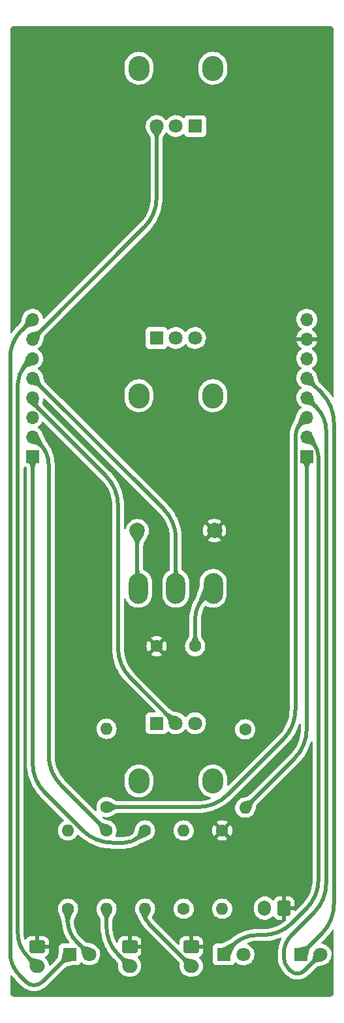
<source format=gbl>
%TF.GenerationSoftware,KiCad,Pcbnew,(6.0.5)*%
%TF.CreationDate,2022-09-08T21:10:04+02:00*%
%TF.ProjectId,Bissell-Bouten_Envelope-o-Matic,42697373-656c-46c2-9d42-6f7574656e5f,1.0*%
%TF.SameCoordinates,Original*%
%TF.FileFunction,Copper,L2,Bot*%
%TF.FilePolarity,Positive*%
%FSLAX46Y46*%
G04 Gerber Fmt 4.6, Leading zero omitted, Abs format (unit mm)*
G04 Created by KiCad (PCBNEW (6.0.5)) date 2022-09-08 21:10:04*
%MOMM*%
%LPD*%
G01*
G04 APERTURE LIST*
G04 Aperture macros list*
%AMRoundRect*
0 Rectangle with rounded corners*
0 $1 Rounding radius*
0 $2 $3 $4 $5 $6 $7 $8 $9 X,Y pos of 4 corners*
0 Add a 4 corners polygon primitive as box body*
4,1,4,$2,$3,$4,$5,$6,$7,$8,$9,$2,$3,0*
0 Add four circle primitives for the rounded corners*
1,1,$1+$1,$2,$3*
1,1,$1+$1,$4,$5*
1,1,$1+$1,$6,$7*
1,1,$1+$1,$8,$9*
0 Add four rect primitives between the rounded corners*
20,1,$1+$1,$2,$3,$4,$5,0*
20,1,$1+$1,$4,$5,$6,$7,0*
20,1,$1+$1,$6,$7,$8,$9,0*
20,1,$1+$1,$8,$9,$2,$3,0*%
G04 Aperture macros list end*
%TA.AperFunction,ComponentPad*%
%ADD10C,1.600000*%
%TD*%
%TA.AperFunction,ComponentPad*%
%ADD11O,1.600000X1.600000*%
%TD*%
%TA.AperFunction,ComponentPad*%
%ADD12RoundRect,0.249900X-0.750100X0.600100X-0.750100X-0.600100X0.750100X-0.600100X0.750100X0.600100X0*%
%TD*%
%TA.AperFunction,ComponentPad*%
%ADD13O,2.000000X1.700000*%
%TD*%
%TA.AperFunction,ComponentPad*%
%ADD14C,2.000000*%
%TD*%
%TA.AperFunction,ComponentPad*%
%ADD15R,1.700000X1.700000*%
%TD*%
%TA.AperFunction,ComponentPad*%
%ADD16O,1.700000X1.700000*%
%TD*%
%TA.AperFunction,ComponentPad*%
%ADD17RoundRect,0.249900X0.600100X0.750100X-0.600100X0.750100X-0.600100X-0.750100X0.600100X-0.750100X0*%
%TD*%
%TA.AperFunction,ComponentPad*%
%ADD18O,1.700000X2.000000*%
%TD*%
%TA.AperFunction,ComponentPad*%
%ADD19R,1.800000X1.800000*%
%TD*%
%TA.AperFunction,ComponentPad*%
%ADD20C,1.800000*%
%TD*%
%TA.AperFunction,ComponentPad*%
%ADD21O,2.500000X4.000000*%
%TD*%
%TA.AperFunction,ComponentPad*%
%ADD22O,2.720000X3.240000*%
%TD*%
%TA.AperFunction,Conductor*%
%ADD23C,0.500000*%
%TD*%
G04 APERTURE END LIST*
D10*
%TO.P,R29,1*%
%TO.N,-12V*%
X91000000Y-160880000D03*
D11*
%TO.P,R29,2*%
%TO.N,Net-(GATE_OFFSET1-Pad1)*%
X91000000Y-150720000D03*
%TD*%
D12*
%TO.P,ENV_OUT1,S*%
%TO.N,GND*%
X94000000Y-179000000D03*
D13*
%TO.P,ENV_OUT1,T*%
%TO.N,Net-(ENV_OUT1-PadT)*%
X94000000Y-181500000D03*
%TD*%
D10*
%TO.P,R2,1*%
%TO.N,Net-(R1-Pad2)*%
X101000000Y-174080000D03*
D11*
%TO.P,R2,2*%
%TO.N,SIGNAL_IN*%
X101000000Y-163920000D03*
%TD*%
D10*
%TO.P,C8,1*%
%TO.N,Net-(C8-Pad1)*%
X102500000Y-140000000D03*
%TO.P,C8,2*%
%TO.N,GND*%
X97500000Y-140000000D03*
%TD*%
%TO.P,R28,1*%
%TO.N,Net-(GATE_OFFSET1-Pad3)*%
X109000000Y-150800000D03*
D11*
%TO.P,R28,2*%
%TO.N,+12V*%
X109000000Y-160960000D03*
%TD*%
D14*
%TO.P,C9,1*%
%TO.N,Net-(C9-Pad1)*%
X95000000Y-125000000D03*
%TO.P,C9,2*%
%TO.N,GND*%
X105000000Y-125000000D03*
%TD*%
D12*
%TO.P,ENV_INV1,S*%
%TO.N,GND*%
X102000000Y-179000000D03*
D13*
%TO.P,ENV_INV1,T*%
%TO.N,Net-(ENV_INV1-PadT)*%
X102000000Y-181500000D03*
%TD*%
D15*
%TO.P,CN2,1,Pin_1*%
%TO.N,+12V*%
X116973000Y-115373000D03*
D16*
%TO.P,CN2,2,Pin_2*%
%TO.N,LED2*%
X116973000Y-112833000D03*
%TO.P,CN2,3,Pin_3*%
%TO.N,-12V*%
X116973000Y-110293000D03*
%TO.P,CN2,4,Pin_4*%
%TO.N,LED1*%
X116973000Y-107753000D03*
%TO.P,CN2,5,Pin_5*%
%TO.N,RECT*%
X116973000Y-105213000D03*
%TO.P,CN2,6,Pin_6*%
%TO.N,SIGNAL_IN*%
X116973000Y-102673000D03*
%TO.P,CN2,7,Pin_7*%
%TO.N,GND*%
X116973000Y-100133000D03*
%TO.P,CN2,8,Pin_8*%
%TO.N,CLOCK_SP1*%
X116973000Y-97593000D03*
%TD*%
D12*
%TO.P,GATE_OUT1,S*%
%TO.N,GND*%
X82000000Y-179000000D03*
D13*
%TO.P,GATE_OUT1,T*%
%TO.N,GATE_OUT*%
X82000000Y-181500000D03*
%TD*%
D10*
%TO.P,R3,1*%
%TO.N,ENV_OUT*%
X91000000Y-163920000D03*
D11*
%TO.P,R3,2*%
%TO.N,Net-(ENV_OUT1-PadT)*%
X91000000Y-174080000D03*
%TD*%
D10*
%TO.P,R1,1*%
%TO.N,GND*%
X106000000Y-163920000D03*
D11*
%TO.P,R1,2*%
%TO.N,Net-(R1-Pad2)*%
X106000000Y-174080000D03*
%TD*%
D15*
%TO.P,CN1,1,Pin_1*%
%TO.N,ENV_OUT_INV*%
X81413000Y-115372000D03*
D16*
%TO.P,CN1,2,Pin_2*%
%TO.N,ENV_OUT*%
X81413000Y-112832000D03*
%TO.P,CN1,3,Pin_3*%
%TO.N,CLOCK_SP2*%
X81413000Y-110292000D03*
%TO.P,CN1,4,Pin_4*%
%TO.N,GATE_OFFSET*%
X81413000Y-107752000D03*
%TO.P,CN1,5,Pin_5*%
%TO.N,ENV_SPEED_SWITCH2*%
X81413000Y-105212000D03*
%TO.P,CN1,6,Pin_6*%
%TO.N,GATE_OUT*%
X81413000Y-102672000D03*
%TO.P,CN1,7,Pin_7*%
%TO.N,GAIN_POT*%
X81413000Y-100132000D03*
%TO.P,CN1,8,Pin_8*%
%TO.N,INV2_OUT*%
X81413000Y-97592000D03*
%TD*%
D17*
%TO.P,SIGNAL_IN1,S*%
%TO.N,GND*%
X114000000Y-174000000D03*
D18*
%TO.P,SIGNAL_IN1,T*%
%TO.N,Net-(R1-Pad2)*%
X111500000Y-174000000D03*
%TD*%
D10*
%TO.P,R25,1*%
%TO.N,Net-(LED3-Pad2)*%
X86000000Y-174080000D03*
D11*
%TO.P,R25,2*%
%TO.N,+12V*%
X86000000Y-163920000D03*
%TD*%
D10*
%TO.P,R33,1*%
%TO.N,ENV_OUT_INV*%
X96000000Y-163920000D03*
D11*
%TO.P,R33,2*%
%TO.N,Net-(ENV_INV1-PadT)*%
X96000000Y-174080000D03*
%TD*%
D19*
%TO.P,LED3,1,K*%
%TO.N,INV2_OUT*%
X86230000Y-180000000D03*
D20*
%TO.P,LED3,2,A*%
%TO.N,Net-(LED3-Pad2)*%
X88770000Y-180000000D03*
%TD*%
D19*
%TO.P,LED2,1,K*%
%TO.N,LED2*%
X106230000Y-180000000D03*
D20*
%TO.P,LED2,2,A*%
%TO.N,RECT*%
X108770000Y-180000000D03*
%TD*%
D21*
%TO.P,FAST_SLOW_ENV1,1,A*%
%TO.N,Net-(C9-Pad1)*%
X95150000Y-132500000D03*
%TO.P,FAST_SLOW_ENV1,2,B*%
%TO.N,ENV_SPEED_SWITCH2*%
X100000000Y-132500000D03*
%TO.P,FAST_SLOW_ENV1,3,C*%
%TO.N,Net-(C8-Pad1)*%
X104850000Y-132500000D03*
%TD*%
D22*
%TO.P,GATE_OFFSET1,*%
%TO.N,*%
X95200000Y-157500000D03*
X104800000Y-157500000D03*
D19*
%TO.P,GATE_OFFSET1,1,1*%
%TO.N,Net-(GATE_OFFSET1-Pad1)*%
X97500000Y-150000000D03*
D20*
%TO.P,GATE_OFFSET1,2,2*%
%TO.N,GATE_OFFSET*%
X100000000Y-150000000D03*
%TO.P,GATE_OFFSET1,3,3*%
%TO.N,Net-(GATE_OFFSET1-Pad3)*%
X102500000Y-150000000D03*
%TD*%
D19*
%TO.P,LED1,1,K*%
%TO.N,RECT*%
X116230000Y-180000000D03*
D20*
%TO.P,LED1,2,A*%
%TO.N,LED1*%
X118770000Y-180000000D03*
%TD*%
D22*
%TO.P,CLOCK_SPEED1,*%
%TO.N,*%
X95200000Y-107500000D03*
X104800000Y-107500000D03*
D19*
%TO.P,CLOCK_SPEED1,1,1*%
%TO.N,CLOCK_SP1*%
X97500000Y-100000000D03*
D20*
%TO.P,CLOCK_SPEED1,2,2*%
X100000000Y-100000000D03*
%TO.P,CLOCK_SPEED1,3,3*%
%TO.N,CLOCK_SP2*%
X102500000Y-100000000D03*
%TD*%
D22*
%TO.P,GAIN1,*%
%TO.N,*%
X95200000Y-65000000D03*
X104800000Y-65000000D03*
D19*
%TO.P,GAIN1,1,1*%
%TO.N,ENV_OUT*%
X102500000Y-72500000D03*
D20*
%TO.P,GAIN1,2,2*%
%TO.N,GAIN_POT*%
X100000000Y-72500000D03*
%TO.P,GAIN1,3,3*%
X97500000Y-72500000D03*
%TD*%
D23*
%TO.N,Net-(LED3-Pad2)*%
X87113690Y-178343696D02*
G75*
G02*
X86000000Y-175655000I2688710J2688696D01*
G01*
%TO.N,Net-(ENV_OUT1-PadT)*%
X92499994Y-180000006D02*
G75*
G02*
X91000000Y-176378679I3621306J3621306D01*
G01*
%TO.N,Net-(ENV_INV1-PadT)*%
X96502043Y-176002047D02*
G75*
G02*
X96000000Y-174790000I1212057J1212047D01*
G01*
%TO.N,RECT*%
X120500010Y-110993963D02*
G75*
G03*
X118906206Y-107146208I-5441610J-37D01*
G01*
X118906200Y-177323785D02*
G75*
G03*
X120500000Y-173476036I-3847800J3847785D01*
G01*
%TO.N,LED1*%
X113999987Y-179875000D02*
G75*
G02*
X114972271Y-177527728I3319513J0D01*
G01*
X117906200Y-174593785D02*
G75*
G03*
X119500000Y-170746036I-3847800J3847785D01*
G01*
X114625005Y-181874995D02*
G75*
G02*
X114000000Y-180366116I1508895J1508895D01*
G01*
X115760000Y-182499984D02*
G75*
G03*
X116630624Y-182139375I0J1231284D01*
G01*
X119500017Y-112066858D02*
G75*
G03*
X118236500Y-109016500I-4313917J-42D01*
G01*
X115760000Y-182499985D02*
G75*
G02*
X114889375Y-182139375I0J1231285D01*
G01*
%TO.N,-12V*%
X115499987Y-112807568D02*
G75*
G02*
X116236500Y-111029500I2514613J-32D01*
G01*
X113906200Y-152093785D02*
G75*
G03*
X115500000Y-148246036I-3847800J3847785D01*
G01*
X102866036Y-160880010D02*
G75*
G03*
X106713792Y-159286207I-36J5441610D01*
G01*
%TO.N,LED2*%
X116906199Y-174093785D02*
G75*
G03*
X118500000Y-170246036I-3847799J3847785D01*
G01*
X118500019Y-115439752D02*
G75*
G03*
X117736499Y-113596501I-2606819J-48D01*
G01*
X111246036Y-177500010D02*
G75*
G03*
X115093792Y-175906207I-36J5441610D01*
G01*
X107480010Y-178750010D02*
G75*
G02*
X110497766Y-177500000I3017790J-3017790D01*
G01*
%TO.N,+12V*%
X115379200Y-154580785D02*
G75*
G03*
X116973000Y-150733036I-3847800J3847785D01*
G01*
%TO.N,INV2_OUT*%
X79750010Y-182749990D02*
G75*
G02*
X78500000Y-179732233I3017790J3017790D01*
G01*
X81615000Y-184000012D02*
G75*
G02*
X80565129Y-183565129I0J1484712D01*
G01*
X78500001Y-102564802D02*
G75*
G02*
X79956500Y-99048500I4972799J2D01*
G01*
X81615000Y-184000011D02*
G75*
G03*
X82664870Y-183565129I0J1484711D01*
G01*
%TO.N,GAIN_POT*%
X95906200Y-85638785D02*
G75*
G03*
X97500000Y-81791036I-3847800J3847785D01*
G01*
%TO.N,GATE_OUT*%
X79499999Y-105937695D02*
G75*
G02*
X80456501Y-103628501I3265701J-5D01*
G01*
X80750010Y-180249990D02*
G75*
G02*
X79500000Y-177232233I3017790J3017790D01*
G01*
%TO.N,ENV_SPEED_SWITCH2*%
X100000010Y-126052963D02*
G75*
G03*
X98406206Y-122205208I-5441610J-37D01*
G01*
%TO.N,GATE_OFFSET*%
X81646697Y-108646699D02*
G75*
G02*
X81413000Y-108082500I564203J564199D01*
G01*
X92500010Y-121753963D02*
G75*
G03*
X90906206Y-117906208I-5441610J-37D01*
G01*
X94093800Y-144093784D02*
G75*
G02*
X92500000Y-140246036I3847800J3847784D01*
G01*
%TO.N,ENV_OUT*%
X83499986Y-116394731D02*
G75*
G03*
X82456499Y-113875501I-3562686J31D01*
G01*
X85093800Y-158013784D02*
G75*
G02*
X83500000Y-154166036I3847800J3847784D01*
G01*
%TO.N,ENV_OUT_INV*%
X91753963Y-165500010D02*
G75*
G02*
X87906208Y-163906206I37J5441610D01*
G01*
X93302771Y-165499988D02*
G75*
G03*
X95210000Y-164710000I29J2697188D01*
G01*
X83006800Y-159006784D02*
G75*
G02*
X81413000Y-155159036I3847800J3847784D01*
G01*
%TO.N,Net-(C8-Pad1)*%
X102500001Y-136511700D02*
G75*
G02*
X103675000Y-133675000I4011699J0D01*
G01*
X102500000Y-136511700D02*
X102500000Y-140000000D01*
X103675000Y-133675000D02*
X104850000Y-132500000D01*
%TO.N,Net-(C9-Pad1)*%
X95000000Y-125000000D02*
X95000000Y-132350000D01*
%TO.N,ENV_OUT_INV*%
X91753963Y-165500000D02*
X93302771Y-165500000D01*
X95210000Y-164710000D02*
X96000000Y-163920000D01*
X81413000Y-155159036D02*
X81413000Y-115372000D01*
X87906207Y-163906207D02*
X83006792Y-159006792D01*
%TO.N,ENV_OUT*%
X83500000Y-116394731D02*
X83500000Y-154166036D01*
X85093792Y-158013792D02*
X91000000Y-163920000D01*
X82456500Y-113875500D02*
X81413000Y-112832000D01*
%TO.N,GATE_OFFSET*%
X81413000Y-108082500D02*
X81413000Y-107752000D01*
X92500000Y-121753963D02*
X92500000Y-140246036D01*
X94093792Y-144093792D02*
X100000000Y-150000000D01*
X81646698Y-108646698D02*
X90906207Y-117906207D01*
%TO.N,ENV_SPEED_SWITCH2*%
X100000000Y-126052963D02*
X100000000Y-132500000D01*
X98406207Y-122205207D02*
X81413000Y-105212000D01*
%TO.N,GATE_OUT*%
X79500000Y-105937695D02*
X79500000Y-177232233D01*
X80456500Y-103628500D02*
X81413000Y-102672000D01*
X80750000Y-180250000D02*
X82000000Y-181500000D01*
%TO.N,GAIN_POT*%
X97500000Y-81791036D02*
X97500000Y-72500000D01*
X95906207Y-85638792D02*
X81413000Y-100132000D01*
%TO.N,INV2_OUT*%
X78500000Y-179732233D02*
X78500000Y-102564802D01*
X79750000Y-182750000D02*
X80565129Y-183565129D01*
X79956500Y-99048500D02*
X81413000Y-97592000D01*
X82664870Y-183565129D02*
X86230000Y-180000000D01*
%TO.N,+12V*%
X115379207Y-154580792D02*
X109000000Y-160960000D01*
X116973000Y-150733036D02*
X116973000Y-115373000D01*
%TO.N,LED2*%
X117736500Y-113596500D02*
X116973000Y-112833000D01*
X118500000Y-170246036D02*
X118500000Y-115439752D01*
X107480000Y-178750000D02*
X106230000Y-180000000D01*
X116906206Y-174093792D02*
X115093792Y-175906207D01*
X111246036Y-177500000D02*
X110497766Y-177500000D01*
%TO.N,-12V*%
X116236500Y-111029500D02*
X116973000Y-110293000D01*
X113906207Y-152093792D02*
X106713792Y-159286207D01*
X102866036Y-160880000D02*
X91000000Y-160880000D01*
X115500000Y-112807568D02*
X115500000Y-148246036D01*
%TO.N,LED1*%
X119500000Y-170746036D02*
X119500000Y-112066858D01*
X114972271Y-177527728D02*
X117906207Y-174593792D01*
X118236500Y-109016500D02*
X116973000Y-107753000D01*
X116630624Y-182139375D02*
X118770000Y-180000000D01*
X114000000Y-179875000D02*
X114000000Y-180366116D01*
X114625000Y-181875000D02*
X114889375Y-182139375D01*
%TO.N,RECT*%
X118906207Y-177323792D02*
X116230000Y-180000000D01*
X118906207Y-107146207D02*
X116973000Y-105213000D01*
X120500000Y-110993963D02*
X120500000Y-173476036D01*
%TO.N,Net-(ENV_INV1-PadT)*%
X96000000Y-174790000D02*
X96000000Y-174080000D01*
X96502045Y-176002045D02*
X102000000Y-181500000D01*
%TO.N,Net-(ENV_OUT1-PadT)*%
X92500000Y-180000000D02*
X94000000Y-181500000D01*
X91000000Y-176378679D02*
X91000000Y-174080000D01*
%TO.N,Net-(LED3-Pad2)*%
X86000000Y-175655000D02*
X86000000Y-174080000D01*
X87113693Y-178343693D02*
X88770000Y-180000000D01*
%TD*%
%TA.AperFunction,Conductor*%
%TO.N,Net-(C8-Pad1)*%
G36*
X102746982Y-138413427D02*
G01*
X102750401Y-138421283D01*
X102756485Y-138592240D01*
X102775148Y-138744934D01*
X102804799Y-138874319D01*
X102804905Y-138874620D01*
X102804907Y-138874628D01*
X102844143Y-138986340D01*
X102844246Y-138986632D01*
X102892300Y-139088110D01*
X102892416Y-139088312D01*
X102947723Y-139184909D01*
X102947735Y-139184928D01*
X102947770Y-139184990D01*
X102947818Y-139185066D01*
X103009465Y-139283511D01*
X103076105Y-139389765D01*
X103076289Y-139390069D01*
X103146616Y-139510160D01*
X103146901Y-139510675D01*
X103216126Y-139643836D01*
X103216902Y-139652757D01*
X103214178Y-139657343D01*
X102508433Y-140391231D01*
X102500229Y-140394819D01*
X102491567Y-140391231D01*
X101785822Y-139657343D01*
X101782557Y-139649004D01*
X101783874Y-139643836D01*
X101853098Y-139510675D01*
X101853383Y-139510160D01*
X101923710Y-139390069D01*
X101923894Y-139389765D01*
X101990534Y-139283511D01*
X102052181Y-139185066D01*
X102052229Y-139184990D01*
X102052264Y-139184928D01*
X102052276Y-139184909D01*
X102107583Y-139088312D01*
X102107699Y-139088110D01*
X102155753Y-138986632D01*
X102155856Y-138986340D01*
X102195092Y-138874628D01*
X102195094Y-138874620D01*
X102195200Y-138874319D01*
X102224851Y-138744934D01*
X102243514Y-138592240D01*
X102249598Y-138421283D01*
X102253317Y-138413138D01*
X102261291Y-138410000D01*
X102738709Y-138410000D01*
X102746982Y-138413427D01*
G37*
%TD.AperFunction*%
%TD*%
%TA.AperFunction,Conductor*%
%TO.N,Net-(ENV_INV1-PadT)*%
G36*
X95997518Y-173688972D02*
G01*
X96723563Y-174401937D01*
X96727065Y-174410179D01*
X96725787Y-174415602D01*
X96665203Y-174534357D01*
X96664752Y-174535161D01*
X96595315Y-174648264D01*
X96595059Y-174648663D01*
X96525228Y-174752710D01*
X96460064Y-174851135D01*
X96404651Y-174947394D01*
X96363942Y-175045136D01*
X96363830Y-175045685D01*
X96363829Y-175045687D01*
X96343029Y-175147331D01*
X96343029Y-175147335D01*
X96342891Y-175148008D01*
X96346451Y-175259660D01*
X96379576Y-175383741D01*
X96410287Y-175447373D01*
X96442504Y-175514127D01*
X96443014Y-175523067D01*
X96437832Y-175529336D01*
X96024750Y-175768633D01*
X96015873Y-175769815D01*
X96008731Y-175764322D01*
X95913571Y-175598119D01*
X95913507Y-175598006D01*
X95829543Y-175447491D01*
X95829478Y-175447373D01*
X95758648Y-175316886D01*
X95758591Y-175316779D01*
X95697134Y-175200721D01*
X95697097Y-175200651D01*
X95641017Y-175092982D01*
X95641019Y-175092981D01*
X95641010Y-175092969D01*
X95586545Y-174988088D01*
X95586518Y-174988036D01*
X95529835Y-174880210D01*
X95529829Y-174880199D01*
X95529826Y-174880194D01*
X95467035Y-174763582D01*
X95394295Y-174632437D01*
X95311837Y-174488137D01*
X95310707Y-174479254D01*
X95313081Y-174474754D01*
X95369868Y-174407953D01*
X95980406Y-173689742D01*
X95988375Y-173685658D01*
X95997518Y-173688972D01*
G37*
%TD.AperFunction*%
%TD*%
%TA.AperFunction,Conductor*%
%TO.N,GATE_OFFSET*%
G36*
X81284428Y-107356036D02*
G01*
X82249648Y-107847206D01*
X82255467Y-107854013D01*
X82255902Y-107859435D01*
X82235015Y-107993470D01*
X82234890Y-107994145D01*
X82206755Y-108124099D01*
X82206693Y-108124370D01*
X82177546Y-108244732D01*
X82177532Y-108244797D01*
X82154054Y-108350604D01*
X82152461Y-108357781D01*
X82136514Y-108465825D01*
X82134746Y-108571316D01*
X82134831Y-108571827D01*
X82134831Y-108571832D01*
X82144257Y-108628748D01*
X82152199Y-108676703D01*
X82193915Y-108784437D01*
X82194213Y-108784910D01*
X82194216Y-108784915D01*
X82264686Y-108896574D01*
X82264691Y-108896580D01*
X82264936Y-108896969D01*
X82265240Y-108897314D01*
X82265241Y-108897316D01*
X82363055Y-109008510D01*
X82365946Y-109016985D01*
X82362543Y-109024511D01*
X82024883Y-109362171D01*
X82016610Y-109365598D01*
X82008479Y-109362311D01*
X81860567Y-109219368D01*
X81860466Y-109219270D01*
X81723313Y-109096370D01*
X81601101Y-108995161D01*
X81581578Y-108980105D01*
X81489707Y-108909255D01*
X81489688Y-108909240D01*
X81489639Y-108909203D01*
X81384738Y-108832055D01*
X81282286Y-108757335D01*
X81282127Y-108757217D01*
X81178019Y-108678552D01*
X81177709Y-108678310D01*
X81067677Y-108589218D01*
X81067302Y-108588901D01*
X80947104Y-108482912D01*
X80946735Y-108482572D01*
X80817962Y-108358808D01*
X80814371Y-108350604D01*
X80815442Y-108345478D01*
X81268495Y-107361570D01*
X81275068Y-107355489D01*
X81284428Y-107356036D01*
G37*
%TD.AperFunction*%
%TD*%
%TA.AperFunction,Conductor*%
%TO.N,Net-(C8-Pad1)*%
G36*
X105288115Y-132061562D02*
G01*
X105291703Y-132070224D01*
X105260385Y-133672267D01*
X105256797Y-133680471D01*
X105252077Y-133683236D01*
X104978157Y-133766164D01*
X104977391Y-133766368D01*
X104717750Y-133826119D01*
X104717328Y-133826208D01*
X104477326Y-133872189D01*
X104477304Y-133872194D01*
X104477255Y-133872203D01*
X104254666Y-133916158D01*
X104047516Y-133969801D01*
X104047217Y-133969917D01*
X104047210Y-133969919D01*
X103853999Y-134044729D01*
X103853550Y-134044903D01*
X103670511Y-134153235D01*
X103496144Y-134306567D01*
X103328193Y-134516669D01*
X103327979Y-134517033D01*
X103169999Y-134785791D01*
X103162853Y-134791187D01*
X103154575Y-134790273D01*
X102729793Y-134572460D01*
X102723994Y-134565636D01*
X102724667Y-134556814D01*
X102882860Y-134240598D01*
X102882860Y-134240597D01*
X102882879Y-134240560D01*
X102974977Y-134044729D01*
X103014104Y-133961532D01*
X103014110Y-133961518D01*
X103014123Y-133961491D01*
X103119569Y-133718711D01*
X103205574Y-133500962D01*
X103278492Y-133296988D01*
X103344680Y-133095534D01*
X103410492Y-132885342D01*
X103482284Y-132655157D01*
X103566395Y-132393772D01*
X103566450Y-132393607D01*
X103666594Y-132097569D01*
X103672491Y-132090830D01*
X103677447Y-132089620D01*
X104694127Y-132069746D01*
X105279776Y-132058297D01*
X105288115Y-132061562D01*
G37*
%TD.AperFunction*%
%TD*%
%TA.AperFunction,Conductor*%
%TO.N,Net-(C9-Pad1)*%
G36*
X95008433Y-124508769D02*
G01*
X95894131Y-125429786D01*
X95897396Y-125438125D01*
X95896038Y-125443370D01*
X95804663Y-125615959D01*
X95804278Y-125616633D01*
X95710350Y-125768718D01*
X95710057Y-125769168D01*
X95619327Y-125902041D01*
X95619247Y-125902157D01*
X95533742Y-126024174D01*
X95455678Y-126143456D01*
X95387161Y-126268297D01*
X95330262Y-126407034D01*
X95330169Y-126407379D01*
X95330167Y-126407386D01*
X95287143Y-126567670D01*
X95287053Y-126568006D01*
X95259608Y-126759548D01*
X95259596Y-126759847D01*
X95250467Y-126978787D01*
X95246698Y-126986911D01*
X95238777Y-126990000D01*
X94761222Y-126990000D01*
X94752949Y-126986573D01*
X94749532Y-126978787D01*
X94740403Y-126759847D01*
X94740391Y-126759548D01*
X94712946Y-126568006D01*
X94712856Y-126567670D01*
X94669832Y-126407386D01*
X94669830Y-126407379D01*
X94669737Y-126407034D01*
X94612838Y-126268297D01*
X94544321Y-126143456D01*
X94466257Y-126024174D01*
X94380752Y-125902157D01*
X94380672Y-125902041D01*
X94289942Y-125769168D01*
X94289649Y-125768718D01*
X94195717Y-125616627D01*
X94195332Y-125615953D01*
X94103961Y-125443371D01*
X94103118Y-125434456D01*
X94105868Y-125429787D01*
X94991567Y-124508769D01*
X94999771Y-124505181D01*
X95008433Y-124508769D01*
G37*
%TD.AperFunction*%
%TD*%
%TA.AperFunction,Conductor*%
%TO.N,Net-(C9-Pad1)*%
G36*
X95247124Y-130003427D02*
G01*
X95250537Y-130011136D01*
X95263527Y-130280729D01*
X95302329Y-130512246D01*
X95363734Y-130704819D01*
X95445070Y-130868717D01*
X95543667Y-131014208D01*
X95656854Y-131151562D01*
X95756592Y-131262765D01*
X95781904Y-131290987D01*
X95781958Y-131291047D01*
X95916144Y-131442746D01*
X95916483Y-131443148D01*
X96056976Y-131617166D01*
X96057467Y-131617819D01*
X96197207Y-131818017D01*
X96199132Y-131826763D01*
X96196952Y-131831761D01*
X95231793Y-133110836D01*
X95224075Y-133115376D01*
X95215047Y-133112846D01*
X95212590Y-133110836D01*
X93974692Y-132098452D01*
X93970457Y-132090562D01*
X93971207Y-132085124D01*
X94067141Y-131840474D01*
X94067532Y-131839586D01*
X94171444Y-131628058D01*
X94171811Y-131627370D01*
X94277221Y-131444687D01*
X94277430Y-131444338D01*
X94380804Y-131278761D01*
X94380820Y-131278735D01*
X94458386Y-131151637D01*
X94478386Y-131118865D01*
X94533883Y-131014420D01*
X94566279Y-130953451D01*
X94566282Y-130953445D01*
X94566421Y-130953183D01*
X94566534Y-130952907D01*
X94566538Y-130952898D01*
X94641118Y-130770419D01*
X94641255Y-130770084D01*
X94658983Y-130705217D01*
X94699141Y-130558274D01*
X94699142Y-130558270D01*
X94699232Y-130557940D01*
X94736699Y-130305122D01*
X94749512Y-130011190D01*
X94753296Y-130003074D01*
X94761201Y-130000000D01*
X95238851Y-130000000D01*
X95247124Y-130003427D01*
G37*
%TD.AperFunction*%
%TD*%
%TA.AperFunction,Conductor*%
%TO.N,ENV_OUT_INV*%
G36*
X96279016Y-163640661D02*
G01*
X96282604Y-163649323D01*
X96262698Y-164667596D01*
X96259110Y-164675800D01*
X96254904Y-164678396D01*
X96068813Y-164744267D01*
X95903122Y-164805886D01*
X95757966Y-164863519D01*
X95625843Y-164920137D01*
X95625749Y-164920181D01*
X95625723Y-164920192D01*
X95510993Y-164973277D01*
X95499251Y-164978710D01*
X95370688Y-165042209D01*
X95232651Y-165113605D01*
X95077639Y-165195867D01*
X94898161Y-165291960D01*
X94898150Y-165291966D01*
X94697021Y-165399353D01*
X94688109Y-165400227D01*
X94681180Y-165394526D01*
X94457144Y-164973277D01*
X94456285Y-164964363D01*
X94461499Y-164957724D01*
X94631876Y-164856528D01*
X94631878Y-164856526D01*
X94632172Y-164856352D01*
X94698233Y-164805920D01*
X94772368Y-164749323D01*
X94772697Y-164749072D01*
X94879964Y-164639699D01*
X94960456Y-164526353D01*
X94960651Y-164525967D01*
X95020508Y-164407454D01*
X95020511Y-164407447D01*
X95020660Y-164407152D01*
X95067059Y-164280214D01*
X95106138Y-164143657D01*
X95144382Y-163995600D01*
X95188216Y-163834387D01*
X95188349Y-163833934D01*
X95241771Y-163665458D01*
X95247538Y-163658607D01*
X95252695Y-163657296D01*
X95373382Y-163654937D01*
X96270677Y-163637396D01*
X96279016Y-163640661D01*
G37*
%TD.AperFunction*%
%TD*%
%TA.AperFunction,Conductor*%
%TO.N,ENV_OUT_INV*%
G36*
X81421433Y-114955769D02*
G01*
X82172164Y-115736437D01*
X82175429Y-115744776D01*
X82174100Y-115749967D01*
X82099336Y-115892997D01*
X82099021Y-115893560D01*
X82022800Y-116021645D01*
X82022585Y-116021993D01*
X81949907Y-116134933D01*
X81882252Y-116239347D01*
X81821135Y-116341833D01*
X81767968Y-116449152D01*
X81724160Y-116568066D01*
X81691122Y-116705338D01*
X81670265Y-116867728D01*
X81670256Y-116867981D01*
X81663421Y-117050737D01*
X81659687Y-117058877D01*
X81651729Y-117062000D01*
X81174271Y-117062000D01*
X81165998Y-117058573D01*
X81162579Y-117050737D01*
X81155743Y-116867981D01*
X81155734Y-116867728D01*
X81134877Y-116705338D01*
X81101839Y-116568066D01*
X81058031Y-116449152D01*
X81004864Y-116341833D01*
X80943747Y-116239347D01*
X80876092Y-116134933D01*
X80803414Y-116021993D01*
X80803199Y-116021645D01*
X80726978Y-115893560D01*
X80726663Y-115892997D01*
X80651900Y-115749967D01*
X80651105Y-115741048D01*
X80653836Y-115736437D01*
X81404567Y-114955769D01*
X81412771Y-114952181D01*
X81421433Y-114955769D01*
G37*
%TD.AperFunction*%
%TD*%
%TA.AperFunction,Conductor*%
%TO.N,ENV_OUT*%
G36*
X90060741Y-162626619D02*
G01*
X90185927Y-162743201D01*
X90307095Y-162837975D01*
X90419549Y-162908498D01*
X90526860Y-162960021D01*
X90527142Y-162960122D01*
X90527145Y-162960123D01*
X90632372Y-162997719D01*
X90632379Y-162997721D01*
X90632594Y-162997798D01*
X90740322Y-163027080D01*
X90853612Y-163053120D01*
X90975858Y-163081129D01*
X90976172Y-163081206D01*
X91070071Y-163105745D01*
X91110857Y-163116404D01*
X91111424Y-163116567D01*
X91254531Y-163161777D01*
X91261387Y-163167537D01*
X91262704Y-163172705D01*
X91282604Y-164190677D01*
X91279339Y-164199016D01*
X91270677Y-164202604D01*
X90252705Y-164182704D01*
X90244501Y-164179116D01*
X90241777Y-164174531D01*
X90196567Y-164031424D01*
X90196404Y-164030857D01*
X90161209Y-163896186D01*
X90161125Y-163895841D01*
X90133120Y-163773612D01*
X90107106Y-163660435D01*
X90107106Y-163660434D01*
X90107080Y-163660322D01*
X90077798Y-163552594D01*
X90040021Y-163446860D01*
X89988498Y-163339549D01*
X89917975Y-163227095D01*
X89823201Y-163105927D01*
X89706619Y-162980741D01*
X89703488Y-162972351D01*
X89706908Y-162964494D01*
X90044494Y-162626908D01*
X90052767Y-162623481D01*
X90060741Y-162626619D01*
G37*
%TD.AperFunction*%
%TD*%
%TA.AperFunction,Conductor*%
%TO.N,ENV_OUT*%
G36*
X82207873Y-112552894D02*
G01*
X82216077Y-112556482D01*
X82218652Y-112560628D01*
X82300462Y-112787833D01*
X82378832Y-112987303D01*
X82378854Y-112987353D01*
X82378862Y-112987373D01*
X82440848Y-113129450D01*
X82454452Y-113160633D01*
X82530743Y-113316990D01*
X82611123Y-113465545D01*
X82699011Y-113615467D01*
X82699065Y-113615555D01*
X82699073Y-113615568D01*
X82797827Y-113775927D01*
X82910984Y-113956079D01*
X82910992Y-113956092D01*
X83041922Y-114165134D01*
X83041969Y-114165210D01*
X83187875Y-114402208D01*
X83189294Y-114411050D01*
X83183996Y-114418336D01*
X82776584Y-114666340D01*
X82767736Y-114667715D01*
X82760735Y-114662789D01*
X82620335Y-114449973D01*
X82620329Y-114449965D01*
X82620186Y-114449748D01*
X82590234Y-114412222D01*
X82479490Y-114273477D01*
X82479489Y-114273476D01*
X82479284Y-114273219D01*
X82340667Y-114135288D01*
X82200760Y-114028627D01*
X82073813Y-113956092D01*
X82056277Y-113946072D01*
X82056275Y-113946071D01*
X82055988Y-113945907D01*
X81902777Y-113879800D01*
X81737552Y-113822977D01*
X81556739Y-113768109D01*
X81356854Y-113707894D01*
X81356669Y-113707836D01*
X81239925Y-113669600D01*
X81141945Y-113637509D01*
X81135150Y-113631677D01*
X81133889Y-113626619D01*
X81112718Y-112543645D01*
X81115983Y-112535306D01*
X81124645Y-112531718D01*
X82207873Y-112552894D01*
G37*
%TD.AperFunction*%
%TD*%
%TA.AperFunction,Conductor*%
%TO.N,GATE_OFFSET*%
G36*
X98919315Y-148565142D02*
G01*
X99062634Y-148697702D01*
X99200626Y-148803093D01*
X99329032Y-148879984D01*
X99451849Y-148934678D01*
X99452152Y-148934775D01*
X99572868Y-148973415D01*
X99572873Y-148973416D01*
X99573078Y-148973482D01*
X99696717Y-149002702D01*
X99696789Y-149002716D01*
X99696801Y-149002719D01*
X99765122Y-149016346D01*
X99826765Y-149028642D01*
X99967014Y-149057566D01*
X99967421Y-149057659D01*
X100121763Y-149095828D01*
X100122422Y-149096013D01*
X100287302Y-149147337D01*
X100294182Y-149153068D01*
X100295522Y-149158279D01*
X100317960Y-150306033D01*
X100314695Y-150314372D01*
X100306033Y-150317960D01*
X99615551Y-150304461D01*
X99158279Y-150295522D01*
X99150075Y-150291934D01*
X99147337Y-150287301D01*
X99096014Y-150122427D01*
X99095827Y-150121759D01*
X99057663Y-149967441D01*
X99057562Y-149966995D01*
X99028642Y-149826765D01*
X99028627Y-149826691D01*
X99002719Y-149696801D01*
X99002716Y-149696789D01*
X99002702Y-149696717D01*
X98973482Y-149573078D01*
X98934678Y-149451849D01*
X98879984Y-149329032D01*
X98803093Y-149200626D01*
X98697702Y-149062634D01*
X98565142Y-148919315D01*
X98562041Y-148910917D01*
X98565459Y-148903100D01*
X98903100Y-148565459D01*
X98911373Y-148562032D01*
X98919315Y-148565142D01*
G37*
%TD.AperFunction*%
%TD*%
%TA.AperFunction,Conductor*%
%TO.N,ENV_SPEED_SWITCH2*%
G36*
X100247104Y-130013427D02*
G01*
X100250518Y-130021157D01*
X100263517Y-130300933D01*
X100301952Y-130541184D01*
X100362125Y-130741723D01*
X100440857Y-130913522D01*
X100534970Y-131067551D01*
X100535096Y-131067726D01*
X100535103Y-131067736D01*
X100641249Y-131214730D01*
X100641286Y-131214781D01*
X100641321Y-131214826D01*
X100641324Y-131214831D01*
X100756533Y-131366063D01*
X100756687Y-131366269D01*
X100877613Y-131532459D01*
X100877994Y-131533016D01*
X101001417Y-131725011D01*
X101001883Y-131725804D01*
X101120971Y-131947633D01*
X101121865Y-131956543D01*
X101119096Y-131961277D01*
X100008433Y-133116231D01*
X100000229Y-133119819D01*
X99991567Y-133116231D01*
X98880904Y-131961277D01*
X98877639Y-131952938D01*
X98879029Y-131947633D01*
X98998116Y-131725804D01*
X98998582Y-131725011D01*
X99122005Y-131533016D01*
X99122386Y-131532459D01*
X99243312Y-131366269D01*
X99243466Y-131366063D01*
X99358675Y-131214831D01*
X99358678Y-131214826D01*
X99358713Y-131214781D01*
X99358750Y-131214730D01*
X99464896Y-131067736D01*
X99464903Y-131067726D01*
X99465029Y-131067551D01*
X99559142Y-130913522D01*
X99637874Y-130741723D01*
X99698047Y-130541184D01*
X99736482Y-130300933D01*
X99749482Y-130021157D01*
X99753289Y-130013052D01*
X99761169Y-130010000D01*
X100238831Y-130010000D01*
X100247104Y-130013427D01*
G37*
%TD.AperFunction*%
%TD*%
%TA.AperFunction,Conductor*%
%TO.N,ENV_SPEED_SWITCH2*%
G36*
X81440966Y-104917902D02*
G01*
X82207508Y-104932886D01*
X82215711Y-104936474D01*
X82218442Y-104941085D01*
X82266709Y-105095074D01*
X82266885Y-105095694D01*
X82303564Y-105240180D01*
X82303655Y-105240565D01*
X82332126Y-105371824D01*
X82358118Y-105493495D01*
X82387370Y-105609179D01*
X82425661Y-105722660D01*
X82478769Y-105837722D01*
X82552474Y-105958149D01*
X82552658Y-105958387D01*
X82552664Y-105958396D01*
X82598269Y-106017442D01*
X82652553Y-106087725D01*
X82652722Y-106087908D01*
X82652727Y-106087913D01*
X82777120Y-106221972D01*
X82780235Y-106230367D01*
X82776816Y-106238203D01*
X82439203Y-106575816D01*
X82430930Y-106579243D01*
X82422972Y-106576120D01*
X82288913Y-106451727D01*
X82288908Y-106451722D01*
X82288725Y-106451553D01*
X82285867Y-106449345D01*
X82159396Y-106351664D01*
X82159387Y-106351658D01*
X82159149Y-106351474D01*
X82158885Y-106351312D01*
X82158880Y-106351309D01*
X82039019Y-106277951D01*
X82038722Y-106277769D01*
X81953000Y-106238203D01*
X81923947Y-106224793D01*
X81923940Y-106224790D01*
X81923660Y-106224661D01*
X81915691Y-106221972D01*
X81810396Y-106186443D01*
X81810391Y-106186442D01*
X81810179Y-106186370D01*
X81694495Y-106157118D01*
X81572824Y-106131126D01*
X81572788Y-106131118D01*
X81518247Y-106119288D01*
X81441565Y-106102655D01*
X81441195Y-106102568D01*
X81354783Y-106080631D01*
X81296694Y-106065885D01*
X81296074Y-106065709D01*
X81142085Y-106017442D01*
X81135215Y-106011698D01*
X81133886Y-106006507D01*
X81132936Y-105957880D01*
X81112902Y-104933051D01*
X81112718Y-104923645D01*
X81115983Y-104915306D01*
X81124645Y-104911718D01*
X81440966Y-104917902D01*
G37*
%TD.AperFunction*%
%TD*%
%TA.AperFunction,Conductor*%
%TO.N,GATE_OUT*%
G36*
X81709694Y-102374983D02*
G01*
X81713282Y-102383645D01*
X81692112Y-103466581D01*
X81688524Y-103474785D01*
X81684008Y-103477486D01*
X81602271Y-103503861D01*
X81483409Y-103542214D01*
X81483047Y-103542324D01*
X81294584Y-103596476D01*
X81294525Y-103596493D01*
X81122901Y-103644827D01*
X81122823Y-103644851D01*
X80965669Y-103694442D01*
X80965663Y-103694444D01*
X80965467Y-103694506D01*
X80819321Y-103752762D01*
X80681559Y-103826830D01*
X80549280Y-103923943D01*
X80419581Y-104051334D01*
X80419355Y-104051621D01*
X80419352Y-104051624D01*
X80317256Y-104181111D01*
X80289561Y-104216236D01*
X80289400Y-104216490D01*
X80162340Y-104416407D01*
X80155011Y-104421551D01*
X80146601Y-104420255D01*
X80139960Y-104416407D01*
X80034897Y-104355536D01*
X79733840Y-104181111D01*
X79728399Y-104173998D01*
X79729599Y-104165091D01*
X79862149Y-103937896D01*
X79862171Y-103937859D01*
X79980541Y-103736672D01*
X80082184Y-103563027D01*
X80082185Y-103563025D01*
X80082191Y-103563016D01*
X80170489Y-103408287D01*
X80170502Y-103408263D01*
X80248799Y-103263902D01*
X80248807Y-103263887D01*
X80248848Y-103263811D01*
X80320649Y-103120961D01*
X80389282Y-102971099D01*
X80458137Y-102805586D01*
X80530605Y-102615782D01*
X80607362Y-102400658D01*
X80613369Y-102394019D01*
X80618151Y-102392893D01*
X81047263Y-102384505D01*
X81701355Y-102371718D01*
X81709694Y-102374983D01*
G37*
%TD.AperFunction*%
%TD*%
%TA.AperFunction,Conductor*%
%TO.N,GATE_OUT*%
G36*
X80990028Y-180135880D02*
G01*
X80990356Y-180136184D01*
X81124274Y-180260446D01*
X81124476Y-180260602D01*
X81253603Y-180360335D01*
X81253612Y-180360341D01*
X81253850Y-180360525D01*
X81254114Y-180360687D01*
X81254119Y-180360690D01*
X81327934Y-180405867D01*
X81374277Y-180434230D01*
X81420613Y-180455617D01*
X81489052Y-180487206D01*
X81489059Y-180487209D01*
X81489339Y-180487338D01*
X81489633Y-180487437D01*
X81489635Y-180487438D01*
X81602603Y-180525556D01*
X81602608Y-180525557D01*
X81602820Y-180525629D01*
X81718504Y-180554881D01*
X81840175Y-180580873D01*
X81840211Y-180580881D01*
X81894752Y-180592711D01*
X81971434Y-180609344D01*
X81971804Y-180609431D01*
X82058216Y-180631368D01*
X82116305Y-180646114D01*
X82116925Y-180646290D01*
X82270915Y-180694558D01*
X82277785Y-180700302D01*
X82279114Y-180705491D01*
X82284668Y-180989635D01*
X82300282Y-181788355D01*
X82297017Y-181796694D01*
X82288355Y-181800282D01*
X81972034Y-181794098D01*
X81205492Y-181779114D01*
X81197289Y-181775526D01*
X81194558Y-181770915D01*
X81146290Y-181616925D01*
X81146114Y-181616305D01*
X81109435Y-181471819D01*
X81109341Y-181471420D01*
X81080873Y-181340175D01*
X81080865Y-181340139D01*
X81054907Y-181218627D01*
X81054881Y-181218504D01*
X81025629Y-181102820D01*
X80987338Y-180989339D01*
X80934230Y-180874277D01*
X80860525Y-180753850D01*
X80860341Y-180753612D01*
X80860335Y-180753603D01*
X80760602Y-180624476D01*
X80760446Y-180624274D01*
X80720182Y-180580881D01*
X80635880Y-180490028D01*
X80632765Y-180481633D01*
X80636184Y-180473797D01*
X80973797Y-180136184D01*
X80982070Y-180132757D01*
X80990028Y-180135880D01*
G37*
%TD.AperFunction*%
%TD*%
%TA.AperFunction,Conductor*%
%TO.N,GAIN_POT*%
G36*
X97508433Y-72058769D02*
G01*
X98304152Y-72886219D01*
X98307417Y-72894558D01*
X98306077Y-72899769D01*
X98225780Y-73052652D01*
X98225439Y-73053257D01*
X98143323Y-73189333D01*
X98143080Y-73189720D01*
X98064358Y-73309348D01*
X97990743Y-73419649D01*
X97923978Y-73527736D01*
X97865695Y-73640896D01*
X97817525Y-73766416D01*
X97781098Y-73911582D01*
X97758046Y-74083681D01*
X97758036Y-74083943D01*
X97758035Y-74083952D01*
X97750438Y-74278756D01*
X97746691Y-74286889D01*
X97738747Y-74290000D01*
X97261252Y-74290000D01*
X97252979Y-74286573D01*
X97249561Y-74278756D01*
X97241964Y-74083952D01*
X97241963Y-74083943D01*
X97241953Y-74083681D01*
X97218901Y-73911582D01*
X97182474Y-73766416D01*
X97134304Y-73640896D01*
X97076021Y-73527736D01*
X97009256Y-73419649D01*
X96935641Y-73309348D01*
X96856919Y-73189720D01*
X96856676Y-73189333D01*
X96774560Y-73053257D01*
X96774219Y-73052652D01*
X96693923Y-72899769D01*
X96693110Y-72890851D01*
X96695848Y-72886219D01*
X97491567Y-72058769D01*
X97499771Y-72055181D01*
X97508433Y-72058769D01*
G37*
%TD.AperFunction*%
%TD*%
%TA.AperFunction,Conductor*%
%TO.N,GAIN_POT*%
G36*
X82439203Y-98768184D02*
G01*
X82776816Y-99105797D01*
X82780243Y-99114070D01*
X82777120Y-99122028D01*
X82666322Y-99241435D01*
X82652553Y-99256274D01*
X82652397Y-99256476D01*
X82552664Y-99385603D01*
X82552658Y-99385612D01*
X82552474Y-99385850D01*
X82478769Y-99506277D01*
X82425661Y-99621339D01*
X82387370Y-99734820D01*
X82358118Y-99850504D01*
X82358092Y-99850627D01*
X82332134Y-99972139D01*
X82332126Y-99972175D01*
X82303658Y-100103420D01*
X82303564Y-100103819D01*
X82266885Y-100248305D01*
X82266709Y-100248925D01*
X82218442Y-100402915D01*
X82212698Y-100409785D01*
X82207509Y-100411114D01*
X81440966Y-100426098D01*
X81124645Y-100432282D01*
X81116306Y-100429017D01*
X81112718Y-100420355D01*
X81128332Y-99621635D01*
X81133886Y-99337492D01*
X81137474Y-99329289D01*
X81142085Y-99326558D01*
X81296074Y-99278290D01*
X81296694Y-99278114D01*
X81354783Y-99263368D01*
X81441195Y-99241431D01*
X81441565Y-99241344D01*
X81518247Y-99224711D01*
X81572788Y-99212881D01*
X81572824Y-99212873D01*
X81694495Y-99186881D01*
X81810179Y-99157629D01*
X81810391Y-99157557D01*
X81810396Y-99157556D01*
X81923364Y-99119438D01*
X81923366Y-99119437D01*
X81923660Y-99119338D01*
X81923940Y-99119209D01*
X81923947Y-99119206D01*
X81992386Y-99087617D01*
X82038722Y-99066230D01*
X82085065Y-99037867D01*
X82158880Y-98992690D01*
X82158885Y-98992687D01*
X82159149Y-98992525D01*
X82159387Y-98992341D01*
X82159396Y-98992335D01*
X82288523Y-98892602D01*
X82288725Y-98892446D01*
X82422644Y-98768184D01*
X82422972Y-98767880D01*
X82431367Y-98764765D01*
X82439203Y-98768184D01*
G37*
%TD.AperFunction*%
%TD*%
%TA.AperFunction,Conductor*%
%TO.N,INV2_OUT*%
G36*
X81709694Y-97294983D02*
G01*
X81713282Y-97303645D01*
X81712941Y-97321085D01*
X81693065Y-98337880D01*
X81692114Y-98386507D01*
X81688526Y-98394711D01*
X81683915Y-98397442D01*
X81529925Y-98445709D01*
X81529305Y-98445885D01*
X81471216Y-98460631D01*
X81384804Y-98482568D01*
X81384434Y-98482655D01*
X81307752Y-98499288D01*
X81253211Y-98511118D01*
X81253175Y-98511126D01*
X81131504Y-98537118D01*
X81015820Y-98566370D01*
X81015608Y-98566442D01*
X81015603Y-98566443D01*
X80910308Y-98601972D01*
X80902339Y-98604661D01*
X80902059Y-98604790D01*
X80902052Y-98604793D01*
X80872999Y-98618203D01*
X80787277Y-98657769D01*
X80786980Y-98657951D01*
X80667119Y-98731309D01*
X80667114Y-98731312D01*
X80666850Y-98731474D01*
X80666612Y-98731658D01*
X80666603Y-98731664D01*
X80540132Y-98829345D01*
X80537274Y-98831553D01*
X80537091Y-98831722D01*
X80537086Y-98831727D01*
X80403028Y-98956120D01*
X80394633Y-98959235D01*
X80386797Y-98955816D01*
X80049184Y-98618203D01*
X80045757Y-98609930D01*
X80048880Y-98601972D01*
X80173272Y-98467913D01*
X80173277Y-98467908D01*
X80173446Y-98467725D01*
X80227730Y-98397442D01*
X80273335Y-98338396D01*
X80273341Y-98338387D01*
X80273525Y-98338149D01*
X80347230Y-98217722D01*
X80400338Y-98102660D01*
X80438629Y-97989179D01*
X80467881Y-97873495D01*
X80493873Y-97751824D01*
X80522344Y-97620565D01*
X80522435Y-97620180D01*
X80559114Y-97475694D01*
X80559290Y-97475074D01*
X80607558Y-97321085D01*
X80613302Y-97314215D01*
X80618491Y-97312886D01*
X81385034Y-97297902D01*
X81701355Y-97291718D01*
X81709694Y-97294983D01*
G37*
%TD.AperFunction*%
%TD*%
%TA.AperFunction,Conductor*%
%TO.N,INV2_OUT*%
G36*
X86544372Y-179685306D02*
G01*
X86547960Y-179693968D01*
X86541332Y-180033002D01*
X86526356Y-180799085D01*
X86525522Y-180841721D01*
X86521934Y-180849925D01*
X86517302Y-180852662D01*
X86352427Y-180903985D01*
X86351763Y-180904171D01*
X86197422Y-180942340D01*
X86197015Y-180942433D01*
X86056765Y-180971357D01*
X85995122Y-180983653D01*
X85926801Y-180997280D01*
X85926789Y-180997283D01*
X85926717Y-180997297D01*
X85803078Y-181026516D01*
X85802873Y-181026582D01*
X85802868Y-181026583D01*
X85682152Y-181065223D01*
X85681849Y-181065320D01*
X85559032Y-181120014D01*
X85430626Y-181196905D01*
X85292634Y-181302297D01*
X85149315Y-181434857D01*
X85140917Y-181437958D01*
X85133100Y-181434540D01*
X84795459Y-181096899D01*
X84792032Y-181088626D01*
X84795142Y-181080683D01*
X84927702Y-180937364D01*
X85033094Y-180799372D01*
X85109984Y-180670966D01*
X85164678Y-180548149D01*
X85203483Y-180426920D01*
X85232702Y-180303281D01*
X85258642Y-180173233D01*
X85287566Y-180032983D01*
X85287663Y-180032556D01*
X85325828Y-179878239D01*
X85326015Y-179877571D01*
X85377338Y-179712698D01*
X85383069Y-179705817D01*
X85388279Y-179704477D01*
X85846893Y-179695512D01*
X86536033Y-179682041D01*
X86544372Y-179685306D01*
G37*
%TD.AperFunction*%
%TD*%
%TA.AperFunction,Conductor*%
%TO.N,+12V*%
G36*
X109955506Y-159666908D02*
G01*
X110293092Y-160004494D01*
X110296519Y-160012767D01*
X110293381Y-160020741D01*
X110176798Y-160145927D01*
X110082024Y-160267095D01*
X110011501Y-160379549D01*
X109959978Y-160486860D01*
X109922201Y-160592594D01*
X109892919Y-160700322D01*
X109892893Y-160700434D01*
X109892893Y-160700435D01*
X109866879Y-160813612D01*
X109838874Y-160935841D01*
X109838790Y-160936186D01*
X109803594Y-161070862D01*
X109803436Y-161071411D01*
X109767110Y-161186399D01*
X109758223Y-161214531D01*
X109752463Y-161221387D01*
X109747295Y-161222704D01*
X108729323Y-161242604D01*
X108720984Y-161239339D01*
X108717396Y-161230677D01*
X108737296Y-160212705D01*
X108740884Y-160204501D01*
X108745469Y-160201777D01*
X108888575Y-160156567D01*
X108889142Y-160156404D01*
X108929928Y-160145745D01*
X109023827Y-160121206D01*
X109024141Y-160121129D01*
X109146387Y-160093120D01*
X109259677Y-160067080D01*
X109367405Y-160037798D01*
X109367620Y-160037721D01*
X109367627Y-160037719D01*
X109472854Y-160000123D01*
X109472857Y-160000122D01*
X109473139Y-160000021D01*
X109580450Y-159948498D01*
X109692904Y-159877975D01*
X109814072Y-159783201D01*
X109939259Y-159666619D01*
X109947649Y-159663488D01*
X109955506Y-159666908D01*
G37*
%TD.AperFunction*%
%TD*%
%TA.AperFunction,Conductor*%
%TO.N,+12V*%
G36*
X116981433Y-114956769D02*
G01*
X117732164Y-115737437D01*
X117735429Y-115745776D01*
X117734100Y-115750967D01*
X117659336Y-115893997D01*
X117659021Y-115894560D01*
X117582800Y-116022645D01*
X117582585Y-116022993D01*
X117509907Y-116135933D01*
X117442252Y-116240347D01*
X117381135Y-116342833D01*
X117327968Y-116450152D01*
X117284160Y-116569066D01*
X117251122Y-116706338D01*
X117230265Y-116868728D01*
X117230256Y-116868981D01*
X117223421Y-117051737D01*
X117219687Y-117059877D01*
X117211729Y-117063000D01*
X116734271Y-117063000D01*
X116725998Y-117059573D01*
X116722579Y-117051737D01*
X116715743Y-116868981D01*
X116715734Y-116868728D01*
X116694877Y-116706338D01*
X116661839Y-116569066D01*
X116618031Y-116450152D01*
X116564864Y-116342833D01*
X116503747Y-116240347D01*
X116436092Y-116135933D01*
X116363414Y-116022993D01*
X116363199Y-116022645D01*
X116286978Y-115894560D01*
X116286663Y-115893997D01*
X116211900Y-115750967D01*
X116211105Y-115742048D01*
X116213836Y-115737437D01*
X116964567Y-114956769D01*
X116972771Y-114953181D01*
X116981433Y-114956769D01*
G37*
%TD.AperFunction*%
%TD*%
%TA.AperFunction,Conductor*%
%TO.N,LED2*%
G36*
X117767780Y-112553892D02*
G01*
X117775984Y-112557480D01*
X117778601Y-112561745D01*
X117844478Y-112751073D01*
X117904015Y-112920188D01*
X117957853Y-113068934D01*
X118009310Y-113204853D01*
X118061706Y-113335484D01*
X118061730Y-113335540D01*
X118061734Y-113335550D01*
X118118347Y-113468341D01*
X118118358Y-113468367D01*
X118182580Y-113611030D01*
X118182586Y-113611044D01*
X118257686Y-113771010D01*
X118257707Y-113771054D01*
X118317894Y-113895613D01*
X118347042Y-113955937D01*
X118448757Y-114162761D01*
X118449333Y-114171696D01*
X118443445Y-114178410D01*
X118015669Y-114389993D01*
X118006735Y-114390590D01*
X118000291Y-114385252D01*
X117904153Y-114214714D01*
X117904150Y-114214709D01*
X117903962Y-114214376D01*
X117799298Y-114075656D01*
X117690376Y-113971786D01*
X117575832Y-113895807D01*
X117454301Y-113840760D01*
X117430775Y-113833320D01*
X117324600Y-113799744D01*
X117324595Y-113799743D01*
X117324416Y-113799686D01*
X117279528Y-113788734D01*
X117184873Y-113765638D01*
X117184843Y-113765631D01*
X117184814Y-113765624D01*
X117184730Y-113765605D01*
X117034277Y-113731649D01*
X117034007Y-113731585D01*
X116871304Y-113690779D01*
X116870690Y-113690607D01*
X116702124Y-113638423D01*
X116695234Y-113632702D01*
X116693886Y-113627475D01*
X116672718Y-112544645D01*
X116675983Y-112536306D01*
X116684645Y-112532718D01*
X117767780Y-112553892D01*
G37*
%TD.AperFunction*%
%TD*%
%TA.AperFunction,Conductor*%
%TO.N,LED2*%
G36*
X108049096Y-177985197D02*
G01*
X108308246Y-178385515D01*
X108309865Y-178394322D01*
X108305083Y-178401492D01*
X108057385Y-178572963D01*
X107851581Y-178740580D01*
X107688923Y-178902760D01*
X107688720Y-178903017D01*
X107688713Y-178903025D01*
X107609700Y-179003116D01*
X107561338Y-179064379D01*
X107561144Y-179064699D01*
X107504662Y-179157874D01*
X107460749Y-179230314D01*
X107379083Y-179405439D01*
X107308265Y-179594630D01*
X107308238Y-179594711D01*
X107308235Y-179594721D01*
X107240221Y-179802763D01*
X107166899Y-180034638D01*
X107166845Y-180034804D01*
X107082764Y-180287515D01*
X107076900Y-180294283D01*
X107071893Y-180295519D01*
X106253289Y-180311522D01*
X105923967Y-180317960D01*
X105915628Y-180314695D01*
X105912040Y-180306033D01*
X105934486Y-179157874D01*
X105938074Y-179149670D01*
X105942192Y-179147106D01*
X106074275Y-179099176D01*
X106204797Y-179051813D01*
X106204811Y-179051808D01*
X106204934Y-179051763D01*
X106433713Y-178959640D01*
X106631588Y-178869627D01*
X106809171Y-178777874D01*
X106977072Y-178680533D01*
X106977164Y-178680475D01*
X107145850Y-178573788D01*
X107145870Y-178573775D01*
X107145900Y-178573756D01*
X107326266Y-178453694D01*
X107528747Y-178316521D01*
X107528790Y-178316512D01*
X107528781Y-178316498D01*
X107764054Y-178158319D01*
X107764159Y-178158250D01*
X108032851Y-177981776D01*
X108041647Y-177980098D01*
X108049096Y-177985197D01*
G37*
%TD.AperFunction*%
%TD*%
%TA.AperFunction,Conductor*%
%TO.N,-12V*%
G36*
X117269694Y-109995983D02*
G01*
X117273282Y-110004645D01*
X117252114Y-111087458D01*
X117248526Y-111095662D01*
X117243854Y-111098412D01*
X117144348Y-111129003D01*
X117079881Y-111148821D01*
X117079251Y-111148996D01*
X116920213Y-111187952D01*
X116919982Y-111188005D01*
X116772436Y-111220010D01*
X116635414Y-111251923D01*
X116635240Y-111251976D01*
X116635228Y-111251979D01*
X116508217Y-111290532D01*
X116508209Y-111290535D01*
X116507896Y-111290630D01*
X116507589Y-111290765D01*
X116389174Y-111342849D01*
X116389172Y-111342850D01*
X116388738Y-111343041D01*
X116276798Y-111416065D01*
X116170933Y-111516614D01*
X116170641Y-111517005D01*
X116170637Y-111517009D01*
X116070247Y-111651266D01*
X116069999Y-111651598D01*
X116069802Y-111651956D01*
X115978192Y-111818240D01*
X115971198Y-111823832D01*
X115962883Y-111823143D01*
X115532579Y-111616676D01*
X115526602Y-111610007D01*
X115527076Y-111601098D01*
X115567453Y-111516273D01*
X115624266Y-111396916D01*
X115709340Y-111214144D01*
X115780591Y-111055915D01*
X115841327Y-110914830D01*
X115894853Y-110783492D01*
X115944476Y-110654502D01*
X115993503Y-110520461D01*
X116045241Y-110373971D01*
X116102996Y-110207633D01*
X116167405Y-110021759D01*
X116173352Y-110015064D01*
X116178231Y-110013892D01*
X117261355Y-109992718D01*
X117269694Y-109995983D01*
G37*
%TD.AperFunction*%
%TD*%
%TA.AperFunction,Conductor*%
%TO.N,-12V*%
G36*
X91356162Y-160163874D02*
G01*
X91488520Y-160232680D01*
X91489324Y-160233098D01*
X91489838Y-160233383D01*
X91609945Y-160303719D01*
X91610220Y-160303885D01*
X91716488Y-160370534D01*
X91815009Y-160432229D01*
X91815071Y-160432264D01*
X91815090Y-160432276D01*
X91877424Y-160467965D01*
X91911889Y-160487699D01*
X91953526Y-160507416D01*
X92013083Y-160535619D01*
X92013091Y-160535622D01*
X92013367Y-160535753D01*
X92013652Y-160535853D01*
X92013659Y-160535856D01*
X92125371Y-160575092D01*
X92125379Y-160575094D01*
X92125680Y-160575200D01*
X92125994Y-160575272D01*
X92126001Y-160575274D01*
X92254775Y-160604785D01*
X92254783Y-160604786D01*
X92255065Y-160604851D01*
X92407759Y-160623514D01*
X92407999Y-160623523D01*
X92408005Y-160623523D01*
X92472837Y-160625830D01*
X92578717Y-160629598D01*
X92586862Y-160633317D01*
X92590000Y-160641291D01*
X92590000Y-161118709D01*
X92586573Y-161126982D01*
X92578717Y-161130401D01*
X92467368Y-161134364D01*
X92408005Y-161136476D01*
X92407999Y-161136476D01*
X92407759Y-161136485D01*
X92255065Y-161155148D01*
X92254783Y-161155213D01*
X92254775Y-161155214D01*
X92126001Y-161184725D01*
X92125994Y-161184727D01*
X92125680Y-161184799D01*
X92125379Y-161184905D01*
X92125371Y-161184907D01*
X92013659Y-161224143D01*
X92013652Y-161224146D01*
X92013367Y-161224246D01*
X92013091Y-161224377D01*
X92013083Y-161224380D01*
X91953526Y-161252583D01*
X91911889Y-161272300D01*
X91877424Y-161292034D01*
X91815090Y-161327723D01*
X91815071Y-161327735D01*
X91815009Y-161327770D01*
X91716488Y-161389465D01*
X91610234Y-161456105D01*
X91609945Y-161456280D01*
X91489839Y-161526616D01*
X91489324Y-161526901D01*
X91356163Y-161596126D01*
X91347243Y-161596902D01*
X91342657Y-161594178D01*
X91008064Y-161272416D01*
X90608769Y-160888433D01*
X90605181Y-160880229D01*
X90608769Y-160871567D01*
X90886085Y-160604886D01*
X91342657Y-160165822D01*
X91350996Y-160162557D01*
X91356162Y-160163874D01*
G37*
%TD.AperFunction*%
%TD*%
%TA.AperFunction,Conductor*%
%TO.N,LED1*%
G36*
X117000966Y-107458902D02*
G01*
X117767508Y-107473886D01*
X117775711Y-107477474D01*
X117778442Y-107482085D01*
X117826709Y-107636074D01*
X117826885Y-107636694D01*
X117863564Y-107781180D01*
X117863655Y-107781565D01*
X117892126Y-107912824D01*
X117918118Y-108034495D01*
X117947370Y-108150179D01*
X117985661Y-108263660D01*
X118038769Y-108378722D01*
X118112474Y-108499149D01*
X118112658Y-108499387D01*
X118112664Y-108499396D01*
X118158269Y-108558442D01*
X118212553Y-108628725D01*
X118212722Y-108628908D01*
X118212727Y-108628913D01*
X118337120Y-108762972D01*
X118340235Y-108771367D01*
X118336816Y-108779203D01*
X117999203Y-109116816D01*
X117990930Y-109120243D01*
X117982972Y-109117120D01*
X117848913Y-108992727D01*
X117848908Y-108992722D01*
X117848725Y-108992553D01*
X117845867Y-108990345D01*
X117719396Y-108892664D01*
X117719387Y-108892658D01*
X117719149Y-108892474D01*
X117718885Y-108892312D01*
X117718880Y-108892309D01*
X117599019Y-108818951D01*
X117598722Y-108818769D01*
X117513000Y-108779203D01*
X117483947Y-108765793D01*
X117483940Y-108765790D01*
X117483660Y-108765661D01*
X117475691Y-108762972D01*
X117370396Y-108727443D01*
X117370391Y-108727442D01*
X117370179Y-108727370D01*
X117254495Y-108698118D01*
X117132824Y-108672126D01*
X117132788Y-108672118D01*
X117078247Y-108660288D01*
X117001565Y-108643655D01*
X117001195Y-108643568D01*
X116914783Y-108621631D01*
X116856694Y-108606885D01*
X116856074Y-108606709D01*
X116702085Y-108558442D01*
X116695215Y-108552698D01*
X116693886Y-108547507D01*
X116692936Y-108498880D01*
X116672902Y-107474051D01*
X116672718Y-107464645D01*
X116675983Y-107456306D01*
X116684645Y-107452718D01*
X117000966Y-107458902D01*
G37*
%TD.AperFunction*%
%TD*%
%TA.AperFunction,Conductor*%
%TO.N,LED1*%
G36*
X119084372Y-179685306D02*
G01*
X119087960Y-179693968D01*
X119081332Y-180033002D01*
X119066356Y-180799085D01*
X119065522Y-180841721D01*
X119061934Y-180849925D01*
X119057302Y-180852662D01*
X118892427Y-180903985D01*
X118891763Y-180904171D01*
X118737422Y-180942340D01*
X118737015Y-180942433D01*
X118596765Y-180971357D01*
X118535122Y-180983653D01*
X118466801Y-180997280D01*
X118466789Y-180997283D01*
X118466717Y-180997297D01*
X118343078Y-181026516D01*
X118342873Y-181026582D01*
X118342868Y-181026583D01*
X118222152Y-181065223D01*
X118221849Y-181065320D01*
X118099032Y-181120014D01*
X117970626Y-181196905D01*
X117832634Y-181302297D01*
X117689315Y-181434857D01*
X117680917Y-181437958D01*
X117673100Y-181434540D01*
X117335459Y-181096899D01*
X117332032Y-181088626D01*
X117335142Y-181080683D01*
X117467702Y-180937364D01*
X117573094Y-180799372D01*
X117649984Y-180670966D01*
X117704678Y-180548149D01*
X117743483Y-180426920D01*
X117772702Y-180303281D01*
X117798642Y-180173233D01*
X117827566Y-180032983D01*
X117827663Y-180032556D01*
X117865828Y-179878239D01*
X117866015Y-179877571D01*
X117917338Y-179712698D01*
X117923069Y-179705817D01*
X117928279Y-179704477D01*
X118386893Y-179695512D01*
X119076033Y-179682041D01*
X119084372Y-179685306D01*
G37*
%TD.AperFunction*%
%TD*%
%TA.AperFunction,Conductor*%
%TO.N,RECT*%
G36*
X117326899Y-178565459D02*
G01*
X117664540Y-178903100D01*
X117667967Y-178911373D01*
X117664857Y-178919315D01*
X117532297Y-179062634D01*
X117426905Y-179200626D01*
X117350014Y-179329032D01*
X117295320Y-179451849D01*
X117256516Y-179573078D01*
X117227297Y-179696717D01*
X117227283Y-179696789D01*
X117227280Y-179696801D01*
X117201372Y-179826691D01*
X117201357Y-179826765D01*
X117172437Y-179966996D01*
X117172336Y-179967442D01*
X117134172Y-180121759D01*
X117133985Y-180122427D01*
X117082663Y-180287301D01*
X117076932Y-180294182D01*
X117071721Y-180295522D01*
X116614464Y-180304461D01*
X115923968Y-180317960D01*
X115915629Y-180314695D01*
X115912041Y-180306033D01*
X115926373Y-179572868D01*
X115934477Y-179158280D01*
X115938065Y-179150076D01*
X115942697Y-179147339D01*
X116107576Y-179096014D01*
X116108235Y-179095829D01*
X116262576Y-179057659D01*
X116262983Y-179057566D01*
X116403233Y-179028642D01*
X116464876Y-179016346D01*
X116533197Y-179002719D01*
X116533209Y-179002716D01*
X116533281Y-179002702D01*
X116656920Y-178973483D01*
X116778149Y-178934678D01*
X116900966Y-178879984D01*
X117029372Y-178803094D01*
X117167364Y-178697702D01*
X117310683Y-178565142D01*
X117319082Y-178562041D01*
X117326899Y-178565459D01*
G37*
%TD.AperFunction*%
%TD*%
%TA.AperFunction,Conductor*%
%TO.N,RECT*%
G36*
X117000966Y-104918902D02*
G01*
X117767508Y-104933886D01*
X117775711Y-104937474D01*
X117778442Y-104942085D01*
X117826709Y-105096074D01*
X117826885Y-105096694D01*
X117863564Y-105241180D01*
X117863655Y-105241565D01*
X117892126Y-105372824D01*
X117918118Y-105494495D01*
X117947370Y-105610179D01*
X117985661Y-105723660D01*
X118038769Y-105838722D01*
X118112474Y-105959149D01*
X118112658Y-105959387D01*
X118112664Y-105959396D01*
X118158269Y-106018442D01*
X118212553Y-106088725D01*
X118212722Y-106088908D01*
X118212727Y-106088913D01*
X118337120Y-106222972D01*
X118340235Y-106231367D01*
X118336816Y-106239203D01*
X117999203Y-106576816D01*
X117990930Y-106580243D01*
X117982972Y-106577120D01*
X117848913Y-106452727D01*
X117848908Y-106452722D01*
X117848725Y-106452553D01*
X117845867Y-106450345D01*
X117719396Y-106352664D01*
X117719387Y-106352658D01*
X117719149Y-106352474D01*
X117718885Y-106352312D01*
X117718880Y-106352309D01*
X117599019Y-106278951D01*
X117598722Y-106278769D01*
X117513000Y-106239203D01*
X117483947Y-106225793D01*
X117483940Y-106225790D01*
X117483660Y-106225661D01*
X117475691Y-106222972D01*
X117370396Y-106187443D01*
X117370391Y-106187442D01*
X117370179Y-106187370D01*
X117254495Y-106158118D01*
X117132824Y-106132126D01*
X117132788Y-106132118D01*
X117078247Y-106120288D01*
X117001565Y-106103655D01*
X117001195Y-106103568D01*
X116914783Y-106081631D01*
X116856694Y-106066885D01*
X116856074Y-106066709D01*
X116702085Y-106018442D01*
X116695215Y-106012698D01*
X116693886Y-106007507D01*
X116692936Y-105958880D01*
X116672902Y-104934051D01*
X116672718Y-104924645D01*
X116675983Y-104916306D01*
X116684645Y-104912718D01*
X117000966Y-104918902D01*
G37*
%TD.AperFunction*%
%TD*%
%TA.AperFunction,Conductor*%
%TO.N,Net-(ENV_INV1-PadT)*%
G36*
X100990028Y-180135880D02*
G01*
X100990356Y-180136184D01*
X101124274Y-180260446D01*
X101124476Y-180260602D01*
X101253603Y-180360335D01*
X101253612Y-180360341D01*
X101253850Y-180360525D01*
X101254114Y-180360687D01*
X101254119Y-180360690D01*
X101327934Y-180405867D01*
X101374277Y-180434230D01*
X101420613Y-180455617D01*
X101489052Y-180487206D01*
X101489059Y-180487209D01*
X101489339Y-180487338D01*
X101489633Y-180487437D01*
X101489635Y-180487438D01*
X101602603Y-180525556D01*
X101602608Y-180525557D01*
X101602820Y-180525629D01*
X101718504Y-180554881D01*
X101840175Y-180580873D01*
X101840211Y-180580881D01*
X101894752Y-180592711D01*
X101971434Y-180609344D01*
X101971804Y-180609431D01*
X102058216Y-180631368D01*
X102116305Y-180646114D01*
X102116925Y-180646290D01*
X102270915Y-180694558D01*
X102277785Y-180700302D01*
X102279114Y-180705491D01*
X102284668Y-180989635D01*
X102300282Y-181788355D01*
X102297017Y-181796694D01*
X102288355Y-181800282D01*
X101972034Y-181794098D01*
X101205492Y-181779114D01*
X101197289Y-181775526D01*
X101194558Y-181770915D01*
X101146290Y-181616925D01*
X101146114Y-181616305D01*
X101109435Y-181471819D01*
X101109341Y-181471420D01*
X101080873Y-181340175D01*
X101080865Y-181340139D01*
X101054907Y-181218627D01*
X101054881Y-181218504D01*
X101025629Y-181102820D01*
X100987338Y-180989339D01*
X100934230Y-180874277D01*
X100860525Y-180753850D01*
X100860341Y-180753612D01*
X100860335Y-180753603D01*
X100760602Y-180624476D01*
X100760446Y-180624274D01*
X100720182Y-180580881D01*
X100635880Y-180490028D01*
X100632765Y-180481633D01*
X100636184Y-180473797D01*
X100973797Y-180136184D01*
X100982070Y-180132757D01*
X100990028Y-180135880D01*
G37*
%TD.AperFunction*%
%TD*%
%TA.AperFunction,Conductor*%
%TO.N,Net-(ENV_OUT1-PadT)*%
G36*
X92990028Y-180135880D02*
G01*
X92990356Y-180136184D01*
X93124274Y-180260446D01*
X93124476Y-180260602D01*
X93253603Y-180360335D01*
X93253612Y-180360341D01*
X93253850Y-180360525D01*
X93254114Y-180360687D01*
X93254119Y-180360690D01*
X93327934Y-180405867D01*
X93374277Y-180434230D01*
X93420613Y-180455617D01*
X93489052Y-180487206D01*
X93489059Y-180487209D01*
X93489339Y-180487338D01*
X93489633Y-180487437D01*
X93489635Y-180487438D01*
X93602603Y-180525556D01*
X93602608Y-180525557D01*
X93602820Y-180525629D01*
X93718504Y-180554881D01*
X93840175Y-180580873D01*
X93840211Y-180580881D01*
X93894752Y-180592711D01*
X93971434Y-180609344D01*
X93971804Y-180609431D01*
X94058216Y-180631368D01*
X94116305Y-180646114D01*
X94116925Y-180646290D01*
X94270915Y-180694558D01*
X94277785Y-180700302D01*
X94279114Y-180705491D01*
X94284668Y-180989635D01*
X94300282Y-181788355D01*
X94297017Y-181796694D01*
X94288355Y-181800282D01*
X93972034Y-181794098D01*
X93205492Y-181779114D01*
X93197289Y-181775526D01*
X93194558Y-181770915D01*
X93146290Y-181616925D01*
X93146114Y-181616305D01*
X93109435Y-181471819D01*
X93109341Y-181471420D01*
X93080873Y-181340175D01*
X93080865Y-181340139D01*
X93054907Y-181218627D01*
X93054881Y-181218504D01*
X93025629Y-181102820D01*
X92987338Y-180989339D01*
X92934230Y-180874277D01*
X92860525Y-180753850D01*
X92860341Y-180753612D01*
X92860335Y-180753603D01*
X92760602Y-180624476D01*
X92760446Y-180624274D01*
X92720182Y-180580881D01*
X92635880Y-180490028D01*
X92632765Y-180481633D01*
X92636184Y-180473797D01*
X92973797Y-180136184D01*
X92982070Y-180132757D01*
X92990028Y-180135880D01*
G37*
%TD.AperFunction*%
%TD*%
%TA.AperFunction,Conductor*%
%TO.N,Net-(ENV_OUT1-PadT)*%
G36*
X91008433Y-173688769D02*
G01*
X91714178Y-174422657D01*
X91717443Y-174430996D01*
X91716126Y-174436162D01*
X91647514Y-174568145D01*
X91646901Y-174569324D01*
X91646616Y-174569839D01*
X91576289Y-174689930D01*
X91576114Y-174690220D01*
X91509465Y-174796488D01*
X91447770Y-174895009D01*
X91447735Y-174895071D01*
X91447723Y-174895090D01*
X91412034Y-174957424D01*
X91392300Y-174991889D01*
X91344246Y-175093367D01*
X91344146Y-175093652D01*
X91344143Y-175093659D01*
X91304907Y-175205371D01*
X91304905Y-175205379D01*
X91304799Y-175205680D01*
X91275148Y-175335065D01*
X91256485Y-175487759D01*
X91256476Y-175487999D01*
X91256476Y-175488005D01*
X91250402Y-175658716D01*
X91246683Y-175666862D01*
X91238709Y-175670000D01*
X90761291Y-175670000D01*
X90753018Y-175666573D01*
X90749598Y-175658716D01*
X90743523Y-175488005D01*
X90743523Y-175487999D01*
X90743514Y-175487759D01*
X90724851Y-175335065D01*
X90695200Y-175205680D01*
X90695094Y-175205379D01*
X90695092Y-175205371D01*
X90655856Y-175093659D01*
X90655853Y-175093652D01*
X90655753Y-175093367D01*
X90607699Y-174991889D01*
X90587965Y-174957424D01*
X90552276Y-174895090D01*
X90552264Y-174895071D01*
X90552229Y-174895009D01*
X90490534Y-174796488D01*
X90423885Y-174690220D01*
X90423710Y-174689930D01*
X90353383Y-174569839D01*
X90353098Y-174569324D01*
X90283874Y-174436164D01*
X90283098Y-174427242D01*
X90285822Y-174422657D01*
X90991567Y-173688769D01*
X90999771Y-173685181D01*
X91008433Y-173688769D01*
G37*
%TD.AperFunction*%
%TD*%
%TA.AperFunction,Conductor*%
%TO.N,Net-(LED3-Pad2)*%
G36*
X86008433Y-173688769D02*
G01*
X86714288Y-174422771D01*
X86717553Y-174431110D01*
X86716332Y-174436089D01*
X86612554Y-174644848D01*
X86515629Y-174835533D01*
X86430971Y-175008699D01*
X86360322Y-175172282D01*
X86305428Y-175334217D01*
X86268033Y-175502439D01*
X86267999Y-175502783D01*
X86267998Y-175502788D01*
X86262691Y-175556135D01*
X86249882Y-175684883D01*
X86249886Y-175685194D01*
X86249886Y-175685201D01*
X86252715Y-175889206D01*
X86252719Y-175889485D01*
X86278288Y-176124178D01*
X86278326Y-176124385D01*
X86326282Y-176385719D01*
X86324405Y-176394475D01*
X86317217Y-176399273D01*
X85850906Y-176498855D01*
X85842100Y-176497232D01*
X85836999Y-176489752D01*
X85818538Y-176399273D01*
X85780019Y-176210497D01*
X85733488Y-175961930D01*
X85695245Y-175746738D01*
X85684121Y-175685201D01*
X85660790Y-175556135D01*
X85660772Y-175556038D01*
X85660746Y-175555908D01*
X85625574Y-175381074D01*
X85625571Y-175381061D01*
X85625548Y-175380946D01*
X85585056Y-175212580D01*
X85534774Y-175042057D01*
X85470184Y-174860492D01*
X85386765Y-174659005D01*
X85283366Y-174435971D01*
X85282996Y-174427025D01*
X85285547Y-174422943D01*
X85991567Y-173688769D01*
X85999771Y-173685181D01*
X86008433Y-173688769D01*
G37*
%TD.AperFunction*%
%TD*%
%TA.AperFunction,Conductor*%
%TO.N,Net-(LED3-Pad2)*%
G36*
X87689315Y-178565142D02*
G01*
X87832634Y-178697702D01*
X87970626Y-178803093D01*
X88099032Y-178879984D01*
X88221849Y-178934678D01*
X88222152Y-178934775D01*
X88342868Y-178973415D01*
X88342873Y-178973416D01*
X88343078Y-178973482D01*
X88466717Y-179002702D01*
X88466789Y-179002716D01*
X88466801Y-179002719D01*
X88535122Y-179016346D01*
X88596765Y-179028642D01*
X88737014Y-179057566D01*
X88737421Y-179057659D01*
X88891763Y-179095828D01*
X88892422Y-179096013D01*
X89057302Y-179147337D01*
X89064182Y-179153068D01*
X89065522Y-179158279D01*
X89087960Y-180306033D01*
X89084695Y-180314372D01*
X89076033Y-180317960D01*
X88385551Y-180304461D01*
X87928279Y-180295522D01*
X87920075Y-180291934D01*
X87917337Y-180287301D01*
X87866014Y-180122427D01*
X87865827Y-180121759D01*
X87827663Y-179967441D01*
X87827562Y-179966995D01*
X87798642Y-179826765D01*
X87798627Y-179826691D01*
X87772719Y-179696801D01*
X87772716Y-179696789D01*
X87772702Y-179696717D01*
X87743482Y-179573078D01*
X87704678Y-179451849D01*
X87649984Y-179329032D01*
X87573093Y-179200626D01*
X87467702Y-179062634D01*
X87335142Y-178919315D01*
X87332041Y-178910917D01*
X87335459Y-178903100D01*
X87673100Y-178565459D01*
X87681373Y-178562032D01*
X87689315Y-178565142D01*
G37*
%TD.AperFunction*%
%TD*%
%TA.AperFunction,Conductor*%
%TO.N,GND*%
G36*
X80428730Y-116714765D02*
G01*
X80452684Y-116723745D01*
X80486725Y-116727443D01*
X80511484Y-116730133D01*
X80511491Y-116730133D01*
X80514866Y-116730500D01*
X80516621Y-116730500D01*
X80583262Y-116754055D01*
X80626782Y-116810149D01*
X80634476Y-116840159D01*
X80642735Y-116904462D01*
X80643673Y-116915797D01*
X80649438Y-117069930D01*
X80649548Y-117071278D01*
X80649549Y-117071291D01*
X80653138Y-117115175D01*
X80653131Y-117115176D01*
X80654500Y-117130775D01*
X80654500Y-155096889D01*
X80653274Y-155114423D01*
X80649999Y-155137728D01*
X80649944Y-155141676D01*
X80649760Y-155154851D01*
X80649701Y-155159041D01*
X80650143Y-155162978D01*
X80650143Y-155162988D01*
X80650407Y-155165338D01*
X80651113Y-155174881D01*
X80666357Y-155601628D01*
X80666597Y-155603861D01*
X80666598Y-155603874D01*
X80713458Y-156039712D01*
X80713700Y-156041960D01*
X80714100Y-156044177D01*
X80714101Y-156044184D01*
X80788306Y-156455460D01*
X80792335Y-156477792D01*
X80849177Y-156700493D01*
X80860095Y-156743267D01*
X80901861Y-156906904D01*
X80902564Y-156909018D01*
X80902569Y-156909033D01*
X80992855Y-157180296D01*
X81041720Y-157327110D01*
X81211200Y-157736267D01*
X81409436Y-158132292D01*
X81635419Y-158513166D01*
X81636701Y-158515012D01*
X81636702Y-158515014D01*
X81824754Y-158785859D01*
X81887998Y-158876948D01*
X81889391Y-158878676D01*
X81889401Y-158878690D01*
X82046316Y-159073410D01*
X82165884Y-159221785D01*
X82381216Y-159453068D01*
X82440078Y-159516290D01*
X82448489Y-159526323D01*
X82449812Y-159528079D01*
X82449819Y-159528087D01*
X82452197Y-159531243D01*
X82454953Y-159534077D01*
X82454957Y-159534082D01*
X82461006Y-159540303D01*
X82467057Y-159546525D01*
X82470159Y-159549002D01*
X82470162Y-159549004D01*
X82495202Y-159568993D01*
X82505688Y-159578369D01*
X85465988Y-162538669D01*
X85500014Y-162600981D01*
X85494949Y-162671796D01*
X85452402Y-162728632D01*
X85430142Y-162741959D01*
X85348242Y-162780149D01*
X85348239Y-162780151D01*
X85343251Y-162782477D01*
X85286080Y-162822509D01*
X85160211Y-162910643D01*
X85160208Y-162910645D01*
X85155700Y-162913802D01*
X84993802Y-163075700D01*
X84862477Y-163263251D01*
X84860154Y-163268233D01*
X84860151Y-163268238D01*
X84801502Y-163394013D01*
X84765716Y-163470757D01*
X84764294Y-163476065D01*
X84764293Y-163476067D01*
X84719050Y-163644914D01*
X84706457Y-163691913D01*
X84686502Y-163920000D01*
X84706457Y-164148087D01*
X84707881Y-164153400D01*
X84707881Y-164153402D01*
X84745025Y-164292022D01*
X84765716Y-164369243D01*
X84768039Y-164374224D01*
X84768039Y-164374225D01*
X84860151Y-164571762D01*
X84860154Y-164571767D01*
X84862477Y-164576749D01*
X84877055Y-164597568D01*
X84982760Y-164748530D01*
X84993802Y-164764300D01*
X85155700Y-164926198D01*
X85160208Y-164929355D01*
X85160211Y-164929357D01*
X85238389Y-164984098D01*
X85343251Y-165057523D01*
X85348233Y-165059846D01*
X85348238Y-165059849D01*
X85545775Y-165151961D01*
X85550757Y-165154284D01*
X85556065Y-165155706D01*
X85556067Y-165155707D01*
X85766598Y-165212119D01*
X85766600Y-165212119D01*
X85771913Y-165213543D01*
X86000000Y-165233498D01*
X86228087Y-165213543D01*
X86233400Y-165212119D01*
X86233402Y-165212119D01*
X86443933Y-165155707D01*
X86443935Y-165155706D01*
X86449243Y-165154284D01*
X86454225Y-165151961D01*
X86651762Y-165059849D01*
X86651767Y-165059846D01*
X86656749Y-165057523D01*
X86761611Y-164984098D01*
X86839789Y-164929357D01*
X86839792Y-164929355D01*
X86844300Y-164926198D01*
X87006198Y-164764300D01*
X87017241Y-164748530D01*
X87122945Y-164597568D01*
X87137523Y-164576749D01*
X87139847Y-164571764D01*
X87139851Y-164571758D01*
X87176411Y-164493353D01*
X87223328Y-164440067D01*
X87291605Y-164420606D01*
X87359565Y-164441147D01*
X87369199Y-164448118D01*
X87371432Y-164449900D01*
X87378697Y-164456165D01*
X87689562Y-164745590D01*
X87689569Y-164745596D01*
X87691208Y-164747122D01*
X88036045Y-165025009D01*
X88037877Y-165026281D01*
X88037881Y-165026284D01*
X88326465Y-165226651D01*
X88399828Y-165277588D01*
X88461226Y-165314018D01*
X88778768Y-165502425D01*
X88778779Y-165502431D01*
X88780702Y-165503572D01*
X88782718Y-165504581D01*
X89071241Y-165649006D01*
X89176727Y-165701809D01*
X89178788Y-165702663D01*
X89178793Y-165702665D01*
X89583815Y-165870432D01*
X89583825Y-165870436D01*
X89585885Y-165871289D01*
X90006092Y-166011148D01*
X90435205Y-166120675D01*
X90437400Y-166121071D01*
X90437409Y-166121073D01*
X90868814Y-166198909D01*
X90868821Y-166198910D01*
X90871038Y-166199310D01*
X90873278Y-166199551D01*
X90873286Y-166199552D01*
X91309124Y-166246412D01*
X91309137Y-166246413D01*
X91311370Y-166246653D01*
X91713708Y-166261025D01*
X91726744Y-166262172D01*
X91728727Y-166262451D01*
X91728736Y-166262452D01*
X91732645Y-166263001D01*
X91741102Y-166263119D01*
X91749996Y-166263244D01*
X91750002Y-166263244D01*
X91753958Y-166263299D01*
X91789746Y-166259285D01*
X91803790Y-166258500D01*
X93240612Y-166258500D01*
X93258148Y-166259726D01*
X93277541Y-166262452D01*
X93277547Y-166262452D01*
X93281450Y-166263001D01*
X93289469Y-166263113D01*
X93298801Y-166263244D01*
X93298807Y-166263244D01*
X93302763Y-166263299D01*
X93309056Y-166262593D01*
X93316908Y-166261961D01*
X93405347Y-166257617D01*
X93638803Y-166246151D01*
X93638808Y-166246151D01*
X93641893Y-166245999D01*
X93644954Y-166245545D01*
X93974698Y-166196635D01*
X93974703Y-166196634D01*
X93977757Y-166196181D01*
X93980753Y-166195431D01*
X93980756Y-166195430D01*
X94304115Y-166114436D01*
X94304116Y-166114436D01*
X94307121Y-166113683D01*
X94496126Y-166046057D01*
X94623909Y-166000336D01*
X94623914Y-166000334D01*
X94626812Y-165999297D01*
X94629596Y-165997980D01*
X94629604Y-165997977D01*
X94927844Y-165856922D01*
X94930571Y-165855783D01*
X94930532Y-165855696D01*
X94934648Y-165853863D01*
X94938875Y-165852331D01*
X95140004Y-165744944D01*
X95140526Y-165744665D01*
X95319053Y-165649080D01*
X95319399Y-165648896D01*
X95470427Y-165568749D01*
X95471605Y-165568132D01*
X95601297Y-165501052D01*
X95603364Y-165500008D01*
X95719388Y-165442702D01*
X95722219Y-165441347D01*
X95833197Y-165389998D01*
X95836477Y-165388537D01*
X95865034Y-165376299D01*
X95952355Y-165338880D01*
X95955433Y-165337610D01*
X96086137Y-165285715D01*
X96088651Y-165284748D01*
X96243089Y-165227315D01*
X96244871Y-165226668D01*
X96426251Y-165162465D01*
X96429271Y-165161019D01*
X96431005Y-165160299D01*
X96438785Y-165157655D01*
X96438761Y-165157588D01*
X96443922Y-165155710D01*
X96449243Y-165154284D01*
X96494983Y-165132955D01*
X96651762Y-165059849D01*
X96651767Y-165059846D01*
X96656749Y-165057523D01*
X96761611Y-164984098D01*
X96839789Y-164929357D01*
X96839792Y-164929355D01*
X96844300Y-164926198D01*
X97006198Y-164764300D01*
X97017241Y-164748530D01*
X97122945Y-164597568D01*
X97137523Y-164576749D01*
X97139846Y-164571767D01*
X97139849Y-164571762D01*
X97231961Y-164374225D01*
X97231961Y-164374224D01*
X97234284Y-164369243D01*
X97254976Y-164292022D01*
X97292119Y-164153402D01*
X97292119Y-164153400D01*
X97293543Y-164148087D01*
X97313498Y-163920000D01*
X99686502Y-163920000D01*
X99706457Y-164148087D01*
X99707881Y-164153400D01*
X99707881Y-164153402D01*
X99745025Y-164292022D01*
X99765716Y-164369243D01*
X99768039Y-164374224D01*
X99768039Y-164374225D01*
X99860151Y-164571762D01*
X99860154Y-164571767D01*
X99862477Y-164576749D01*
X99877055Y-164597568D01*
X99982760Y-164748530D01*
X99993802Y-164764300D01*
X100155700Y-164926198D01*
X100160208Y-164929355D01*
X100160211Y-164929357D01*
X100238389Y-164984098D01*
X100343251Y-165057523D01*
X100348233Y-165059846D01*
X100348238Y-165059849D01*
X100545775Y-165151961D01*
X100550757Y-165154284D01*
X100556065Y-165155706D01*
X100556067Y-165155707D01*
X100766598Y-165212119D01*
X100766600Y-165212119D01*
X100771913Y-165213543D01*
X101000000Y-165233498D01*
X101228087Y-165213543D01*
X101233400Y-165212119D01*
X101233402Y-165212119D01*
X101443933Y-165155707D01*
X101443935Y-165155706D01*
X101449243Y-165154284D01*
X101454225Y-165151961D01*
X101651762Y-165059849D01*
X101651767Y-165059846D01*
X101656749Y-165057523D01*
X101730243Y-165006062D01*
X105278493Y-165006062D01*
X105287789Y-165018077D01*
X105338994Y-165053931D01*
X105348489Y-165059414D01*
X105545947Y-165151490D01*
X105556239Y-165155236D01*
X105766688Y-165211625D01*
X105777481Y-165213528D01*
X105994525Y-165232517D01*
X106005475Y-165232517D01*
X106222519Y-165213528D01*
X106233312Y-165211625D01*
X106443761Y-165155236D01*
X106454053Y-165151490D01*
X106651511Y-165059414D01*
X106661006Y-165053931D01*
X106713048Y-165017491D01*
X106721424Y-165007012D01*
X106714356Y-164993566D01*
X106012812Y-164292022D01*
X105998868Y-164284408D01*
X105997035Y-164284539D01*
X105990420Y-164288790D01*
X105284923Y-164994287D01*
X105278493Y-165006062D01*
X101730243Y-165006062D01*
X101761611Y-164984098D01*
X101839789Y-164929357D01*
X101839792Y-164929355D01*
X101844300Y-164926198D01*
X102006198Y-164764300D01*
X102017241Y-164748530D01*
X102122945Y-164597568D01*
X102137523Y-164576749D01*
X102139846Y-164571767D01*
X102139849Y-164571762D01*
X102231961Y-164374225D01*
X102231961Y-164374224D01*
X102234284Y-164369243D01*
X102254976Y-164292022D01*
X102292119Y-164153402D01*
X102292119Y-164153400D01*
X102293543Y-164148087D01*
X102313019Y-163925475D01*
X104687483Y-163925475D01*
X104706472Y-164142519D01*
X104708375Y-164153312D01*
X104764764Y-164363761D01*
X104768510Y-164374053D01*
X104860586Y-164571511D01*
X104866069Y-164581006D01*
X104902509Y-164633048D01*
X104912988Y-164641424D01*
X104926434Y-164634356D01*
X105627978Y-163932812D01*
X105634356Y-163921132D01*
X106364408Y-163921132D01*
X106364539Y-163922965D01*
X106368790Y-163929580D01*
X107074287Y-164635077D01*
X107086062Y-164641507D01*
X107098077Y-164632211D01*
X107133931Y-164581006D01*
X107139414Y-164571511D01*
X107231490Y-164374053D01*
X107235236Y-164363761D01*
X107291625Y-164153312D01*
X107293528Y-164142519D01*
X107312517Y-163925475D01*
X107312517Y-163914525D01*
X107293528Y-163697481D01*
X107291625Y-163686688D01*
X107235236Y-163476239D01*
X107231490Y-163465947D01*
X107139414Y-163268489D01*
X107133931Y-163258994D01*
X107097491Y-163206952D01*
X107087012Y-163198576D01*
X107073566Y-163205644D01*
X106372022Y-163907188D01*
X106364408Y-163921132D01*
X105634356Y-163921132D01*
X105635592Y-163918868D01*
X105635461Y-163917035D01*
X105631210Y-163910420D01*
X104925713Y-163204923D01*
X104913938Y-163198493D01*
X104901923Y-163207789D01*
X104866069Y-163258994D01*
X104860586Y-163268489D01*
X104768510Y-163465947D01*
X104764764Y-163476239D01*
X104708375Y-163686688D01*
X104706472Y-163697481D01*
X104687483Y-163914525D01*
X104687483Y-163925475D01*
X102313019Y-163925475D01*
X102313498Y-163920000D01*
X102293543Y-163691913D01*
X102280950Y-163644914D01*
X102235707Y-163476067D01*
X102235706Y-163476065D01*
X102234284Y-163470757D01*
X102198498Y-163394013D01*
X102139849Y-163268238D01*
X102139846Y-163268233D01*
X102137523Y-163263251D01*
X102006198Y-163075700D01*
X101844300Y-162913802D01*
X101839792Y-162910645D01*
X101839789Y-162910643D01*
X101728886Y-162832988D01*
X105278576Y-162832988D01*
X105285644Y-162846434D01*
X105987188Y-163547978D01*
X106001132Y-163555592D01*
X106002965Y-163555461D01*
X106009580Y-163551210D01*
X106715077Y-162845713D01*
X106721507Y-162833938D01*
X106712211Y-162821923D01*
X106661006Y-162786069D01*
X106651511Y-162780586D01*
X106454053Y-162688510D01*
X106443761Y-162684764D01*
X106233312Y-162628375D01*
X106222519Y-162626472D01*
X106005475Y-162607483D01*
X105994525Y-162607483D01*
X105777481Y-162626472D01*
X105766688Y-162628375D01*
X105556239Y-162684764D01*
X105545947Y-162688510D01*
X105348489Y-162780586D01*
X105338994Y-162786069D01*
X105286952Y-162822509D01*
X105278576Y-162832988D01*
X101728886Y-162832988D01*
X101713920Y-162822509D01*
X101656749Y-162782477D01*
X101651767Y-162780154D01*
X101651762Y-162780151D01*
X101454225Y-162688039D01*
X101454224Y-162688039D01*
X101449243Y-162685716D01*
X101443935Y-162684294D01*
X101443933Y-162684293D01*
X101233402Y-162627881D01*
X101233400Y-162627881D01*
X101228087Y-162626457D01*
X101000000Y-162606502D01*
X100771913Y-162626457D01*
X100766600Y-162627881D01*
X100766598Y-162627881D01*
X100556067Y-162684293D01*
X100556065Y-162684294D01*
X100550757Y-162685716D01*
X100545776Y-162688039D01*
X100545775Y-162688039D01*
X100348238Y-162780151D01*
X100348233Y-162780154D01*
X100343251Y-162782477D01*
X100286080Y-162822509D01*
X100160211Y-162910643D01*
X100160208Y-162910645D01*
X100155700Y-162913802D01*
X99993802Y-163075700D01*
X99862477Y-163263251D01*
X99860154Y-163268233D01*
X99860151Y-163268238D01*
X99801502Y-163394013D01*
X99765716Y-163470757D01*
X99764294Y-163476065D01*
X99764293Y-163476067D01*
X99719050Y-163644914D01*
X99706457Y-163691913D01*
X99686502Y-163920000D01*
X97313498Y-163920000D01*
X97293543Y-163691913D01*
X97280950Y-163644914D01*
X97235707Y-163476067D01*
X97235706Y-163476065D01*
X97234284Y-163470757D01*
X97198498Y-163394013D01*
X97139849Y-163268238D01*
X97139846Y-163268233D01*
X97137523Y-163263251D01*
X97006198Y-163075700D01*
X96844300Y-162913802D01*
X96839792Y-162910645D01*
X96839789Y-162910643D01*
X96713920Y-162822509D01*
X96656749Y-162782477D01*
X96651767Y-162780154D01*
X96651762Y-162780151D01*
X96454225Y-162688039D01*
X96454224Y-162688039D01*
X96449243Y-162685716D01*
X96443935Y-162684294D01*
X96443933Y-162684293D01*
X96233402Y-162627881D01*
X96233400Y-162627881D01*
X96228087Y-162626457D01*
X96000000Y-162606502D01*
X95771913Y-162626457D01*
X95766600Y-162627881D01*
X95766598Y-162627881D01*
X95556067Y-162684293D01*
X95556065Y-162684294D01*
X95550757Y-162685716D01*
X95545776Y-162688039D01*
X95545775Y-162688039D01*
X95348238Y-162780151D01*
X95348233Y-162780154D01*
X95343251Y-162782477D01*
X95286080Y-162822509D01*
X95160211Y-162910643D01*
X95160208Y-162910645D01*
X95155700Y-162913802D01*
X94993802Y-163075700D01*
X94862477Y-163263251D01*
X94860154Y-163268233D01*
X94860151Y-163268238D01*
X94801502Y-163394013D01*
X94765716Y-163470757D01*
X94761757Y-163485533D01*
X94755668Y-163501914D01*
X94755911Y-163502010D01*
X94754251Y-163506186D01*
X94752289Y-163510248D01*
X94698867Y-163678724D01*
X94695646Y-163689277D01*
X94695513Y-163689730D01*
X94692706Y-163699657D01*
X94648872Y-163860870D01*
X94648785Y-163861198D01*
X94648784Y-163861202D01*
X94647201Y-163867175D01*
X94611034Y-164007192D01*
X94610181Y-164010325D01*
X94580486Y-164114090D01*
X94579688Y-164116879D01*
X94576893Y-164125469D01*
X94551255Y-164195610D01*
X94545382Y-164209157D01*
X94523737Y-164252013D01*
X94514005Y-164268155D01*
X94490636Y-164301063D01*
X94477865Y-164316330D01*
X94438169Y-164356805D01*
X94424670Y-164368730D01*
X94350111Y-164425650D01*
X94337997Y-164433831D01*
X94199271Y-164516228D01*
X94198153Y-164516957D01*
X94196377Y-164518115D01*
X94183300Y-164525567D01*
X94052095Y-164590268D01*
X94036879Y-164596571D01*
X93812372Y-164672779D01*
X93796462Y-164677042D01*
X93713347Y-164693574D01*
X93563929Y-164723294D01*
X93547588Y-164725445D01*
X93346413Y-164738628D01*
X93322386Y-164737905D01*
X93320428Y-164737658D01*
X93320426Y-164737658D01*
X93313436Y-164736775D01*
X93306428Y-164737462D01*
X93306426Y-164737462D01*
X93271372Y-164740899D01*
X93259078Y-164741500D01*
X92258479Y-164741500D01*
X92190358Y-164721498D01*
X92143865Y-164667842D01*
X92133761Y-164597568D01*
X92144284Y-164562250D01*
X92231961Y-164374225D01*
X92231961Y-164374224D01*
X92234284Y-164369243D01*
X92254976Y-164292022D01*
X92292119Y-164153402D01*
X92292119Y-164153400D01*
X92293543Y-164148087D01*
X92313498Y-163920000D01*
X92293543Y-163691913D01*
X92280950Y-163644914D01*
X92235707Y-163476067D01*
X92235706Y-163476065D01*
X92234284Y-163470757D01*
X92198498Y-163394013D01*
X92139849Y-163268238D01*
X92139846Y-163268233D01*
X92137523Y-163263251D01*
X92006198Y-163075700D01*
X91844300Y-162913802D01*
X91839792Y-162910645D01*
X91839789Y-162910643D01*
X91713920Y-162822509D01*
X91656749Y-162782477D01*
X91651767Y-162780154D01*
X91651762Y-162780151D01*
X91454229Y-162688041D01*
X91449243Y-162685716D01*
X91434027Y-162681639D01*
X91417542Y-162675522D01*
X91417455Y-162675741D01*
X91413283Y-162674087D01*
X91409219Y-162672130D01*
X91266112Y-162626920D01*
X91253298Y-162623055D01*
X91252731Y-162622892D01*
X91240692Y-162619589D01*
X91106007Y-162584391D01*
X91105782Y-162584334D01*
X91105724Y-162584319D01*
X91098709Y-162582542D01*
X91098629Y-162582522D01*
X91098470Y-162582482D01*
X91098156Y-162582405D01*
X91098062Y-162582383D01*
X91098002Y-162582368D01*
X91090722Y-162580642D01*
X91090660Y-162580628D01*
X91090539Y-162580599D01*
X91010447Y-162562248D01*
X90968675Y-162552677D01*
X90968591Y-162552658D01*
X90867651Y-162529457D01*
X90862826Y-162528247D01*
X90791285Y-162508801D01*
X90781943Y-162505868D01*
X90755842Y-162496543D01*
X90731120Y-162487710D01*
X90718981Y-162482643D01*
X90674266Y-162461174D01*
X90661868Y-162454338D01*
X90608015Y-162420566D01*
X90597332Y-162413068D01*
X90527688Y-162358595D01*
X90486354Y-162300871D01*
X90482789Y-162229964D01*
X90518126Y-162168386D01*
X90581144Y-162135688D01*
X90637926Y-162137641D01*
X90766598Y-162172119D01*
X90766600Y-162172119D01*
X90771913Y-162173543D01*
X91000000Y-162193498D01*
X91228087Y-162173543D01*
X91233400Y-162172119D01*
X91233402Y-162172119D01*
X91443933Y-162115707D01*
X91443935Y-162115706D01*
X91449243Y-162114284D01*
X91548692Y-162067910D01*
X91560305Y-162063185D01*
X91582564Y-162055396D01*
X91588771Y-162053224D01*
X91588774Y-162053223D01*
X91593017Y-162051738D01*
X91726178Y-161982513D01*
X91737961Y-161976192D01*
X91738476Y-161975907D01*
X91742007Y-161973897D01*
X91748993Y-161969919D01*
X91749057Y-161969882D01*
X91749331Y-161969726D01*
X91869437Y-161899390D01*
X91875924Y-161895526D01*
X91876213Y-161895351D01*
X91883069Y-161891126D01*
X91988949Y-161824721D01*
X91989023Y-161824675D01*
X92076849Y-161769678D01*
X92081114Y-161767123D01*
X92132532Y-161737683D01*
X92132538Y-161737680D01*
X92132570Y-161737661D01*
X92132578Y-161737655D01*
X92145469Y-161730274D01*
X92154121Y-161725757D01*
X92202911Y-161702653D01*
X92215078Y-161697652D01*
X92252492Y-161684510D01*
X92261871Y-161681216D01*
X92275475Y-161677281D01*
X92300308Y-161671590D01*
X92337426Y-161663084D01*
X92350285Y-161660831D01*
X92403592Y-161654316D01*
X92442736Y-161649532D01*
X92453536Y-161648681D01*
X92481162Y-161647698D01*
X92595587Y-161643626D01*
X92595606Y-161643625D01*
X92596980Y-161643576D01*
X92642680Y-161639902D01*
X92642826Y-161639862D01*
X92658451Y-161638500D01*
X102803889Y-161638500D01*
X102821423Y-161639726D01*
X102824960Y-161640223D01*
X102844728Y-161643001D01*
X102854390Y-161643136D01*
X102862088Y-161643244D01*
X102862092Y-161643244D01*
X102866041Y-161643299D01*
X102872216Y-161642606D01*
X102881755Y-161641901D01*
X103308629Y-161626653D01*
X103310862Y-161626413D01*
X103310875Y-161626412D01*
X103746713Y-161579552D01*
X103746721Y-161579551D01*
X103748961Y-161579310D01*
X103751178Y-161578910D01*
X103751185Y-161578909D01*
X104182590Y-161501073D01*
X104182599Y-161501071D01*
X104184794Y-161500675D01*
X104499242Y-161420416D01*
X104611733Y-161391704D01*
X104611736Y-161391703D01*
X104613907Y-161391149D01*
X104616021Y-161390446D01*
X104616036Y-161390441D01*
X104902433Y-161295117D01*
X105034114Y-161251289D01*
X105036174Y-161250436D01*
X105036184Y-161250432D01*
X105441206Y-161082665D01*
X105441211Y-161082663D01*
X105443272Y-161081809D01*
X105491408Y-161057714D01*
X105636497Y-160985087D01*
X105839297Y-160883572D01*
X106220172Y-160657589D01*
X106470225Y-160483974D01*
X106582118Y-160406285D01*
X106582122Y-160406282D01*
X106583954Y-160405010D01*
X106585682Y-160403617D01*
X106585696Y-160403607D01*
X106815098Y-160218743D01*
X106928792Y-160127123D01*
X107223369Y-159852862D01*
X107233401Y-159844452D01*
X107235072Y-159843193D01*
X107235080Y-159843186D01*
X107238244Y-159840802D01*
X107253525Y-159825942D01*
X107275993Y-159797797D01*
X107285369Y-159787311D01*
X114398591Y-152674088D01*
X114411857Y-152662555D01*
X114427500Y-152650767D01*
X114430661Y-152648385D01*
X114433496Y-152645628D01*
X114433502Y-152645623D01*
X114443097Y-152636292D01*
X114443100Y-152636289D01*
X114445942Y-152633525D01*
X114448413Y-152630429D01*
X114448420Y-152630422D01*
X114449995Y-152628449D01*
X114456241Y-152621208D01*
X114745581Y-152310434D01*
X114745598Y-152310414D01*
X114747115Y-152308785D01*
X114921716Y-152092119D01*
X115023599Y-151965689D01*
X115025002Y-151963948D01*
X115137236Y-151802301D01*
X115276297Y-151602014D01*
X115276298Y-151602012D01*
X115277580Y-151600166D01*
X115365633Y-151451762D01*
X115502417Y-151221226D01*
X115502423Y-151221215D01*
X115503564Y-151219292D01*
X115642063Y-150942607D01*
X115700797Y-150825272D01*
X115700798Y-150825269D01*
X115701800Y-150823268D01*
X115709170Y-150805475D01*
X115870423Y-150416180D01*
X115870427Y-150416170D01*
X115871280Y-150414110D01*
X115968948Y-150120667D01*
X116009439Y-150062349D01*
X116075032Y-150035180D01*
X116144900Y-150047786D01*
X116196862Y-150096164D01*
X116214500Y-150160458D01*
X116214500Y-150677049D01*
X116213506Y-150692842D01*
X116209775Y-150722374D01*
X116210821Y-150733041D01*
X116212496Y-150750122D01*
X116212977Y-150767910D01*
X116205256Y-150944717D01*
X116196917Y-151135688D01*
X116195959Y-151146638D01*
X116186659Y-151217276D01*
X116155131Y-151456749D01*
X116144067Y-151540782D01*
X116142159Y-151551603D01*
X116130983Y-151602014D01*
X116056113Y-151939723D01*
X116053268Y-151950340D01*
X115933727Y-152329471D01*
X115929968Y-152339800D01*
X115777827Y-152707098D01*
X115773181Y-152717060D01*
X115589623Y-153069671D01*
X115584127Y-153079191D01*
X115370530Y-153414471D01*
X115364226Y-153423475D01*
X115145730Y-153708226D01*
X115122211Y-153738876D01*
X115115145Y-153747296D01*
X114874190Y-154010252D01*
X114858525Y-154024683D01*
X114847060Y-154033576D01*
X114820230Y-154066240D01*
X114811968Y-154075350D01*
X109620776Y-159266543D01*
X109603559Y-159280935D01*
X109589305Y-159290834D01*
X109586005Y-159293907D01*
X109586004Y-159293908D01*
X109484268Y-159388651D01*
X109476025Y-159395690D01*
X109402667Y-159453068D01*
X109391984Y-159460566D01*
X109338131Y-159494338D01*
X109325739Y-159501171D01*
X109299608Y-159513718D01*
X109281012Y-159522646D01*
X109268871Y-159527713D01*
X109218067Y-159545865D01*
X109208728Y-159548797D01*
X109137166Y-159568249D01*
X109132341Y-159569459D01*
X109031408Y-159592658D01*
X109031324Y-159592677D01*
X108989552Y-159602248D01*
X108909460Y-159620599D01*
X108909339Y-159620628D01*
X108909277Y-159620642D01*
X108901997Y-159622368D01*
X108901937Y-159622383D01*
X108901843Y-159622405D01*
X108901529Y-159622482D01*
X108901370Y-159622522D01*
X108901290Y-159622542D01*
X108894275Y-159624319D01*
X108894217Y-159624334D01*
X108893992Y-159624391D01*
X108759307Y-159659589D01*
X108747268Y-159662892D01*
X108746701Y-159663055D01*
X108746265Y-159663187D01*
X108746243Y-159663193D01*
X108741867Y-159664513D01*
X108733886Y-159666921D01*
X108733540Y-159667030D01*
X108733515Y-159667038D01*
X108683829Y-159682735D01*
X108590780Y-159712131D01*
X108587482Y-159713608D01*
X108584057Y-159715142D01*
X108565159Y-159721857D01*
X108550757Y-159725716D01*
X108545766Y-159728043D01*
X108545767Y-159728043D01*
X108348238Y-159820151D01*
X108348233Y-159820154D01*
X108343251Y-159822477D01*
X108288722Y-159860659D01*
X108160211Y-159950643D01*
X108160208Y-159950645D01*
X108155700Y-159953802D01*
X107993802Y-160115700D01*
X107990645Y-160120208D01*
X107990643Y-160120211D01*
X107984820Y-160128527D01*
X107862477Y-160303251D01*
X107860154Y-160308233D01*
X107860151Y-160308238D01*
X107805343Y-160425775D01*
X107765716Y-160510757D01*
X107764294Y-160516065D01*
X107764293Y-160516067D01*
X107720640Y-160678981D01*
X107706457Y-160731913D01*
X107686502Y-160960000D01*
X107706457Y-161188087D01*
X107707881Y-161193400D01*
X107707881Y-161193402D01*
X107764293Y-161403931D01*
X107765716Y-161409243D01*
X107768039Y-161414224D01*
X107768039Y-161414225D01*
X107860151Y-161611762D01*
X107860154Y-161611767D01*
X107862477Y-161616749D01*
X107905971Y-161678865D01*
X107947137Y-161737655D01*
X107993802Y-161804300D01*
X108155700Y-161966198D01*
X108160208Y-161969355D01*
X108160211Y-161969357D01*
X108228999Y-162017523D01*
X108343251Y-162097523D01*
X108348233Y-162099846D01*
X108348238Y-162099849D01*
X108545775Y-162191961D01*
X108550757Y-162194284D01*
X108556065Y-162195706D01*
X108556067Y-162195707D01*
X108766598Y-162252119D01*
X108766600Y-162252119D01*
X108771913Y-162253543D01*
X109000000Y-162273498D01*
X109228087Y-162253543D01*
X109233400Y-162252119D01*
X109233402Y-162252119D01*
X109443933Y-162195707D01*
X109443935Y-162195706D01*
X109449243Y-162194284D01*
X109454225Y-162191961D01*
X109651762Y-162099849D01*
X109651767Y-162099846D01*
X109656749Y-162097523D01*
X109771001Y-162017523D01*
X109839789Y-161969357D01*
X109839792Y-161969355D01*
X109844300Y-161966198D01*
X110006198Y-161804300D01*
X110052864Y-161737655D01*
X110094029Y-161678865D01*
X110137523Y-161616749D01*
X110139846Y-161611767D01*
X110139849Y-161611762D01*
X110231961Y-161414225D01*
X110231961Y-161414224D01*
X110234284Y-161409243D01*
X110235707Y-161403933D01*
X110235708Y-161403931D01*
X110238362Y-161394024D01*
X110244478Y-161377541D01*
X110244260Y-161377455D01*
X110245922Y-161373263D01*
X110247871Y-161369215D01*
X110259100Y-161333672D01*
X110292956Y-161226501D01*
X110292966Y-161226467D01*
X110293084Y-161226095D01*
X110296906Y-161213430D01*
X110297064Y-161212881D01*
X110300409Y-161200699D01*
X110335605Y-161066023D01*
X110337714Y-161057663D01*
X110337798Y-161057318D01*
X110339404Y-161050522D01*
X110367329Y-160928642D01*
X110367349Y-160928558D01*
X110390540Y-160827659D01*
X110391750Y-160822833D01*
X110411199Y-160751282D01*
X110414133Y-160741938D01*
X110432289Y-160691122D01*
X110437356Y-160678981D01*
X110458824Y-160634267D01*
X110465661Y-160621868D01*
X110499433Y-160568015D01*
X110506931Y-160557332D01*
X110564309Y-160483974D01*
X110571349Y-160475730D01*
X110668200Y-160371732D01*
X110669163Y-160370698D01*
X110698880Y-160335785D01*
X110698955Y-160335653D01*
X110709045Y-160323636D01*
X115871595Y-155161085D01*
X115884861Y-155149552D01*
X115900500Y-155137767D01*
X115903661Y-155135385D01*
X115906496Y-155132628D01*
X115906502Y-155132623D01*
X115916097Y-155123292D01*
X115916100Y-155123289D01*
X115918942Y-155120525D01*
X115921413Y-155117429D01*
X115921420Y-155117422D01*
X115922995Y-155115449D01*
X115929241Y-155108208D01*
X116218581Y-154797434D01*
X116218598Y-154797414D01*
X116220115Y-154795785D01*
X116398692Y-154574185D01*
X116496599Y-154452689D01*
X116498002Y-154450948D01*
X116698569Y-154162077D01*
X116749297Y-154089014D01*
X116749298Y-154089012D01*
X116750580Y-154087166D01*
X116796215Y-154010252D01*
X116975417Y-153708226D01*
X116975423Y-153708215D01*
X116976564Y-153706292D01*
X117078117Y-153503415D01*
X117173797Y-153312272D01*
X117173798Y-153312269D01*
X117174800Y-153310268D01*
X117272437Y-153074554D01*
X117343423Y-152903180D01*
X117343427Y-152903170D01*
X117344280Y-152901110D01*
X117421916Y-152667854D01*
X117483431Y-152483034D01*
X117483436Y-152483019D01*
X117484139Y-152480905D01*
X117493414Y-152444566D01*
X117529641Y-152383508D01*
X117593128Y-152351729D01*
X117663718Y-152359318D01*
X117718999Y-152403866D01*
X117741500Y-152475727D01*
X117741500Y-170190049D01*
X117740506Y-170205842D01*
X117736775Y-170235374D01*
X117739496Y-170263122D01*
X117739977Y-170280915D01*
X117723917Y-170648689D01*
X117722959Y-170659639D01*
X117671067Y-171053782D01*
X117669158Y-171064607D01*
X117583113Y-171452724D01*
X117580268Y-171463341D01*
X117460726Y-171842475D01*
X117456967Y-171852804D01*
X117304831Y-172220090D01*
X117300185Y-172230053D01*
X117116620Y-172582676D01*
X117111124Y-172592195D01*
X116897525Y-172927479D01*
X116891220Y-172936483D01*
X116649215Y-173251869D01*
X116642150Y-173260289D01*
X116401193Y-173523250D01*
X116385526Y-173537681D01*
X116374059Y-173546576D01*
X116347229Y-173579240D01*
X116338978Y-173588339D01*
X115573093Y-174354225D01*
X115510783Y-174388248D01*
X115439968Y-174383184D01*
X115383132Y-174340637D01*
X115363964Y-174289246D01*
X115363104Y-174289498D01*
X115359575Y-174277478D01*
X115358321Y-174274117D01*
X115358284Y-174273083D01*
X115353525Y-174256876D01*
X115352135Y-174255671D01*
X115344452Y-174254000D01*
X114272115Y-174254000D01*
X114256876Y-174258475D01*
X114255671Y-174259865D01*
X114254000Y-174267548D01*
X114254000Y-175489885D01*
X114267457Y-175535717D01*
X114267457Y-175606713D01*
X114229073Y-175666439D01*
X114223265Y-175671177D01*
X113936480Y-175891234D01*
X113927476Y-175897538D01*
X113914283Y-175905943D01*
X113593270Y-176110452D01*
X113592196Y-176111136D01*
X113582676Y-176116632D01*
X113230061Y-176300192D01*
X113220100Y-176304838D01*
X112852800Y-176456979D01*
X112842486Y-176460732D01*
X112759837Y-176486792D01*
X112463343Y-176580277D01*
X112452726Y-176583122D01*
X112214228Y-176635997D01*
X112064604Y-176669169D01*
X112053787Y-176671076D01*
X111759871Y-176709773D01*
X111659639Y-176722969D01*
X111648689Y-176723927D01*
X111608954Y-176725662D01*
X111292480Y-176739482D01*
X111271201Y-176738608D01*
X111256688Y-176736775D01*
X111221006Y-176740274D01*
X111214632Y-176740899D01*
X111202335Y-176741500D01*
X110559913Y-176741500D01*
X110542380Y-176740274D01*
X110522989Y-176737549D01*
X110522984Y-176737549D01*
X110519073Y-176736999D01*
X110509576Y-176736866D01*
X110501714Y-176736756D01*
X110501709Y-176736756D01*
X110497760Y-176736701D01*
X110493833Y-176737142D01*
X110493825Y-176737142D01*
X110489667Y-176737609D01*
X110480566Y-176738298D01*
X110438578Y-176739948D01*
X110103101Y-176753131D01*
X110100653Y-176753421D01*
X110100650Y-176753421D01*
X109713323Y-176799267D01*
X109713317Y-176799268D01*
X109710875Y-176799557D01*
X109323501Y-176876613D01*
X109321140Y-176877279D01*
X109321127Y-176877282D01*
X108984340Y-176972268D01*
X108943367Y-176983824D01*
X108941051Y-176984678D01*
X108941040Y-176984682D01*
X108575133Y-177119674D01*
X108575128Y-177119676D01*
X108572816Y-177120529D01*
X108570581Y-177121559D01*
X108570577Y-177121561D01*
X108216364Y-177284857D01*
X108216354Y-177284862D01*
X108214133Y-177285886D01*
X108211985Y-177287089D01*
X108211979Y-177287092D01*
X107871693Y-177477662D01*
X107869529Y-177478874D01*
X107867480Y-177480243D01*
X107867472Y-177480248D01*
X107834182Y-177502492D01*
X107786594Y-177534289D01*
X107770087Y-177543603D01*
X107750954Y-177552572D01*
X107747188Y-177555045D01*
X107747187Y-177555046D01*
X107706440Y-177581808D01*
X107482262Y-177729046D01*
X107477656Y-177732106D01*
X107242278Y-177890354D01*
X107242250Y-177890313D01*
X107240690Y-177891320D01*
X107240739Y-177891393D01*
X107040378Y-178027129D01*
X107039527Y-178027700D01*
X106968545Y-178074950D01*
X106867548Y-178142180D01*
X106865131Y-178143748D01*
X106715111Y-178238630D01*
X106713013Y-178239957D01*
X106708865Y-178242470D01*
X106595995Y-178307907D01*
X106565032Y-178325858D01*
X106559673Y-178328793D01*
X106410085Y-178406081D01*
X106404421Y-178408831D01*
X106380759Y-178419595D01*
X106233925Y-178486390D01*
X106228837Y-178488570D01*
X106167013Y-178513465D01*
X106023429Y-178571282D01*
X106019355Y-178572841D01*
X105988761Y-178583943D01*
X105945782Y-178591500D01*
X105281866Y-178591500D01*
X105219684Y-178598255D01*
X105083295Y-178649385D01*
X104966739Y-178736739D01*
X104879385Y-178853295D01*
X104828255Y-178989684D01*
X104821500Y-179051866D01*
X104821500Y-180948134D01*
X104828255Y-181010316D01*
X104879385Y-181146705D01*
X104966739Y-181263261D01*
X105083295Y-181350615D01*
X105219684Y-181401745D01*
X105281866Y-181408500D01*
X107178134Y-181408500D01*
X107240316Y-181401745D01*
X107376705Y-181350615D01*
X107493261Y-181263261D01*
X107580615Y-181146705D01*
X107605180Y-181081178D01*
X107647822Y-181024414D01*
X107714383Y-180999714D01*
X107783732Y-181014921D01*
X107803647Y-181028464D01*
X107935942Y-181138297D01*
X107959349Y-181157730D01*
X108159322Y-181274584D01*
X108375694Y-181357209D01*
X108380760Y-181358240D01*
X108380761Y-181358240D01*
X108433846Y-181369040D01*
X108602656Y-181403385D01*
X108732089Y-181408131D01*
X108828949Y-181411683D01*
X108828953Y-181411683D01*
X108834113Y-181411872D01*
X108839233Y-181411216D01*
X108839235Y-181411216D01*
X108913166Y-181401745D01*
X109063847Y-181382442D01*
X109068795Y-181380957D01*
X109068802Y-181380956D01*
X109280747Y-181317369D01*
X109285690Y-181315886D01*
X109366236Y-181276427D01*
X109489049Y-181216262D01*
X109489052Y-181216260D01*
X109493684Y-181213991D01*
X109682243Y-181079494D01*
X109846303Y-180916005D01*
X109981458Y-180727917D01*
X109998887Y-180692653D01*
X110081784Y-180524922D01*
X110081785Y-180524920D01*
X110084078Y-180520280D01*
X110151408Y-180298671D01*
X110181640Y-180069041D01*
X110183327Y-180000000D01*
X110174802Y-179896313D01*
X110164773Y-179774318D01*
X110164772Y-179774312D01*
X110164349Y-179769167D01*
X110107925Y-179544533D01*
X110015570Y-179332131D01*
X109889764Y-179137665D01*
X109733887Y-178966358D01*
X109729836Y-178963159D01*
X109729832Y-178963155D01*
X109556177Y-178826011D01*
X109556172Y-178826008D01*
X109552123Y-178822810D01*
X109547607Y-178820317D01*
X109547604Y-178820315D01*
X109353879Y-178713373D01*
X109353875Y-178713371D01*
X109349355Y-178710876D01*
X109344484Y-178709151D01*
X109344475Y-178709147D01*
X109325062Y-178702273D01*
X109267525Y-178660680D01*
X109241608Y-178594583D01*
X109255541Y-178524967D01*
X109304899Y-178473934D01*
X109324671Y-178464866D01*
X109473255Y-178411701D01*
X109485088Y-178408111D01*
X109593015Y-178381076D01*
X109807156Y-178327435D01*
X109819266Y-178325027D01*
X110147687Y-178276308D01*
X110159983Y-178275097D01*
X110251243Y-178270613D01*
X110452148Y-178260742D01*
X110474116Y-178261583D01*
X110487115Y-178263225D01*
X110529171Y-178259101D01*
X110541468Y-178258500D01*
X111183889Y-178258500D01*
X111201423Y-178259726D01*
X111224728Y-178263001D01*
X111234390Y-178263136D01*
X111242088Y-178263244D01*
X111242092Y-178263244D01*
X111246041Y-178263299D01*
X111252216Y-178262606D01*
X111261755Y-178261901D01*
X111688629Y-178246653D01*
X111690862Y-178246413D01*
X111690875Y-178246412D01*
X112126713Y-178199552D01*
X112126721Y-178199551D01*
X112128961Y-178199310D01*
X112131178Y-178198910D01*
X112131185Y-178198909D01*
X112562590Y-178121073D01*
X112562599Y-178121071D01*
X112564794Y-178120675D01*
X112797470Y-178061287D01*
X112991733Y-178011704D01*
X112991736Y-178011703D01*
X112993907Y-178011149D01*
X112996021Y-178010446D01*
X112996036Y-178010441D01*
X113334309Y-177897851D01*
X113414114Y-177871289D01*
X113416174Y-177870436D01*
X113416184Y-177870432D01*
X113541741Y-177818424D01*
X113612331Y-177810835D01*
X113675818Y-177842614D01*
X113712045Y-177903672D01*
X113709511Y-177974624D01*
X113701723Y-177993013D01*
X113678547Y-178037532D01*
X113635554Y-178120121D01*
X113620053Y-178149897D01*
X113577757Y-178252006D01*
X113493144Y-178456278D01*
X113483776Y-178478893D01*
X113471495Y-178517842D01*
X113403829Y-178732452D01*
X113376693Y-178818515D01*
X113299617Y-179166178D01*
X113253135Y-179519235D01*
X113241812Y-179778599D01*
X113238976Y-179843546D01*
X113238102Y-179853843D01*
X113236775Y-179864343D01*
X113237635Y-179873115D01*
X113237635Y-179873116D01*
X113237669Y-179873462D01*
X113237620Y-179873467D01*
X113237552Y-179875027D01*
X113237820Y-179875001D01*
X113240899Y-179906403D01*
X113241500Y-179918698D01*
X113241500Y-180303970D01*
X113240274Y-180321504D01*
X113236999Y-180344809D01*
X113236701Y-180366122D01*
X113237143Y-180370062D01*
X113238595Y-180383009D01*
X113239228Y-180390871D01*
X113248107Y-180571578D01*
X113251958Y-180649966D01*
X113252410Y-180653015D01*
X113252411Y-180653022D01*
X113291423Y-180916005D01*
X113293659Y-180931076D01*
X113294408Y-180934066D01*
X113361960Y-181203745D01*
X113361963Y-181203755D01*
X113362712Y-181206745D01*
X113363753Y-181209654D01*
X113363755Y-181209661D01*
X113431493Y-181398971D01*
X113458453Y-181474318D01*
X113459774Y-181477111D01*
X113563161Y-181695702D01*
X113579959Y-181731219D01*
X113581542Y-181733860D01*
X113724471Y-181972324D01*
X113724477Y-181972333D01*
X113726060Y-181974974D01*
X113727903Y-181977459D01*
X113819718Y-182101256D01*
X113895350Y-182203234D01*
X113897428Y-182205527D01*
X113897434Y-182205534D01*
X114018686Y-182339314D01*
X114021833Y-182343164D01*
X114022405Y-182344107D01*
X114025074Y-182347129D01*
X114025082Y-182347139D01*
X114028509Y-182351019D01*
X114029803Y-182352484D01*
X114036361Y-182359042D01*
X114040625Y-182363520D01*
X114052830Y-182376986D01*
X114060098Y-182385774D01*
X114070406Y-182399453D01*
X114073160Y-182402285D01*
X114073166Y-182402292D01*
X114075614Y-182404809D01*
X114085266Y-182414734D01*
X114088363Y-182417206D01*
X114113411Y-182437202D01*
X114123897Y-182446578D01*
X114309089Y-182631770D01*
X114320620Y-182645033D01*
X114334796Y-182663844D01*
X114349657Y-182679124D01*
X114364815Y-182691224D01*
X114370278Y-182695585D01*
X114375628Y-182700105D01*
X114433327Y-182751665D01*
X114517473Y-182826858D01*
X114520355Y-182828903D01*
X114520364Y-182828910D01*
X114665887Y-182932158D01*
X114699737Y-182956175D01*
X114702837Y-182957888D01*
X114857280Y-183043242D01*
X114895334Y-183064273D01*
X114898608Y-183065629D01*
X115098528Y-183148436D01*
X115098536Y-183148439D01*
X115101803Y-183149792D01*
X115316550Y-183211657D01*
X115320025Y-183212247D01*
X115320032Y-183212249D01*
X115417285Y-183228772D01*
X115536872Y-183249090D01*
X115702888Y-183258413D01*
X115713349Y-183259440D01*
X115738687Y-183263001D01*
X115747040Y-183263118D01*
X115756037Y-183263244D01*
X115756044Y-183263244D01*
X115760000Y-183263299D01*
X115763940Y-183262857D01*
X115763943Y-183262857D01*
X115786511Y-183260326D01*
X115793488Y-183259739D01*
X115859143Y-183256052D01*
X115983128Y-183249089D01*
X116090664Y-183230819D01*
X116199968Y-183212248D01*
X116199975Y-183212246D01*
X116203450Y-183211656D01*
X116418196Y-183149791D01*
X116421463Y-183148438D01*
X116421471Y-183148435D01*
X116621391Y-183065628D01*
X116624665Y-183064272D01*
X116627763Y-183062560D01*
X116627769Y-183062557D01*
X116817163Y-182957888D01*
X116817167Y-182957885D01*
X116820262Y-182956175D01*
X116823154Y-182954123D01*
X116999635Y-182828910D01*
X116999644Y-182828903D01*
X117002526Y-182826858D01*
X117046746Y-182787343D01*
X117086672Y-182751665D01*
X117095312Y-182744652D01*
X117099731Y-182741970D01*
X117108108Y-182734572D01*
X117123007Y-182719673D01*
X117136276Y-182708138D01*
X117151899Y-182696366D01*
X117151900Y-182696365D01*
X117155060Y-182693984D01*
X117162510Y-182686740D01*
X117167498Y-182681891D01*
X117167504Y-182681885D01*
X117170342Y-182679125D01*
X117192821Y-182650968D01*
X117202195Y-182640485D01*
X118006877Y-181835803D01*
X118024453Y-181821163D01*
X118034284Y-181814385D01*
X118034289Y-181814381D01*
X118037989Y-181811830D01*
X118091616Y-181762228D01*
X118159189Y-181699729D01*
X118168266Y-181692094D01*
X118181655Y-181681868D01*
X118253652Y-181626880D01*
X118265386Y-181618924D01*
X118329720Y-181580401D01*
X118343191Y-181573400D01*
X118363791Y-181564226D01*
X118398824Y-181548624D01*
X118411669Y-181543726D01*
X118475942Y-181523153D01*
X118485367Y-181520535D01*
X118573889Y-181499615D01*
X118578182Y-181498679D01*
X118697211Y-181474937D01*
X118700482Y-181474273D01*
X118709889Y-181472333D01*
X118840492Y-181445399D01*
X118840581Y-181445380D01*
X118840732Y-181445349D01*
X118840891Y-181445314D01*
X118840945Y-181445303D01*
X118851113Y-181443093D01*
X118851145Y-181443086D01*
X118851402Y-181443030D01*
X118851809Y-181442937D01*
X118860698Y-181440823D01*
X118861021Y-181440743D01*
X118861100Y-181440724D01*
X118937897Y-181421731D01*
X119015039Y-181402654D01*
X119015497Y-181402533D01*
X119015553Y-181402519D01*
X119029734Y-181398780D01*
X119030273Y-181398638D01*
X119030937Y-181398452D01*
X119031233Y-181398364D01*
X119031266Y-181398355D01*
X119036612Y-181396774D01*
X119045048Y-181394280D01*
X119045397Y-181394171D01*
X119045418Y-181394165D01*
X119206425Y-181344046D01*
X119206427Y-181344045D01*
X119209923Y-181342957D01*
X119232816Y-181332796D01*
X119247727Y-181327275D01*
X119280739Y-181317372D01*
X119280746Y-181317369D01*
X119285690Y-181315886D01*
X119393111Y-181263261D01*
X119489049Y-181216262D01*
X119489052Y-181216260D01*
X119493684Y-181213991D01*
X119682243Y-181079494D01*
X119846303Y-180916005D01*
X119981458Y-180727917D01*
X119998887Y-180692653D01*
X120081784Y-180524922D01*
X120081785Y-180524920D01*
X120084078Y-180520280D01*
X120151408Y-180298671D01*
X120181640Y-180069041D01*
X120183327Y-180000000D01*
X120174802Y-179896313D01*
X120164773Y-179774318D01*
X120164772Y-179774312D01*
X120164349Y-179769167D01*
X120107925Y-179544533D01*
X120015570Y-179332131D01*
X119889764Y-179137665D01*
X119733887Y-178966358D01*
X119729836Y-178963159D01*
X119729832Y-178963155D01*
X119556177Y-178826011D01*
X119556172Y-178826008D01*
X119552123Y-178822810D01*
X119547607Y-178820317D01*
X119547604Y-178820315D01*
X119353879Y-178713373D01*
X119353875Y-178713371D01*
X119349355Y-178710876D01*
X119344486Y-178709152D01*
X119344482Y-178709150D01*
X119135903Y-178635288D01*
X119135899Y-178635287D01*
X119131028Y-178633562D01*
X119125935Y-178632655D01*
X119125932Y-178632654D01*
X119067670Y-178622276D01*
X118976742Y-178606079D01*
X118913186Y-178574442D01*
X118876822Y-178513465D01*
X118879199Y-178442508D01*
X118909743Y-178392938D01*
X119398598Y-177904082D01*
X119411865Y-177892549D01*
X119414832Y-177890313D01*
X119430661Y-177878385D01*
X119433496Y-177875628D01*
X119433502Y-177875623D01*
X119443097Y-177866292D01*
X119443100Y-177866289D01*
X119445942Y-177863525D01*
X119448413Y-177860429D01*
X119448420Y-177860422D01*
X119449995Y-177858449D01*
X119456241Y-177851208D01*
X119745581Y-177540434D01*
X119745598Y-177540414D01*
X119747115Y-177538785D01*
X119767806Y-177513110D01*
X120023599Y-177195689D01*
X120025002Y-177193948D01*
X120170894Y-176983824D01*
X120262001Y-176852604D01*
X120317282Y-176808056D01*
X120387872Y-176800467D01*
X120451359Y-176832246D01*
X120487586Y-176893304D01*
X120491500Y-176924465D01*
X120491500Y-184950633D01*
X120490000Y-184970018D01*
X120486309Y-184993724D01*
X120487473Y-185002626D01*
X120487489Y-185002750D01*
X120487760Y-185033192D01*
X120485430Y-185053870D01*
X120480766Y-185095264D01*
X120474487Y-185122771D01*
X120447515Y-185199853D01*
X120435273Y-185225274D01*
X120391822Y-185294426D01*
X120374230Y-185316485D01*
X120316485Y-185374230D01*
X120294426Y-185391822D01*
X120225274Y-185435273D01*
X120199853Y-185447515D01*
X120122772Y-185474487D01*
X120095264Y-185480766D01*
X120039774Y-185487018D01*
X120024132Y-185486923D01*
X120024121Y-185487800D01*
X120015149Y-185487690D01*
X120006276Y-185486309D01*
X119997374Y-185487473D01*
X119997372Y-185487473D01*
X119986385Y-185488910D01*
X119974714Y-185490436D01*
X119958379Y-185491500D01*
X79049367Y-185491500D01*
X79029982Y-185490000D01*
X79015148Y-185487690D01*
X79015145Y-185487690D01*
X79006276Y-185486309D01*
X78997374Y-185487473D01*
X78997250Y-185487489D01*
X78966808Y-185487760D01*
X78946130Y-185485430D01*
X78904736Y-185480766D01*
X78877229Y-185474487D01*
X78800147Y-185447515D01*
X78774726Y-185435273D01*
X78705574Y-185391822D01*
X78683515Y-185374230D01*
X78625770Y-185316485D01*
X78608178Y-185294426D01*
X78564727Y-185225274D01*
X78552485Y-185199853D01*
X78525513Y-185122772D01*
X78519234Y-185095266D01*
X78513170Y-185041451D01*
X78512888Y-185016640D01*
X78513576Y-185012552D01*
X78513729Y-185000000D01*
X78509773Y-184972376D01*
X78508500Y-184954514D01*
X78508500Y-182811458D01*
X78528502Y-182743337D01*
X78582158Y-182696844D01*
X78652432Y-182686740D01*
X78717012Y-182716234D01*
X78733450Y-182733452D01*
X78740165Y-182741970D01*
X78910382Y-182957888D01*
X78942825Y-182999042D01*
X78944503Y-183000857D01*
X78944519Y-183000876D01*
X79182262Y-183258063D01*
X79190368Y-183267767D01*
X79195406Y-183274453D01*
X79210266Y-183289734D01*
X79213363Y-183292206D01*
X79238411Y-183312202D01*
X79248897Y-183321578D01*
X79984832Y-184057513D01*
X79996361Y-184070774D01*
X80010525Y-184089571D01*
X80013285Y-184092409D01*
X80022619Y-184102009D01*
X80022623Y-184102013D01*
X80025384Y-184104852D01*
X80028475Y-184107319D01*
X80028481Y-184107325D01*
X80040403Y-184116842D01*
X80045755Y-184121364D01*
X80093475Y-184164011D01*
X80214146Y-184271854D01*
X80217032Y-184273902D01*
X80217036Y-184273905D01*
X80352490Y-184370017D01*
X80419631Y-184417658D01*
X80640150Y-184539538D01*
X80872928Y-184635961D01*
X80935243Y-184653914D01*
X81111629Y-184704732D01*
X81111636Y-184704734D01*
X81115039Y-184705714D01*
X81363438Y-184747919D01*
X81551566Y-184758484D01*
X81562937Y-184759123D01*
X81573406Y-184760151D01*
X81593687Y-184763001D01*
X81602252Y-184763121D01*
X81611039Y-184763244D01*
X81611045Y-184763244D01*
X81615000Y-184763299D01*
X81618935Y-184762858D01*
X81618947Y-184762857D01*
X81633902Y-184761179D01*
X81640879Y-184760592D01*
X81866562Y-184747918D01*
X82114960Y-184705713D01*
X82118363Y-184704733D01*
X82118370Y-184704731D01*
X82353659Y-184636943D01*
X82357071Y-184635960D01*
X82589849Y-184539537D01*
X82810367Y-184417658D01*
X82920951Y-184339192D01*
X83012963Y-184273904D01*
X83012967Y-184273901D01*
X83015853Y-184271853D01*
X83018496Y-184269491D01*
X83018506Y-184269483D01*
X83124334Y-184174906D01*
X83130824Y-184169637D01*
X83133977Y-184167724D01*
X83142354Y-184160326D01*
X83154206Y-184148474D01*
X83159324Y-184143634D01*
X83164734Y-184138800D01*
X83172843Y-184132140D01*
X83189333Y-184119713D01*
X83204614Y-184104852D01*
X83227074Y-184076716D01*
X83236452Y-184066228D01*
X85466881Y-181835800D01*
X85484452Y-181821163D01*
X85497989Y-181811830D01*
X85524311Y-181787484D01*
X85619189Y-181699729D01*
X85628266Y-181692094D01*
X85641655Y-181681868D01*
X85713652Y-181626880D01*
X85725386Y-181618924D01*
X85789720Y-181580401D01*
X85803191Y-181573400D01*
X85823791Y-181564226D01*
X85858824Y-181548624D01*
X85871669Y-181543726D01*
X85935942Y-181523153D01*
X85945367Y-181520535D01*
X86033889Y-181499615D01*
X86038182Y-181498679D01*
X86157211Y-181474937D01*
X86160482Y-181474273D01*
X86169889Y-181472333D01*
X86300492Y-181445399D01*
X86300581Y-181445380D01*
X86300732Y-181445349D01*
X86300891Y-181445314D01*
X86300945Y-181445303D01*
X86311113Y-181443093D01*
X86311145Y-181443086D01*
X86311402Y-181443030D01*
X86311809Y-181442937D01*
X86320698Y-181440823D01*
X86321021Y-181440743D01*
X86321100Y-181440724D01*
X86436499Y-181412185D01*
X86466748Y-181408500D01*
X87178134Y-181408500D01*
X87240316Y-181401745D01*
X87376705Y-181350615D01*
X87493261Y-181263261D01*
X87580615Y-181146705D01*
X87605180Y-181081178D01*
X87647822Y-181024414D01*
X87714383Y-180999714D01*
X87783732Y-181014921D01*
X87803647Y-181028464D01*
X87935942Y-181138297D01*
X87959349Y-181157730D01*
X88159322Y-181274584D01*
X88375694Y-181357209D01*
X88380760Y-181358240D01*
X88380761Y-181358240D01*
X88433846Y-181369040D01*
X88602656Y-181403385D01*
X88732089Y-181408131D01*
X88828949Y-181411683D01*
X88828953Y-181411683D01*
X88834113Y-181411872D01*
X88839233Y-181411216D01*
X88839235Y-181411216D01*
X88913166Y-181401745D01*
X89063847Y-181382442D01*
X89068795Y-181380957D01*
X89068802Y-181380956D01*
X89280747Y-181317369D01*
X89285690Y-181315886D01*
X89366236Y-181276427D01*
X89489049Y-181216262D01*
X89489052Y-181216260D01*
X89493684Y-181213991D01*
X89682243Y-181079494D01*
X89846303Y-180916005D01*
X89981458Y-180727917D01*
X89998887Y-180692653D01*
X90081784Y-180524922D01*
X90081785Y-180524920D01*
X90084078Y-180520280D01*
X90151408Y-180298671D01*
X90181640Y-180069041D01*
X90183327Y-180000000D01*
X90174802Y-179896313D01*
X90164773Y-179774318D01*
X90164772Y-179774312D01*
X90164349Y-179769167D01*
X90107925Y-179544533D01*
X90015570Y-179332131D01*
X89889764Y-179137665D01*
X89733887Y-178966358D01*
X89729836Y-178963159D01*
X89729832Y-178963155D01*
X89556177Y-178826011D01*
X89556172Y-178826008D01*
X89552123Y-178822810D01*
X89547607Y-178820317D01*
X89547604Y-178820315D01*
X89353877Y-178713372D01*
X89353874Y-178713371D01*
X89349355Y-178710876D01*
X89252585Y-178676608D01*
X89240457Y-178671588D01*
X89213984Y-178658977D01*
X89213983Y-178658977D01*
X89209922Y-178657042D01*
X89045042Y-178605718D01*
X89031211Y-178601625D01*
X89030552Y-178601440D01*
X89030095Y-178601319D01*
X89030046Y-178601306D01*
X89022810Y-178599396D01*
X89015039Y-178597345D01*
X88987817Y-178590613D01*
X88861099Y-178559275D01*
X88861020Y-178559256D01*
X88860697Y-178559176D01*
X88851808Y-178557062D01*
X88851401Y-178556969D01*
X88851103Y-178556904D01*
X88851066Y-178556896D01*
X88841014Y-178554711D01*
X88840969Y-178554701D01*
X88840732Y-178554650D01*
X88700483Y-178525726D01*
X88697211Y-178525062D01*
X88578220Y-178501328D01*
X88573886Y-178500384D01*
X88485363Y-178479463D01*
X88475951Y-178476849D01*
X88411664Y-178456272D01*
X88398832Y-178451377D01*
X88343189Y-178426597D01*
X88329715Y-178419595D01*
X88265380Y-178381070D01*
X88253635Y-178373105D01*
X88168269Y-178307907D01*
X88159191Y-178300272D01*
X88039006Y-178189109D01*
X88038990Y-178189095D01*
X88037989Y-178188169D01*
X88003677Y-178159114D01*
X88003700Y-178159087D01*
X87991792Y-178149111D01*
X87689630Y-177846949D01*
X87679165Y-177835080D01*
X87678350Y-177834029D01*
X87660912Y-177811548D01*
X87644468Y-177798041D01*
X87640356Y-177794663D01*
X87626972Y-177781914D01*
X87453586Y-177590610D01*
X87445742Y-177581052D01*
X87275176Y-177351070D01*
X87268306Y-177340789D01*
X87181337Y-177195689D01*
X87121099Y-177095187D01*
X87115272Y-177084285D01*
X86992845Y-176825432D01*
X86988114Y-176814010D01*
X86935904Y-176668095D01*
X86891652Y-176544421D01*
X86888065Y-176532595D01*
X86887249Y-176529335D01*
X86873353Y-176473859D01*
X86835127Y-176321252D01*
X86832368Y-176301967D01*
X86832018Y-176302006D01*
X86831523Y-176297522D01*
X86831349Y-176293037D01*
X86791010Y-176073210D01*
X86790306Y-176068960D01*
X86785035Y-176033424D01*
X86784412Y-176028584D01*
X86771050Y-175905943D01*
X86770461Y-175898479D01*
X86767468Y-175837553D01*
X86764901Y-175785302D01*
X86764762Y-175780888D01*
X86763834Y-175713940D01*
X86764441Y-175699720D01*
X86775221Y-175591368D01*
X86777604Y-175576500D01*
X86799186Y-175479415D01*
X86802849Y-175466321D01*
X86838342Y-175361614D01*
X86841989Y-175352136D01*
X86843536Y-175348556D01*
X86896427Y-175226091D01*
X86898903Y-175220709D01*
X86974751Y-175065564D01*
X86975625Y-175063811D01*
X87070313Y-174877526D01*
X87070353Y-174877446D01*
X87072371Y-174873432D01*
X87174600Y-174667789D01*
X87176149Y-174664673D01*
X87192625Y-174619666D01*
X87196741Y-174609754D01*
X87200682Y-174601304D01*
X87234284Y-174529243D01*
X87251314Y-174465689D01*
X87292119Y-174313402D01*
X87292119Y-174313400D01*
X87293543Y-174308087D01*
X87313498Y-174080000D01*
X89686502Y-174080000D01*
X89706457Y-174308087D01*
X89707881Y-174313400D01*
X89707881Y-174313402D01*
X89748687Y-174465689D01*
X89765716Y-174529243D01*
X89812087Y-174628686D01*
X89816812Y-174640299D01*
X89822321Y-174656041D01*
X89826432Y-174667789D01*
X89828261Y-174673017D01*
X89897485Y-174806177D01*
X89897684Y-174806547D01*
X89897693Y-174806565D01*
X89901186Y-174813075D01*
X89903807Y-174817961D01*
X89904092Y-174818476D01*
X89910273Y-174829330D01*
X89980600Y-174949421D01*
X89984058Y-174955237D01*
X89984233Y-174955527D01*
X89988864Y-174963056D01*
X89989007Y-174963284D01*
X90055277Y-175068948D01*
X90055324Y-175069023D01*
X90110321Y-175156849D01*
X90112876Y-175161114D01*
X90120902Y-175175131D01*
X90142338Y-175212570D01*
X90142344Y-175212578D01*
X90148523Y-175223368D01*
X90149713Y-175225447D01*
X90154241Y-175234120D01*
X90160874Y-175248126D01*
X90177347Y-175282914D01*
X90182349Y-175295083D01*
X90198779Y-175341861D01*
X90202715Y-175355470D01*
X90216916Y-175417436D01*
X90219169Y-175430296D01*
X90228336Y-175505294D01*
X90230467Y-175522733D01*
X90231318Y-175533536D01*
X90232156Y-175557084D01*
X90236217Y-175671177D01*
X90236423Y-175676979D01*
X90240101Y-175722709D01*
X90240139Y-175722846D01*
X90241500Y-175738460D01*
X90241500Y-176316524D01*
X90240274Y-176334060D01*
X90236999Y-176357363D01*
X90236701Y-176378676D01*
X90237709Y-176387670D01*
X90238411Y-176397174D01*
X90243670Y-176544429D01*
X90252659Y-176796152D01*
X90252660Y-176796166D01*
X90252740Y-176798406D01*
X90297634Y-177215997D01*
X90298036Y-177218225D01*
X90365221Y-177590610D01*
X90372205Y-177629321D01*
X90476072Y-178036273D01*
X90476780Y-178038400D01*
X90476782Y-178038407D01*
X90589617Y-178377423D01*
X90608706Y-178434777D01*
X90707966Y-178674413D01*
X90768400Y-178820315D01*
X90769431Y-178822805D01*
X90770427Y-178824796D01*
X90770434Y-178824810D01*
X90922200Y-179128000D01*
X90957428Y-179198377D01*
X91171740Y-179559581D01*
X91173022Y-179561427D01*
X91173023Y-179561429D01*
X91389675Y-179873467D01*
X91411274Y-179904576D01*
X91412667Y-179906304D01*
X91412677Y-179906318D01*
X91546923Y-180072907D01*
X91674809Y-180231604D01*
X91676328Y-180233235D01*
X91676344Y-180233254D01*
X91932212Y-180508074D01*
X91940623Y-180518106D01*
X91945406Y-180524453D01*
X91948163Y-180527288D01*
X91948168Y-180527294D01*
X91957503Y-180536893D01*
X91960266Y-180539734D01*
X91963363Y-180542206D01*
X91988411Y-180562202D01*
X91998897Y-180571578D01*
X92235344Y-180808025D01*
X92249869Y-180825435D01*
X92259463Y-180839303D01*
X92288727Y-180870841D01*
X92364367Y-180952359D01*
X92371723Y-180961042D01*
X92432909Y-181040261D01*
X92440653Y-181051497D01*
X92475363Y-181108209D01*
X92476732Y-181110446D01*
X92483664Y-181123416D01*
X92503971Y-181167412D01*
X92514477Y-181236771D01*
X92489066Y-181428502D01*
X92488102Y-181435774D01*
X92488302Y-181441103D01*
X92488302Y-181441105D01*
X92489474Y-181472333D01*
X92496751Y-181666158D01*
X92544093Y-181891791D01*
X92546051Y-181896750D01*
X92546052Y-181896752D01*
X92572241Y-181963065D01*
X92628776Y-182106221D01*
X92631543Y-182110780D01*
X92631544Y-182110783D01*
X92717994Y-182253248D01*
X92748377Y-182303317D01*
X92751874Y-182307347D01*
X92838438Y-182407103D01*
X92899477Y-182477445D01*
X92903608Y-182480832D01*
X93073627Y-182620240D01*
X93073633Y-182620244D01*
X93077755Y-182623624D01*
X93082391Y-182626263D01*
X93082394Y-182626265D01*
X93200522Y-182693507D01*
X93278114Y-182737675D01*
X93494825Y-182816337D01*
X93500074Y-182817286D01*
X93500077Y-182817287D01*
X93717608Y-182856623D01*
X93717615Y-182856624D01*
X93721692Y-182857361D01*
X93739414Y-182858197D01*
X93744356Y-182858430D01*
X93744363Y-182858430D01*
X93745844Y-182858500D01*
X94207890Y-182858500D01*
X94274809Y-182852822D01*
X94374409Y-182844371D01*
X94374413Y-182844370D01*
X94379720Y-182843920D01*
X94384875Y-182842582D01*
X94384881Y-182842581D01*
X94597703Y-182787343D01*
X94597707Y-182787342D01*
X94602872Y-182786001D01*
X94607738Y-182783809D01*
X94607741Y-182783808D01*
X94808202Y-182693507D01*
X94813075Y-182691312D01*
X95004319Y-182562559D01*
X95171135Y-182403424D01*
X95190806Y-182376986D01*
X95305568Y-182222740D01*
X95308754Y-182218458D01*
X95316495Y-182203234D01*
X95410822Y-182017704D01*
X95413240Y-182012949D01*
X95425855Y-181972324D01*
X95480024Y-181797871D01*
X95481607Y-181792773D01*
X95493939Y-181699729D01*
X95511198Y-181569511D01*
X95511198Y-181569506D01*
X95511898Y-181564226D01*
X95511129Y-181543726D01*
X95507345Y-181442937D01*
X95503249Y-181333842D01*
X95499482Y-181315886D01*
X95457002Y-181113428D01*
X95455907Y-181108209D01*
X95417037Y-181009784D01*
X95373185Y-180898744D01*
X95373184Y-180898742D01*
X95371224Y-180893779D01*
X95333457Y-180831540D01*
X95278955Y-180741724D01*
X95251623Y-180696683D01*
X95211084Y-180649966D01*
X95104023Y-180526588D01*
X95104021Y-180526586D01*
X95100523Y-180522555D01*
X95064502Y-180493020D01*
X95024508Y-180434361D01*
X95022576Y-180363391D01*
X95059320Y-180302642D01*
X95078090Y-180288442D01*
X95217845Y-180201959D01*
X95229246Y-180192923D01*
X95343760Y-180078209D01*
X95352772Y-180066798D01*
X95437825Y-179928815D01*
X95443972Y-179915634D01*
X95495140Y-179761370D01*
X95498007Y-179747994D01*
X95507672Y-179653662D01*
X95508000Y-179647246D01*
X95508000Y-179272115D01*
X95503525Y-179256876D01*
X95502135Y-179255671D01*
X95494452Y-179254000D01*
X93872000Y-179254000D01*
X93803879Y-179233998D01*
X93757386Y-179180342D01*
X93746000Y-179128000D01*
X93746000Y-178727885D01*
X94254000Y-178727885D01*
X94258475Y-178743124D01*
X94259865Y-178744329D01*
X94267548Y-178746000D01*
X95489884Y-178746000D01*
X95505123Y-178741525D01*
X95506328Y-178740135D01*
X95507999Y-178732452D01*
X95507999Y-178352805D01*
X95507661Y-178346285D01*
X95497747Y-178250721D01*
X95494851Y-178237311D01*
X95443420Y-178083154D01*
X95437251Y-178069985D01*
X95351959Y-177932155D01*
X95342923Y-177920754D01*
X95228209Y-177806240D01*
X95216798Y-177797228D01*
X95078815Y-177712175D01*
X95065634Y-177706028D01*
X94911370Y-177654860D01*
X94897994Y-177651993D01*
X94803662Y-177642328D01*
X94797245Y-177642000D01*
X94272115Y-177642000D01*
X94256876Y-177646475D01*
X94255671Y-177647865D01*
X94254000Y-177655548D01*
X94254000Y-178727885D01*
X93746000Y-178727885D01*
X93746000Y-177660116D01*
X93741525Y-177644877D01*
X93740135Y-177643672D01*
X93732452Y-177642001D01*
X93202805Y-177642001D01*
X93196285Y-177642339D01*
X93100721Y-177652253D01*
X93087311Y-177655149D01*
X92933154Y-177706580D01*
X92919985Y-177712749D01*
X92782155Y-177798041D01*
X92770754Y-177807077D01*
X92656240Y-177921791D01*
X92647228Y-177933202D01*
X92562175Y-178071185D01*
X92556028Y-178084366D01*
X92504860Y-178238630D01*
X92501993Y-178252006D01*
X92492346Y-178346164D01*
X92465505Y-178411891D01*
X92407390Y-178452673D01*
X92336453Y-178455562D01*
X92275214Y-178419641D01*
X92255239Y-178391502D01*
X92169797Y-178227369D01*
X92165151Y-178217407D01*
X92081846Y-178016290D01*
X92023706Y-177875927D01*
X92019950Y-177865605D01*
X92019295Y-177863525D01*
X91908810Y-177513109D01*
X91905965Y-177502492D01*
X91871293Y-177346095D01*
X91825968Y-177141645D01*
X91824060Y-177130828D01*
X91822705Y-177120529D01*
X91775818Y-176764379D01*
X91774860Y-176753432D01*
X91774199Y-176738298D01*
X91760525Y-176425075D01*
X91761399Y-176403795D01*
X91763225Y-176389339D01*
X91759101Y-176347277D01*
X91758500Y-176334983D01*
X91758500Y-175716404D01*
X91760499Y-175694050D01*
X91762778Y-175681407D01*
X91763577Y-175676975D01*
X91768680Y-175533538D01*
X91769531Y-175522736D01*
X91774558Y-175481607D01*
X91780831Y-175430288D01*
X91783081Y-175417445D01*
X91797281Y-175355479D01*
X91801216Y-175341874D01*
X91817650Y-175295083D01*
X91822653Y-175282912D01*
X91845745Y-175234146D01*
X91850279Y-175225462D01*
X91887125Y-175161111D01*
X91889679Y-175156847D01*
X91944439Y-175069399D01*
X91944486Y-175069324D01*
X92010992Y-174963284D01*
X92011135Y-174963056D01*
X92015766Y-174955527D01*
X92015941Y-174955237D01*
X92019399Y-174949421D01*
X92089726Y-174829330D01*
X92095907Y-174818476D01*
X92096192Y-174817961D01*
X92098814Y-174813075D01*
X92102306Y-174806565D01*
X92102315Y-174806547D01*
X92102514Y-174806177D01*
X92171739Y-174673015D01*
X92173359Y-174668771D01*
X92190372Y-174624183D01*
X92193898Y-174615853D01*
X92231958Y-174534232D01*
X92231961Y-174534225D01*
X92234284Y-174529243D01*
X92293543Y-174308087D01*
X92313498Y-174080000D01*
X94686502Y-174080000D01*
X94706457Y-174308087D01*
X94707881Y-174313400D01*
X94707881Y-174313402D01*
X94748687Y-174465689D01*
X94765716Y-174529243D01*
X94768039Y-174534224D01*
X94768039Y-174534225D01*
X94860152Y-174731762D01*
X94862477Y-174736749D01*
X94864647Y-174739849D01*
X94865202Y-174740900D01*
X94865995Y-174742906D01*
X94868220Y-174746799D01*
X94868223Y-174746806D01*
X94946411Y-174883633D01*
X94947199Y-174885032D01*
X95016067Y-175009196D01*
X95016820Y-175010574D01*
X95076178Y-175120810D01*
X95076744Y-175121874D01*
X95131431Y-175225901D01*
X95185294Y-175329623D01*
X95185295Y-175329624D01*
X95185154Y-175329697D01*
X95185441Y-175330271D01*
X95185591Y-175330193D01*
X95228847Y-175413240D01*
X95241620Y-175437764D01*
X95241671Y-175437862D01*
X95243295Y-175440956D01*
X95304789Y-175557084D01*
X95307290Y-175561747D01*
X95378047Y-175692102D01*
X95378177Y-175692341D01*
X95381034Y-175697533D01*
X95459143Y-175837553D01*
X95465063Y-175848166D01*
X95467879Y-175853150D01*
X95563103Y-176019466D01*
X95564036Y-176020906D01*
X95564037Y-176020908D01*
X95593681Y-176066672D01*
X95593519Y-176066777D01*
X95600002Y-176076475D01*
X95617187Y-176107569D01*
X95777892Y-176334063D01*
X95780243Y-176336694D01*
X95780244Y-176336695D01*
X95894530Y-176464582D01*
X95898225Y-176469134D01*
X95899450Y-176471152D01*
X95906848Y-176479529D01*
X95914111Y-176486792D01*
X95918966Y-176491927D01*
X95930984Y-176505375D01*
X95937650Y-176513491D01*
X95947449Y-176526495D01*
X95962309Y-176541777D01*
X95990464Y-176564253D01*
X96000941Y-176573622D01*
X100235344Y-180808025D01*
X100249869Y-180825435D01*
X100259463Y-180839303D01*
X100288727Y-180870841D01*
X100364367Y-180952359D01*
X100371723Y-180961042D01*
X100432909Y-181040261D01*
X100440653Y-181051497D01*
X100475363Y-181108209D01*
X100476732Y-181110446D01*
X100483664Y-181123416D01*
X100503971Y-181167412D01*
X100514477Y-181236771D01*
X100489066Y-181428502D01*
X100488102Y-181435774D01*
X100488302Y-181441103D01*
X100488302Y-181441105D01*
X100489474Y-181472333D01*
X100496751Y-181666158D01*
X100544093Y-181891791D01*
X100546051Y-181896750D01*
X100546052Y-181896752D01*
X100572241Y-181963065D01*
X100628776Y-182106221D01*
X100631543Y-182110780D01*
X100631544Y-182110783D01*
X100717994Y-182253248D01*
X100748377Y-182303317D01*
X100751874Y-182307347D01*
X100838438Y-182407103D01*
X100899477Y-182477445D01*
X100903608Y-182480832D01*
X101073627Y-182620240D01*
X101073633Y-182620244D01*
X101077755Y-182623624D01*
X101082391Y-182626263D01*
X101082394Y-182626265D01*
X101200522Y-182693507D01*
X101278114Y-182737675D01*
X101494825Y-182816337D01*
X101500074Y-182817286D01*
X101500077Y-182817287D01*
X101717608Y-182856623D01*
X101717615Y-182856624D01*
X101721692Y-182857361D01*
X101739414Y-182858197D01*
X101744356Y-182858430D01*
X101744363Y-182858430D01*
X101745844Y-182858500D01*
X102207890Y-182858500D01*
X102274809Y-182852822D01*
X102374409Y-182844371D01*
X102374413Y-182844370D01*
X102379720Y-182843920D01*
X102384875Y-182842582D01*
X102384881Y-182842581D01*
X102597703Y-182787343D01*
X102597707Y-182787342D01*
X102602872Y-182786001D01*
X102607738Y-182783809D01*
X102607741Y-182783808D01*
X102808202Y-182693507D01*
X102813075Y-182691312D01*
X103004319Y-182562559D01*
X103171135Y-182403424D01*
X103190806Y-182376986D01*
X103305568Y-182222740D01*
X103308754Y-182218458D01*
X103316495Y-182203234D01*
X103410822Y-182017704D01*
X103413240Y-182012949D01*
X103425855Y-181972324D01*
X103480024Y-181797871D01*
X103481607Y-181792773D01*
X103493939Y-181699729D01*
X103511198Y-181569511D01*
X103511198Y-181569506D01*
X103511898Y-181564226D01*
X103511129Y-181543726D01*
X103507345Y-181442937D01*
X103503249Y-181333842D01*
X103499482Y-181315886D01*
X103457002Y-181113428D01*
X103455907Y-181108209D01*
X103417037Y-181009784D01*
X103373185Y-180898744D01*
X103373184Y-180898742D01*
X103371224Y-180893779D01*
X103333457Y-180831540D01*
X103278955Y-180741724D01*
X103251623Y-180696683D01*
X103211084Y-180649966D01*
X103104023Y-180526588D01*
X103104021Y-180526586D01*
X103100523Y-180522555D01*
X103064502Y-180493020D01*
X103024508Y-180434361D01*
X103022576Y-180363391D01*
X103059320Y-180302642D01*
X103078090Y-180288442D01*
X103217845Y-180201959D01*
X103229246Y-180192923D01*
X103343760Y-180078209D01*
X103352772Y-180066798D01*
X103437825Y-179928815D01*
X103443972Y-179915634D01*
X103495140Y-179761370D01*
X103498007Y-179747994D01*
X103507672Y-179653662D01*
X103508000Y-179647245D01*
X103508000Y-179272115D01*
X103503525Y-179256876D01*
X103502135Y-179255671D01*
X103494452Y-179254000D01*
X101872000Y-179254000D01*
X101803879Y-179233998D01*
X101757386Y-179180342D01*
X101746000Y-179128000D01*
X101746000Y-178727885D01*
X102254000Y-178727885D01*
X102258475Y-178743124D01*
X102259865Y-178744329D01*
X102267548Y-178746000D01*
X103489884Y-178746000D01*
X103505123Y-178741525D01*
X103506328Y-178740135D01*
X103507999Y-178732452D01*
X103507999Y-178352805D01*
X103507661Y-178346285D01*
X103497747Y-178250721D01*
X103494851Y-178237311D01*
X103443420Y-178083154D01*
X103437251Y-178069985D01*
X103351959Y-177932155D01*
X103342923Y-177920754D01*
X103228209Y-177806240D01*
X103216798Y-177797228D01*
X103078815Y-177712175D01*
X103065634Y-177706028D01*
X102911370Y-177654860D01*
X102897994Y-177651993D01*
X102803662Y-177642328D01*
X102797245Y-177642000D01*
X102272115Y-177642000D01*
X102256876Y-177646475D01*
X102255671Y-177647865D01*
X102254000Y-177655548D01*
X102254000Y-178727885D01*
X101746000Y-178727885D01*
X101746000Y-177660116D01*
X101741525Y-177644877D01*
X101740135Y-177643672D01*
X101732452Y-177642001D01*
X101202805Y-177642001D01*
X101196285Y-177642339D01*
X101100721Y-177652253D01*
X101087311Y-177655149D01*
X100933154Y-177706580D01*
X100919985Y-177712749D01*
X100782155Y-177798041D01*
X100770754Y-177807077D01*
X100656240Y-177921791D01*
X100647228Y-177933202D01*
X100562175Y-178071185D01*
X100556028Y-178084366D01*
X100504860Y-178238630D01*
X100501993Y-178252006D01*
X100492328Y-178346338D01*
X100492000Y-178352755D01*
X100492000Y-178615129D01*
X100471998Y-178683250D01*
X100418342Y-178729743D01*
X100348068Y-178739847D01*
X100283488Y-178710353D01*
X100276905Y-178704224D01*
X97077975Y-175505294D01*
X97067510Y-175493424D01*
X97053585Y-175475472D01*
X97049264Y-175469901D01*
X97033416Y-175456883D01*
X97017586Y-175441354D01*
X96947441Y-175359224D01*
X96935823Y-175343234D01*
X96927696Y-175329972D01*
X96911828Y-175304078D01*
X96905192Y-175290819D01*
X96904960Y-175290931D01*
X96885748Y-175251123D01*
X96874154Y-175181080D01*
X96890026Y-175133495D01*
X96895123Y-175124641D01*
X96899260Y-175117947D01*
X96913530Y-175096394D01*
X96952396Y-175037691D01*
X96952715Y-175037212D01*
X97021225Y-174935133D01*
X97021230Y-174935125D01*
X97021433Y-174934823D01*
X97021613Y-174934549D01*
X97027119Y-174926159D01*
X97027139Y-174926129D01*
X97027250Y-174925959D01*
X97027506Y-174925560D01*
X97032926Y-174916925D01*
X97102363Y-174803822D01*
X97112603Y-174786381D01*
X97113054Y-174785577D01*
X97122617Y-174767711D01*
X97133282Y-174746806D01*
X97181480Y-174652330D01*
X97181482Y-174652326D01*
X97183201Y-174648956D01*
X97188551Y-174634374D01*
X97198845Y-174606312D01*
X97202942Y-174596457D01*
X97231958Y-174534232D01*
X97231961Y-174534225D01*
X97234284Y-174529243D01*
X97293543Y-174308087D01*
X97313498Y-174080000D01*
X99686502Y-174080000D01*
X99706457Y-174308087D01*
X99707881Y-174313400D01*
X99707881Y-174313402D01*
X99748687Y-174465689D01*
X99765716Y-174529243D01*
X99768039Y-174534224D01*
X99768039Y-174534225D01*
X99860151Y-174731762D01*
X99860153Y-174731766D01*
X99862477Y-174736749D01*
X99927059Y-174828981D01*
X99988814Y-174917176D01*
X99993802Y-174924300D01*
X100155700Y-175086198D01*
X100160208Y-175089355D01*
X100160211Y-175089357D01*
X100218858Y-175130422D01*
X100343251Y-175217523D01*
X100348233Y-175219846D01*
X100348238Y-175219849D01*
X100544083Y-175311172D01*
X100550757Y-175314284D01*
X100556065Y-175315706D01*
X100556067Y-175315707D01*
X100766598Y-175372119D01*
X100766600Y-175372119D01*
X100771913Y-175373543D01*
X101000000Y-175393498D01*
X101228087Y-175373543D01*
X101233400Y-175372119D01*
X101233402Y-175372119D01*
X101443933Y-175315707D01*
X101443935Y-175315706D01*
X101449243Y-175314284D01*
X101455917Y-175311172D01*
X101651762Y-175219849D01*
X101651767Y-175219846D01*
X101656749Y-175217523D01*
X101781142Y-175130422D01*
X101839789Y-175089357D01*
X101839792Y-175089355D01*
X101844300Y-175086198D01*
X102006198Y-174924300D01*
X102011187Y-174917176D01*
X102072941Y-174828981D01*
X102137523Y-174736749D01*
X102139847Y-174731766D01*
X102139849Y-174731762D01*
X102231961Y-174534225D01*
X102231961Y-174534224D01*
X102234284Y-174529243D01*
X102251314Y-174465689D01*
X102292119Y-174313402D01*
X102292119Y-174313400D01*
X102293543Y-174308087D01*
X102313498Y-174080000D01*
X104686502Y-174080000D01*
X104706457Y-174308087D01*
X104707881Y-174313400D01*
X104707881Y-174313402D01*
X104748687Y-174465689D01*
X104765716Y-174529243D01*
X104768039Y-174534224D01*
X104768039Y-174534225D01*
X104860151Y-174731762D01*
X104860153Y-174731766D01*
X104862477Y-174736749D01*
X104927059Y-174828981D01*
X104988814Y-174917176D01*
X104993802Y-174924300D01*
X105155700Y-175086198D01*
X105160208Y-175089355D01*
X105160211Y-175089357D01*
X105218858Y-175130422D01*
X105343251Y-175217523D01*
X105348233Y-175219846D01*
X105348238Y-175219849D01*
X105544083Y-175311172D01*
X105550757Y-175314284D01*
X105556065Y-175315706D01*
X105556067Y-175315707D01*
X105766598Y-175372119D01*
X105766600Y-175372119D01*
X105771913Y-175373543D01*
X106000000Y-175393498D01*
X106228087Y-175373543D01*
X106233400Y-175372119D01*
X106233402Y-175372119D01*
X106443933Y-175315707D01*
X106443935Y-175315706D01*
X106449243Y-175314284D01*
X106455917Y-175311172D01*
X106651762Y-175219849D01*
X106651767Y-175219846D01*
X106656749Y-175217523D01*
X106781142Y-175130422D01*
X106839789Y-175089357D01*
X106839792Y-175089355D01*
X106844300Y-175086198D01*
X107006198Y-174924300D01*
X107011187Y-174917176D01*
X107072941Y-174828981D01*
X107137523Y-174736749D01*
X107139847Y-174731766D01*
X107139849Y-174731762D01*
X107231961Y-174534225D01*
X107231961Y-174534224D01*
X107234284Y-174529243D01*
X107251314Y-174465689D01*
X107292119Y-174313402D01*
X107292119Y-174313400D01*
X107293543Y-174308087D01*
X107302309Y-174207890D01*
X110141500Y-174207890D01*
X110145426Y-174254156D01*
X110153917Y-174354223D01*
X110156080Y-174379720D01*
X110157418Y-174384875D01*
X110157419Y-174384881D01*
X110212334Y-174596457D01*
X110213999Y-174602872D01*
X110216191Y-174607738D01*
X110216192Y-174607741D01*
X110267611Y-174721886D01*
X110308688Y-174813075D01*
X110437441Y-175004319D01*
X110596576Y-175171135D01*
X110600854Y-175174318D01*
X110659356Y-175217845D01*
X110781542Y-175308754D01*
X110786293Y-175311170D01*
X110786297Y-175311172D01*
X110865981Y-175351685D01*
X110987051Y-175413240D01*
X110992145Y-175414822D01*
X110992148Y-175414823D01*
X111157953Y-175466307D01*
X111207227Y-175481607D01*
X111212516Y-175482308D01*
X111430489Y-175511198D01*
X111430494Y-175511198D01*
X111435774Y-175511898D01*
X111441103Y-175511698D01*
X111441105Y-175511698D01*
X111550966Y-175507574D01*
X111666158Y-175503249D01*
X111671468Y-175502135D01*
X111886572Y-175457002D01*
X111891791Y-175455907D01*
X111896750Y-175453949D01*
X111896752Y-175453948D01*
X112101256Y-175373185D01*
X112101258Y-175373184D01*
X112106221Y-175371224D01*
X112122009Y-175361644D01*
X112298757Y-175254390D01*
X112298756Y-175254390D01*
X112303317Y-175251623D01*
X112338942Y-175220709D01*
X112473412Y-175104023D01*
X112473414Y-175104021D01*
X112477445Y-175100523D01*
X112506980Y-175064502D01*
X112565639Y-175024508D01*
X112636609Y-175022576D01*
X112697358Y-175059320D01*
X112711558Y-175078090D01*
X112798041Y-175217845D01*
X112807077Y-175229246D01*
X112921791Y-175343760D01*
X112933202Y-175352772D01*
X113071185Y-175437825D01*
X113084366Y-175443972D01*
X113238630Y-175495140D01*
X113252006Y-175498007D01*
X113346338Y-175507672D01*
X113352754Y-175508000D01*
X113727885Y-175508000D01*
X113743124Y-175503525D01*
X113744329Y-175502135D01*
X113746000Y-175494452D01*
X113746000Y-173727885D01*
X114254000Y-173727885D01*
X114258475Y-173743124D01*
X114259865Y-173744329D01*
X114267548Y-173746000D01*
X115339884Y-173746000D01*
X115355123Y-173741525D01*
X115356328Y-173740135D01*
X115357999Y-173732452D01*
X115357999Y-173202805D01*
X115357661Y-173196285D01*
X115347747Y-173100721D01*
X115344851Y-173087311D01*
X115293420Y-172933154D01*
X115287251Y-172919985D01*
X115201959Y-172782155D01*
X115192923Y-172770754D01*
X115078209Y-172656240D01*
X115066798Y-172647228D01*
X114928815Y-172562175D01*
X114915634Y-172556028D01*
X114761370Y-172504860D01*
X114747994Y-172501993D01*
X114653662Y-172492328D01*
X114647245Y-172492000D01*
X114272115Y-172492000D01*
X114256876Y-172496475D01*
X114255671Y-172497865D01*
X114254000Y-172505548D01*
X114254000Y-173727885D01*
X113746000Y-173727885D01*
X113746000Y-172510116D01*
X113741525Y-172494877D01*
X113740135Y-172493672D01*
X113732452Y-172492001D01*
X113352805Y-172492001D01*
X113346285Y-172492339D01*
X113250721Y-172502253D01*
X113237311Y-172505149D01*
X113083154Y-172556580D01*
X113069985Y-172562749D01*
X112932155Y-172648041D01*
X112920754Y-172657077D01*
X112806240Y-172771791D01*
X112797228Y-172783202D01*
X112711250Y-172922685D01*
X112658478Y-172970178D01*
X112588406Y-172981602D01*
X112523283Y-172953328D01*
X112512820Y-172943541D01*
X112419499Y-172845716D01*
X112403424Y-172828865D01*
X112218458Y-172691246D01*
X112213707Y-172688830D01*
X112213703Y-172688828D01*
X112091731Y-172626815D01*
X112012949Y-172586760D01*
X112007855Y-172585178D01*
X112007852Y-172585177D01*
X111797871Y-172519976D01*
X111792773Y-172518393D01*
X111787484Y-172517692D01*
X111569511Y-172488802D01*
X111569506Y-172488802D01*
X111564226Y-172488102D01*
X111558897Y-172488302D01*
X111558895Y-172488302D01*
X111460368Y-172492001D01*
X111333842Y-172496751D01*
X111328623Y-172497846D01*
X111307619Y-172502253D01*
X111108209Y-172544093D01*
X111103250Y-172546051D01*
X111103248Y-172546052D01*
X110898744Y-172626815D01*
X110898742Y-172626816D01*
X110893779Y-172628776D01*
X110889220Y-172631543D01*
X110889217Y-172631544D01*
X110790832Y-172691246D01*
X110696683Y-172748377D01*
X110692653Y-172751874D01*
X110599484Y-172832722D01*
X110522555Y-172899477D01*
X110503526Y-172922685D01*
X110379760Y-173073627D01*
X110379756Y-173073633D01*
X110376376Y-173077755D01*
X110262325Y-173278114D01*
X110183663Y-173494825D01*
X110182714Y-173500074D01*
X110182713Y-173500077D01*
X110143377Y-173717608D01*
X110143376Y-173717615D01*
X110142639Y-173721692D01*
X110141500Y-173745844D01*
X110141500Y-174207890D01*
X107302309Y-174207890D01*
X107313498Y-174080000D01*
X107293543Y-173851913D01*
X107265520Y-173747331D01*
X107235707Y-173636067D01*
X107235706Y-173636065D01*
X107234284Y-173630757D01*
X107229399Y-173620280D01*
X107139849Y-173428238D01*
X107139846Y-173428233D01*
X107137523Y-173423251D01*
X107064098Y-173318389D01*
X107009357Y-173240211D01*
X107009355Y-173240208D01*
X107006198Y-173235700D01*
X106844300Y-173073802D01*
X106839792Y-173070645D01*
X106839789Y-173070643D01*
X106696310Y-172970178D01*
X106656749Y-172942477D01*
X106651767Y-172940154D01*
X106651762Y-172940151D01*
X106454225Y-172848039D01*
X106454224Y-172848039D01*
X106449243Y-172845716D01*
X106443935Y-172844294D01*
X106443933Y-172844293D01*
X106233402Y-172787881D01*
X106233400Y-172787881D01*
X106228087Y-172786457D01*
X106000000Y-172766502D01*
X105771913Y-172786457D01*
X105766600Y-172787881D01*
X105766598Y-172787881D01*
X105556067Y-172844293D01*
X105556065Y-172844294D01*
X105550757Y-172845716D01*
X105545776Y-172848039D01*
X105545775Y-172848039D01*
X105348238Y-172940151D01*
X105348233Y-172940154D01*
X105343251Y-172942477D01*
X105303690Y-172970178D01*
X105160211Y-173070643D01*
X105160208Y-173070645D01*
X105155700Y-173073802D01*
X104993802Y-173235700D01*
X104990645Y-173240208D01*
X104990643Y-173240211D01*
X104935902Y-173318389D01*
X104862477Y-173423251D01*
X104860154Y-173428233D01*
X104860151Y-173428238D01*
X104770601Y-173620280D01*
X104765716Y-173630757D01*
X104764294Y-173636065D01*
X104764293Y-173636067D01*
X104734480Y-173747331D01*
X104706457Y-173851913D01*
X104686502Y-174080000D01*
X102313498Y-174080000D01*
X102293543Y-173851913D01*
X102265520Y-173747331D01*
X102235707Y-173636067D01*
X102235706Y-173636065D01*
X102234284Y-173630757D01*
X102229399Y-173620280D01*
X102139849Y-173428238D01*
X102139846Y-173428233D01*
X102137523Y-173423251D01*
X102064098Y-173318389D01*
X102009357Y-173240211D01*
X102009355Y-173240208D01*
X102006198Y-173235700D01*
X101844300Y-173073802D01*
X101839792Y-173070645D01*
X101839789Y-173070643D01*
X101696310Y-172970178D01*
X101656749Y-172942477D01*
X101651767Y-172940154D01*
X101651762Y-172940151D01*
X101454225Y-172848039D01*
X101454224Y-172848039D01*
X101449243Y-172845716D01*
X101443935Y-172844294D01*
X101443933Y-172844293D01*
X101233402Y-172787881D01*
X101233400Y-172787881D01*
X101228087Y-172786457D01*
X101000000Y-172766502D01*
X100771913Y-172786457D01*
X100766600Y-172787881D01*
X100766598Y-172787881D01*
X100556067Y-172844293D01*
X100556065Y-172844294D01*
X100550757Y-172845716D01*
X100545776Y-172848039D01*
X100545775Y-172848039D01*
X100348238Y-172940151D01*
X100348233Y-172940154D01*
X100343251Y-172942477D01*
X100303690Y-172970178D01*
X100160211Y-173070643D01*
X100160208Y-173070645D01*
X100155700Y-173073802D01*
X99993802Y-173235700D01*
X99990645Y-173240208D01*
X99990643Y-173240211D01*
X99935902Y-173318389D01*
X99862477Y-173423251D01*
X99860154Y-173428233D01*
X99860151Y-173428238D01*
X99770601Y-173620280D01*
X99765716Y-173630757D01*
X99764294Y-173636065D01*
X99764293Y-173636067D01*
X99734480Y-173747331D01*
X99706457Y-173851913D01*
X99686502Y-174080000D01*
X97313498Y-174080000D01*
X97293543Y-173851913D01*
X97265520Y-173747331D01*
X97235707Y-173636067D01*
X97235706Y-173636065D01*
X97234284Y-173630757D01*
X97229399Y-173620280D01*
X97139849Y-173428238D01*
X97139846Y-173428233D01*
X97137523Y-173423251D01*
X97064098Y-173318389D01*
X97009357Y-173240211D01*
X97009355Y-173240208D01*
X97006198Y-173235700D01*
X96844300Y-173073802D01*
X96839792Y-173070645D01*
X96839789Y-173070643D01*
X96696310Y-172970178D01*
X96656749Y-172942477D01*
X96651767Y-172940154D01*
X96651762Y-172940151D01*
X96454225Y-172848039D01*
X96454224Y-172848039D01*
X96449243Y-172845716D01*
X96443935Y-172844294D01*
X96443933Y-172844293D01*
X96233402Y-172787881D01*
X96233400Y-172787881D01*
X96228087Y-172786457D01*
X96000000Y-172766502D01*
X95771913Y-172786457D01*
X95766600Y-172787881D01*
X95766598Y-172787881D01*
X95556067Y-172844293D01*
X95556065Y-172844294D01*
X95550757Y-172845716D01*
X95545776Y-172848039D01*
X95545775Y-172848039D01*
X95348238Y-172940151D01*
X95348233Y-172940154D01*
X95343251Y-172942477D01*
X95303690Y-172970178D01*
X95160211Y-173070643D01*
X95160208Y-173070645D01*
X95155700Y-173073802D01*
X94993802Y-173235700D01*
X94990645Y-173240208D01*
X94990643Y-173240211D01*
X94935902Y-173318389D01*
X94862477Y-173423251D01*
X94860154Y-173428233D01*
X94860151Y-173428238D01*
X94770601Y-173620280D01*
X94765716Y-173630757D01*
X94764294Y-173636065D01*
X94764293Y-173636067D01*
X94734480Y-173747331D01*
X94706457Y-173851913D01*
X94686502Y-174080000D01*
X92313498Y-174080000D01*
X92293543Y-173851913D01*
X92265520Y-173747331D01*
X92235707Y-173636067D01*
X92235706Y-173636065D01*
X92234284Y-173630757D01*
X92229399Y-173620280D01*
X92139849Y-173428238D01*
X92139846Y-173428233D01*
X92137523Y-173423251D01*
X92064098Y-173318389D01*
X92009357Y-173240211D01*
X92009355Y-173240208D01*
X92006198Y-173235700D01*
X91844300Y-173073802D01*
X91839792Y-173070645D01*
X91839789Y-173070643D01*
X91696310Y-172970178D01*
X91656749Y-172942477D01*
X91651767Y-172940154D01*
X91651762Y-172940151D01*
X91454225Y-172848039D01*
X91454224Y-172848039D01*
X91449243Y-172845716D01*
X91443935Y-172844294D01*
X91443933Y-172844293D01*
X91233402Y-172787881D01*
X91233400Y-172787881D01*
X91228087Y-172786457D01*
X91000000Y-172766502D01*
X90771913Y-172786457D01*
X90766600Y-172787881D01*
X90766598Y-172787881D01*
X90556067Y-172844293D01*
X90556065Y-172844294D01*
X90550757Y-172845716D01*
X90545776Y-172848039D01*
X90545775Y-172848039D01*
X90348238Y-172940151D01*
X90348233Y-172940154D01*
X90343251Y-172942477D01*
X90303690Y-172970178D01*
X90160211Y-173070643D01*
X90160208Y-173070645D01*
X90155700Y-173073802D01*
X89993802Y-173235700D01*
X89990645Y-173240208D01*
X89990643Y-173240211D01*
X89935902Y-173318389D01*
X89862477Y-173423251D01*
X89860154Y-173428233D01*
X89860151Y-173428238D01*
X89770601Y-173620280D01*
X89765716Y-173630757D01*
X89764294Y-173636065D01*
X89764293Y-173636067D01*
X89734480Y-173747331D01*
X89706457Y-173851913D01*
X89686502Y-174080000D01*
X87313498Y-174080000D01*
X87293543Y-173851913D01*
X87265520Y-173747331D01*
X87235707Y-173636067D01*
X87235706Y-173636065D01*
X87234284Y-173630757D01*
X87229399Y-173620280D01*
X87139849Y-173428238D01*
X87139846Y-173428233D01*
X87137523Y-173423251D01*
X87064098Y-173318389D01*
X87009357Y-173240211D01*
X87009355Y-173240208D01*
X87006198Y-173235700D01*
X86844300Y-173073802D01*
X86839792Y-173070645D01*
X86839789Y-173070643D01*
X86696310Y-172970178D01*
X86656749Y-172942477D01*
X86651767Y-172940154D01*
X86651762Y-172940151D01*
X86454225Y-172848039D01*
X86454224Y-172848039D01*
X86449243Y-172845716D01*
X86443935Y-172844294D01*
X86443933Y-172844293D01*
X86233402Y-172787881D01*
X86233400Y-172787881D01*
X86228087Y-172786457D01*
X86000000Y-172766502D01*
X85771913Y-172786457D01*
X85766600Y-172787881D01*
X85766598Y-172787881D01*
X85556067Y-172844293D01*
X85556065Y-172844294D01*
X85550757Y-172845716D01*
X85545776Y-172848039D01*
X85545775Y-172848039D01*
X85348238Y-172940151D01*
X85348233Y-172940154D01*
X85343251Y-172942477D01*
X85303690Y-172970178D01*
X85160211Y-173070643D01*
X85160208Y-173070645D01*
X85155700Y-173073802D01*
X84993802Y-173235700D01*
X84990645Y-173240208D01*
X84990643Y-173240211D01*
X84935902Y-173318389D01*
X84862477Y-173423251D01*
X84860154Y-173428233D01*
X84860151Y-173428238D01*
X84770601Y-173620280D01*
X84765716Y-173630757D01*
X84764294Y-173636065D01*
X84764293Y-173636067D01*
X84734480Y-173747331D01*
X84706457Y-173851913D01*
X84686502Y-174080000D01*
X84706457Y-174308087D01*
X84707881Y-174313400D01*
X84707881Y-174313402D01*
X84748687Y-174465689D01*
X84765716Y-174529243D01*
X84768039Y-174534224D01*
X84768039Y-174534225D01*
X84803828Y-174610975D01*
X84810325Y-174628037D01*
X84817495Y-174651950D01*
X84849917Y-174721886D01*
X84915303Y-174862926D01*
X84917407Y-174867723D01*
X84989529Y-175041924D01*
X84991824Y-175047891D01*
X85045078Y-175197588D01*
X85047221Y-175204183D01*
X85087931Y-175342245D01*
X85089582Y-175348413D01*
X85123489Y-175489395D01*
X85124498Y-175493969D01*
X85126776Y-175505294D01*
X85156117Y-175651140D01*
X85156582Y-175653576D01*
X85189773Y-175837186D01*
X85189839Y-175837553D01*
X85227875Y-176051582D01*
X85227910Y-176051779D01*
X85228711Y-176056175D01*
X85228755Y-176056414D01*
X85274866Y-176302735D01*
X85275286Y-176304981D01*
X85276886Y-176313159D01*
X85315404Y-176501931D01*
X85333865Y-176592410D01*
X85348434Y-176647822D01*
X85350795Y-176652639D01*
X85355361Y-176668095D01*
X85392711Y-176836569D01*
X85393536Y-176839186D01*
X85393538Y-176839193D01*
X85511634Y-177213745D01*
X85512471Y-177216401D01*
X85664880Y-177584350D01*
X85848778Y-177937616D01*
X86062765Y-178273509D01*
X86064438Y-178275690D01*
X86064442Y-178275695D01*
X86151227Y-178388797D01*
X86176827Y-178455017D01*
X86162562Y-178524566D01*
X86112961Y-178575361D01*
X86051264Y-178591500D01*
X85281866Y-178591500D01*
X85219684Y-178598255D01*
X85083295Y-178649385D01*
X84966739Y-178736739D01*
X84879385Y-178853295D01*
X84828255Y-178989684D01*
X84821500Y-179051866D01*
X84821500Y-179763249D01*
X84817815Y-179793499D01*
X84789182Y-179909274D01*
X84786921Y-179918804D01*
X84786824Y-179919231D01*
X84786781Y-179919430D01*
X84784851Y-179928340D01*
X84784650Y-179929266D01*
X84755726Y-180069516D01*
X84755062Y-180072787D01*
X84731908Y-180188871D01*
X84731324Y-180191797D01*
X84730380Y-180196129D01*
X84709465Y-180284628D01*
X84706847Y-180294056D01*
X84703786Y-180303617D01*
X84686276Y-180358320D01*
X84681377Y-180371165D01*
X84656597Y-180426810D01*
X84649596Y-180440281D01*
X84614410Y-180499042D01*
X84611076Y-180504610D01*
X84603111Y-180516356D01*
X84587426Y-180536893D01*
X84537901Y-180601737D01*
X84530266Y-180610814D01*
X84418169Y-180732009D01*
X84389101Y-180766338D01*
X84389074Y-180766315D01*
X84379106Y-180778212D01*
X83943328Y-181213991D01*
X83719011Y-181438308D01*
X83656698Y-181472333D01*
X83585883Y-181467269D01*
X83529047Y-181424722D01*
X83504004Y-181353943D01*
X83503449Y-181339173D01*
X83503249Y-181333842D01*
X83499482Y-181315886D01*
X83457002Y-181113428D01*
X83455907Y-181108209D01*
X83417037Y-181009784D01*
X83373185Y-180898744D01*
X83373184Y-180898742D01*
X83371224Y-180893779D01*
X83333457Y-180831540D01*
X83278955Y-180741724D01*
X83251623Y-180696683D01*
X83211084Y-180649966D01*
X83104023Y-180526588D01*
X83104021Y-180526586D01*
X83100523Y-180522555D01*
X83064502Y-180493020D01*
X83024508Y-180434361D01*
X83022576Y-180363391D01*
X83059320Y-180302642D01*
X83078090Y-180288442D01*
X83217845Y-180201959D01*
X83229246Y-180192923D01*
X83343760Y-180078209D01*
X83352772Y-180066798D01*
X83437825Y-179928815D01*
X83443972Y-179915634D01*
X83495140Y-179761370D01*
X83498007Y-179747994D01*
X83507672Y-179653662D01*
X83508000Y-179647246D01*
X83508000Y-179272115D01*
X83503525Y-179256876D01*
X83502135Y-179255671D01*
X83494452Y-179254000D01*
X81872000Y-179254000D01*
X81803879Y-179233998D01*
X81757386Y-179180342D01*
X81746000Y-179128000D01*
X81746000Y-178727885D01*
X82254000Y-178727885D01*
X82258475Y-178743124D01*
X82259865Y-178744329D01*
X82267548Y-178746000D01*
X83489884Y-178746000D01*
X83505123Y-178741525D01*
X83506328Y-178740135D01*
X83507999Y-178732452D01*
X83507999Y-178352805D01*
X83507661Y-178346285D01*
X83497747Y-178250721D01*
X83494851Y-178237311D01*
X83443420Y-178083154D01*
X83437251Y-178069985D01*
X83351959Y-177932155D01*
X83342923Y-177920754D01*
X83228209Y-177806240D01*
X83216798Y-177797228D01*
X83078815Y-177712175D01*
X83065634Y-177706028D01*
X82911370Y-177654860D01*
X82897994Y-177651993D01*
X82803662Y-177642328D01*
X82797245Y-177642000D01*
X82272115Y-177642000D01*
X82256876Y-177646475D01*
X82255671Y-177647865D01*
X82254000Y-177655548D01*
X82254000Y-178727885D01*
X81746000Y-178727885D01*
X81746000Y-177660116D01*
X81741525Y-177644877D01*
X81740135Y-177643672D01*
X81732452Y-177642001D01*
X81202805Y-177642001D01*
X81196285Y-177642339D01*
X81100721Y-177652253D01*
X81087311Y-177655149D01*
X80933154Y-177706580D01*
X80919985Y-177712749D01*
X80782155Y-177798041D01*
X80770754Y-177807077D01*
X80656240Y-177921791D01*
X80647228Y-177933202D01*
X80578536Y-178044641D01*
X80525764Y-178092134D01*
X80455692Y-178103558D01*
X80390568Y-178075284D01*
X80351069Y-178016290D01*
X80349052Y-178009141D01*
X80327435Y-177922843D01*
X80325025Y-177910725D01*
X80323116Y-177897851D01*
X80276308Y-177582312D01*
X80275097Y-177570012D01*
X80274147Y-177550664D01*
X80270559Y-177477662D01*
X80260742Y-177277851D01*
X80261583Y-177255879D01*
X80263225Y-177242884D01*
X80259101Y-177200828D01*
X80258500Y-177188531D01*
X80258500Y-116832747D01*
X80278502Y-116764626D01*
X80332158Y-116718133D01*
X80402432Y-116708029D01*
X80428730Y-116714765D01*
G37*
%TD.AperFunction*%
%TA.AperFunction,Conductor*%
G36*
X119970018Y-59510000D02*
G01*
X119984852Y-59512310D01*
X119984855Y-59512310D01*
X119993724Y-59513691D01*
X120002626Y-59512527D01*
X120002750Y-59512511D01*
X120033192Y-59512240D01*
X120040621Y-59513077D01*
X120095264Y-59519234D01*
X120122771Y-59525513D01*
X120199853Y-59552485D01*
X120225274Y-59564727D01*
X120294426Y-59608178D01*
X120316485Y-59625770D01*
X120374230Y-59683515D01*
X120391822Y-59705574D01*
X120435273Y-59774726D01*
X120447515Y-59800147D01*
X120474487Y-59877228D01*
X120480766Y-59904736D01*
X120487018Y-59960226D01*
X120486923Y-59975868D01*
X120487800Y-59975879D01*
X120487690Y-59984851D01*
X120486309Y-59993724D01*
X120487473Y-60002626D01*
X120487473Y-60002628D01*
X120490436Y-60025283D01*
X120491500Y-60041621D01*
X120491500Y-107545517D01*
X120471498Y-107613638D01*
X120417842Y-107660131D01*
X120347568Y-107670235D01*
X120282988Y-107640741D01*
X120262001Y-107617378D01*
X120026284Y-107277881D01*
X120026281Y-107277877D01*
X120025009Y-107276045D01*
X119747122Y-106931208D01*
X119717519Y-106899411D01*
X119472867Y-106636636D01*
X119464458Y-106626607D01*
X119463183Y-106624915D01*
X119460802Y-106621755D01*
X119445942Y-106606474D01*
X119417797Y-106584006D01*
X119407311Y-106574630D01*
X118737658Y-105904977D01*
X118723133Y-105887569D01*
X118722441Y-105886569D01*
X118713536Y-105873697D01*
X118708900Y-105868700D01*
X118608634Y-105760644D01*
X118601287Y-105751972D01*
X118540079Y-105672723D01*
X118532346Y-105661502D01*
X118496265Y-105602550D01*
X118489336Y-105589584D01*
X118466247Y-105539562D01*
X118461261Y-105527040D01*
X118441868Y-105469564D01*
X118439100Y-105460169D01*
X118418869Y-105380161D01*
X118417804Y-105375596D01*
X118394295Y-105265548D01*
X118393956Y-105263973D01*
X118365541Y-105132972D01*
X118365539Y-105132964D01*
X118365485Y-105132714D01*
X118365259Y-105131714D01*
X118363451Y-105123738D01*
X118363448Y-105123726D01*
X118363385Y-105123447D01*
X118363294Y-105123062D01*
X118361277Y-105114831D01*
X118361095Y-105114111D01*
X118324719Y-104970821D01*
X118324714Y-104970800D01*
X118324598Y-104970345D01*
X118321164Y-104957570D01*
X118320977Y-104956874D01*
X118320867Y-104956467D01*
X118320691Y-104955847D01*
X118320496Y-104955191D01*
X118316844Y-104942959D01*
X118316829Y-104942911D01*
X118316703Y-104942488D01*
X118268436Y-104788499D01*
X118266978Y-104785228D01*
X118265626Y-104781463D01*
X118264690Y-104778714D01*
X118263431Y-104773702D01*
X118174354Y-104568840D01*
X118053014Y-104381277D01*
X117902670Y-104216051D01*
X117898619Y-104212852D01*
X117898615Y-104212848D01*
X117731414Y-104080800D01*
X117731410Y-104080798D01*
X117727359Y-104077598D01*
X117686053Y-104054796D01*
X117636084Y-104004364D01*
X117621312Y-103934921D01*
X117646428Y-103868516D01*
X117673780Y-103841909D01*
X117717603Y-103810650D01*
X117852860Y-103714173D01*
X118011096Y-103556489D01*
X118014831Y-103551292D01*
X118138435Y-103379277D01*
X118141453Y-103375077D01*
X118175242Y-103306711D01*
X118238136Y-103179453D01*
X118238137Y-103179451D01*
X118240430Y-103174811D01*
X118305370Y-102961069D01*
X118334529Y-102739590D01*
X118336156Y-102673000D01*
X118317852Y-102450361D01*
X118263431Y-102233702D01*
X118174354Y-102028840D01*
X118053014Y-101841277D01*
X117902670Y-101676051D01*
X117898619Y-101672852D01*
X117898615Y-101672848D01*
X117731414Y-101540800D01*
X117731410Y-101540798D01*
X117727359Y-101537598D01*
X117685569Y-101514529D01*
X117635598Y-101464097D01*
X117620826Y-101394654D01*
X117645942Y-101328248D01*
X117673294Y-101301641D01*
X117848328Y-101176792D01*
X117856200Y-101170139D01*
X118007052Y-101019812D01*
X118013730Y-101011965D01*
X118138003Y-100839020D01*
X118143313Y-100830183D01*
X118237670Y-100639267D01*
X118241469Y-100629672D01*
X118303377Y-100425910D01*
X118305555Y-100415837D01*
X118306986Y-100404962D01*
X118304775Y-100390778D01*
X118291617Y-100387000D01*
X115656225Y-100387000D01*
X115642694Y-100390973D01*
X115641257Y-100400966D01*
X115671565Y-100535446D01*
X115674645Y-100545275D01*
X115754770Y-100742603D01*
X115759413Y-100751794D01*
X115870694Y-100933388D01*
X115876777Y-100941699D01*
X116016213Y-101102667D01*
X116023580Y-101109883D01*
X116187434Y-101245916D01*
X116195881Y-101251831D01*
X116264969Y-101292203D01*
X116313693Y-101343842D01*
X116326764Y-101413625D01*
X116300033Y-101479396D01*
X116259584Y-101512752D01*
X116246607Y-101519507D01*
X116242474Y-101522610D01*
X116242471Y-101522612D01*
X116219579Y-101539800D01*
X116067965Y-101653635D01*
X115913629Y-101815138D01*
X115787743Y-101999680D01*
X115772467Y-102032590D01*
X115698450Y-102192047D01*
X115693688Y-102202305D01*
X115633989Y-102417570D01*
X115610251Y-102639695D01*
X115610548Y-102644848D01*
X115610548Y-102644851D01*
X115615953Y-102738590D01*
X115623110Y-102862715D01*
X115624247Y-102867761D01*
X115624248Y-102867767D01*
X115631675Y-102900721D01*
X115672222Y-103080639D01*
X115756266Y-103287616D01*
X115872987Y-103478088D01*
X116019250Y-103646938D01*
X116191126Y-103789632D01*
X116261595Y-103830811D01*
X116264445Y-103832476D01*
X116313169Y-103884114D01*
X116326240Y-103953897D01*
X116299509Y-104019669D01*
X116259055Y-104053027D01*
X116246607Y-104059507D01*
X116242474Y-104062610D01*
X116242471Y-104062612D01*
X116219579Y-104079800D01*
X116067965Y-104193635D01*
X115913629Y-104355138D01*
X115787743Y-104539680D01*
X115693688Y-104742305D01*
X115633989Y-104957570D01*
X115610251Y-105179695D01*
X115610548Y-105184848D01*
X115610548Y-105184851D01*
X115615110Y-105263973D01*
X115623110Y-105402715D01*
X115624247Y-105407761D01*
X115624248Y-105407767D01*
X115637950Y-105468564D01*
X115672222Y-105620639D01*
X115756266Y-105827616D01*
X115872987Y-106018088D01*
X116019250Y-106186938D01*
X116056826Y-106218134D01*
X116185941Y-106325327D01*
X116191126Y-106329632D01*
X116261595Y-106370811D01*
X116264445Y-106372476D01*
X116313169Y-106424114D01*
X116326240Y-106493897D01*
X116299509Y-106559669D01*
X116259055Y-106593027D01*
X116246607Y-106599507D01*
X116242474Y-106602610D01*
X116242471Y-106602612D01*
X116073432Y-106729530D01*
X116067965Y-106733635D01*
X115913629Y-106895138D01*
X115910715Y-106899410D01*
X115910714Y-106899411D01*
X115889024Y-106931208D01*
X115787743Y-107079680D01*
X115746358Y-107168836D01*
X115696594Y-107276045D01*
X115693688Y-107282305D01*
X115633989Y-107497570D01*
X115610251Y-107719695D01*
X115610548Y-107724848D01*
X115610548Y-107724851D01*
X115620096Y-107890436D01*
X115623110Y-107942715D01*
X115624247Y-107947761D01*
X115624248Y-107947767D01*
X115641857Y-108025900D01*
X115672222Y-108160639D01*
X115756266Y-108367616D01*
X115758965Y-108372020D01*
X115857834Y-108533360D01*
X115872987Y-108558088D01*
X116019250Y-108726938D01*
X116166610Y-108849279D01*
X116179774Y-108860207D01*
X116191126Y-108869632D01*
X116261595Y-108910811D01*
X116264445Y-108912476D01*
X116313169Y-108964114D01*
X116326240Y-109033897D01*
X116299509Y-109099669D01*
X116259055Y-109133027D01*
X116246607Y-109139507D01*
X116242474Y-109142610D01*
X116242471Y-109142612D01*
X116073432Y-109269530D01*
X116067965Y-109273635D01*
X115913629Y-109435138D01*
X115910715Y-109439410D01*
X115910714Y-109439411D01*
X115886659Y-109474674D01*
X115787743Y-109619680D01*
X115693688Y-109822305D01*
X115692304Y-109827294D01*
X115692304Y-109827295D01*
X115691719Y-109829403D01*
X115685530Y-109845278D01*
X115686045Y-109845499D01*
X115684278Y-109849622D01*
X115682210Y-109853629D01*
X115680736Y-109857884D01*
X115617931Y-110039128D01*
X115617905Y-110039202D01*
X115560753Y-110203803D01*
X115560532Y-110204435D01*
X115510485Y-110346137D01*
X115510010Y-110347458D01*
X115464043Y-110473131D01*
X115463308Y-110475089D01*
X115417864Y-110593219D01*
X115416948Y-110595532D01*
X115368140Y-110715293D01*
X115367189Y-110717562D01*
X115311056Y-110847953D01*
X115310214Y-110849865D01*
X115242764Y-110999655D01*
X115242106Y-111001092D01*
X115159908Y-111177684D01*
X115159453Y-111178652D01*
X115063422Y-111380400D01*
X115042758Y-111430456D01*
X115041942Y-111434566D01*
X115036179Y-111449523D01*
X115002213Y-111521338D01*
X114986999Y-111553504D01*
X114985955Y-111556422D01*
X114879697Y-111853387D01*
X114879694Y-111853396D01*
X114878657Y-111856295D01*
X114800514Y-112168247D01*
X114753324Y-112486356D01*
X114753172Y-112489439D01*
X114753172Y-112489444D01*
X114742162Y-112713501D01*
X114742079Y-112714991D01*
X114741500Y-112724332D01*
X114741500Y-112726271D01*
X114741477Y-112727013D01*
X114741386Y-112729285D01*
X114739721Y-112763165D01*
X114738647Y-112774512D01*
X114737549Y-112782325D01*
X114737548Y-112782339D01*
X114736999Y-112786245D01*
X114736701Y-112807558D01*
X114737143Y-112811499D01*
X114740715Y-112843349D01*
X114741500Y-112857392D01*
X114741500Y-148190049D01*
X114740506Y-148205842D01*
X114736775Y-148235374D01*
X114739496Y-148263122D01*
X114739977Y-148280910D01*
X114727512Y-148566368D01*
X114723917Y-148648688D01*
X114722959Y-148659638D01*
X114671067Y-149053782D01*
X114669159Y-149064603D01*
X114652961Y-149137665D01*
X114583113Y-149452723D01*
X114580268Y-149463340D01*
X114460727Y-149842471D01*
X114456968Y-149852800D01*
X114304827Y-150220098D01*
X114300181Y-150230059D01*
X114119371Y-150577393D01*
X114116623Y-150582671D01*
X114111127Y-150592191D01*
X113897530Y-150927471D01*
X113891226Y-150936475D01*
X113828889Y-151017715D01*
X113672730Y-151221226D01*
X113649211Y-151251876D01*
X113642147Y-151260293D01*
X113462129Y-151456749D01*
X113401190Y-151523252D01*
X113385525Y-151537683D01*
X113374060Y-151546576D01*
X113347230Y-151579240D01*
X113338968Y-151588350D01*
X106878334Y-158048984D01*
X106816022Y-158083010D01*
X106745207Y-158077945D01*
X106688371Y-158035398D01*
X106663560Y-157968878D01*
X106663981Y-157947539D01*
X106664235Y-157946075D01*
X106668500Y-157860400D01*
X106668500Y-157171116D01*
X106666465Y-157143060D01*
X106654205Y-156974100D01*
X106653875Y-156969549D01*
X106626922Y-156847470D01*
X106596400Y-156709223D01*
X106596399Y-156709219D01*
X106595415Y-156704763D01*
X106499345Y-156451190D01*
X106367676Y-156214141D01*
X106203167Y-155998583D01*
X106176213Y-155972233D01*
X106012531Y-155812224D01*
X106009264Y-155809030D01*
X105790028Y-155649453D01*
X105550053Y-155523196D01*
X105545752Y-155521677D01*
X105545747Y-155521675D01*
X105367998Y-155458906D01*
X105294366Y-155432904D01*
X105196347Y-155413585D01*
X105032794Y-155381348D01*
X105032788Y-155381347D01*
X105028322Y-155380467D01*
X105023768Y-155380240D01*
X105023766Y-155380240D01*
X104762064Y-155367211D01*
X104762058Y-155367211D01*
X104757495Y-155366984D01*
X104487559Y-155392738D01*
X104483130Y-155393822D01*
X104483123Y-155393823D01*
X104353069Y-155425648D01*
X104224168Y-155457190D01*
X104219933Y-155458905D01*
X104219931Y-155458906D01*
X103977069Y-155557275D01*
X103972840Y-155558988D01*
X103738839Y-155696001D01*
X103527068Y-155865359D01*
X103523947Y-155868700D01*
X103399224Y-156002215D01*
X103341963Y-156063512D01*
X103187402Y-156286312D01*
X103185374Y-156290388D01*
X103185373Y-156290390D01*
X103075029Y-156512190D01*
X103066621Y-156529090D01*
X102982153Y-156786760D01*
X102981373Y-156791251D01*
X102981373Y-156791252D01*
X102960923Y-156909033D01*
X102935765Y-157053925D01*
X102935574Y-157057762D01*
X102931616Y-157137276D01*
X102931500Y-157139600D01*
X102931500Y-157828884D01*
X102931665Y-157831152D01*
X102931665Y-157831164D01*
X102939724Y-157942231D01*
X102946125Y-158030451D01*
X102947109Y-158034906D01*
X102947109Y-158034909D01*
X102989914Y-158228785D01*
X103004585Y-158295237D01*
X103006203Y-158299507D01*
X103096652Y-158538243D01*
X103100655Y-158548810D01*
X103232324Y-158785859D01*
X103396833Y-159001417D01*
X103590736Y-159190970D01*
X103594428Y-159193657D01*
X103594430Y-159193659D01*
X103724407Y-159288266D01*
X103809972Y-159350547D01*
X104049947Y-159476804D01*
X104054248Y-159478323D01*
X104054253Y-159478325D01*
X104179761Y-159522646D01*
X104305634Y-159567096D01*
X104310101Y-159567976D01*
X104310103Y-159567977D01*
X104362829Y-159578369D01*
X104451573Y-159595860D01*
X104514539Y-159628658D01*
X104549779Y-159690291D01*
X104546103Y-159761193D01*
X104504678Y-159818851D01*
X104475463Y-159835875D01*
X104472846Y-159836960D01*
X104462486Y-159840732D01*
X104345245Y-159877699D01*
X104083343Y-159960277D01*
X104072726Y-159963122D01*
X103834228Y-160015997D01*
X103684604Y-160049169D01*
X103673787Y-160051076D01*
X103379871Y-160089773D01*
X103279639Y-160102969D01*
X103268689Y-160103927D01*
X103228954Y-160105662D01*
X102912480Y-160119482D01*
X102891201Y-160118608D01*
X102876688Y-160116775D01*
X102834632Y-160120899D01*
X102822335Y-160121500D01*
X92636407Y-160121500D01*
X92614052Y-160119501D01*
X92601408Y-160117221D01*
X92601401Y-160117220D01*
X92596979Y-160116423D01*
X92453541Y-160111319D01*
X92442738Y-160110468D01*
X92350283Y-160099167D01*
X92337436Y-160096916D01*
X92275487Y-160082720D01*
X92261880Y-160078785D01*
X92215083Y-160062349D01*
X92202912Y-160057346D01*
X92157200Y-160035700D01*
X92154139Y-160034250D01*
X92145462Y-160029720D01*
X92081111Y-159992874D01*
X92076847Y-159990320D01*
X91989324Y-159935513D01*
X91989249Y-159935466D01*
X91890929Y-159873802D01*
X91883056Y-159868864D01*
X91875588Y-159864269D01*
X91875313Y-159864103D01*
X91869435Y-159860608D01*
X91829053Y-159836960D01*
X91749651Y-159790461D01*
X91749630Y-159790449D01*
X91749328Y-159790272D01*
X91749062Y-159790121D01*
X91749006Y-159790088D01*
X91739254Y-159784530D01*
X91739238Y-159784521D01*
X91738845Y-159784297D01*
X91738331Y-159784012D01*
X91738017Y-159783843D01*
X91737965Y-159783815D01*
X91726510Y-159777664D01*
X91726462Y-159777639D01*
X91726174Y-159777484D01*
X91725867Y-159777324D01*
X91725817Y-159777298D01*
X91623850Y-159724291D01*
X91593012Y-159708260D01*
X91589638Y-159706973D01*
X91589630Y-159706969D01*
X91544184Y-159689629D01*
X91535851Y-159686102D01*
X91528631Y-159682735D01*
X91449243Y-159645716D01*
X91443935Y-159644294D01*
X91443933Y-159644293D01*
X91233402Y-159587881D01*
X91233400Y-159587881D01*
X91228087Y-159586457D01*
X91000000Y-159566502D01*
X90771913Y-159586457D01*
X90766600Y-159587881D01*
X90766598Y-159587881D01*
X90556067Y-159644293D01*
X90556065Y-159644294D01*
X90550757Y-159645716D01*
X90545776Y-159648039D01*
X90545775Y-159648039D01*
X90348238Y-159740151D01*
X90348233Y-159740154D01*
X90343251Y-159742477D01*
X90279222Y-159787311D01*
X90160211Y-159870643D01*
X90160208Y-159870645D01*
X90155700Y-159873802D01*
X89993802Y-160035700D01*
X89990645Y-160040208D01*
X89990643Y-160040211D01*
X89975142Y-160062349D01*
X89862477Y-160223251D01*
X89860154Y-160228233D01*
X89860151Y-160228238D01*
X89778376Y-160403607D01*
X89765716Y-160430757D01*
X89764294Y-160436065D01*
X89764293Y-160436067D01*
X89714510Y-160621858D01*
X89706457Y-160651913D01*
X89686502Y-160880000D01*
X89706457Y-161108087D01*
X89747885Y-161262697D01*
X89746195Y-161333672D01*
X89706401Y-161392468D01*
X89641137Y-161420416D01*
X89571123Y-161408643D01*
X89537083Y-161384402D01*
X85981565Y-157828884D01*
X93331500Y-157828884D01*
X93331665Y-157831152D01*
X93331665Y-157831164D01*
X93339724Y-157942231D01*
X93346125Y-158030451D01*
X93347109Y-158034906D01*
X93347109Y-158034909D01*
X93389914Y-158228785D01*
X93404585Y-158295237D01*
X93406203Y-158299507D01*
X93496652Y-158538243D01*
X93500655Y-158548810D01*
X93632324Y-158785859D01*
X93796833Y-159001417D01*
X93990736Y-159190970D01*
X93994428Y-159193657D01*
X93994430Y-159193659D01*
X94124407Y-159288266D01*
X94209972Y-159350547D01*
X94449947Y-159476804D01*
X94454248Y-159478323D01*
X94454253Y-159478325D01*
X94579761Y-159522646D01*
X94705634Y-159567096D01*
X94762829Y-159578369D01*
X94967206Y-159618652D01*
X94967212Y-159618653D01*
X94971678Y-159619533D01*
X94976232Y-159619760D01*
X94976234Y-159619760D01*
X95237936Y-159632789D01*
X95237942Y-159632789D01*
X95242505Y-159633016D01*
X95512441Y-159607262D01*
X95516870Y-159606178D01*
X95516877Y-159606177D01*
X95650879Y-159573386D01*
X95775832Y-159542810D01*
X95797381Y-159534082D01*
X96022931Y-159442725D01*
X96022932Y-159442725D01*
X96027160Y-159441012D01*
X96261161Y-159303999D01*
X96472932Y-159134641D01*
X96594399Y-159004612D01*
X96654921Y-158939824D01*
X96654923Y-158939821D01*
X96658037Y-158936488D01*
X96812598Y-158713688D01*
X96891045Y-158556004D01*
X96931346Y-158474997D01*
X96931347Y-158474994D01*
X96933379Y-158470910D01*
X97017847Y-158213240D01*
X97018627Y-158208748D01*
X97063579Y-157949856D01*
X97063580Y-157949848D01*
X97064235Y-157946075D01*
X97068500Y-157860400D01*
X97068500Y-157171116D01*
X97066465Y-157143060D01*
X97054205Y-156974100D01*
X97053875Y-156969549D01*
X97026922Y-156847470D01*
X96996400Y-156709223D01*
X96996399Y-156709219D01*
X96995415Y-156704763D01*
X96899345Y-156451190D01*
X96767676Y-156214141D01*
X96603167Y-155998583D01*
X96576213Y-155972233D01*
X96412531Y-155812224D01*
X96409264Y-155809030D01*
X96190028Y-155649453D01*
X95950053Y-155523196D01*
X95945752Y-155521677D01*
X95945747Y-155521675D01*
X95767998Y-155458906D01*
X95694366Y-155432904D01*
X95596347Y-155413585D01*
X95432794Y-155381348D01*
X95432788Y-155381347D01*
X95428322Y-155380467D01*
X95423768Y-155380240D01*
X95423766Y-155380240D01*
X95162064Y-155367211D01*
X95162058Y-155367211D01*
X95157495Y-155366984D01*
X94887559Y-155392738D01*
X94883130Y-155393822D01*
X94883123Y-155393823D01*
X94753069Y-155425648D01*
X94624168Y-155457190D01*
X94619933Y-155458905D01*
X94619931Y-155458906D01*
X94377069Y-155557275D01*
X94372840Y-155558988D01*
X94138839Y-155696001D01*
X93927068Y-155865359D01*
X93923947Y-155868700D01*
X93799224Y-156002215D01*
X93741963Y-156063512D01*
X93587402Y-156286312D01*
X93585374Y-156290388D01*
X93585373Y-156290390D01*
X93475029Y-156512190D01*
X93466621Y-156529090D01*
X93382153Y-156786760D01*
X93381373Y-156791251D01*
X93381373Y-156791252D01*
X93360923Y-156909033D01*
X93335765Y-157053925D01*
X93335574Y-157057762D01*
X93331616Y-157137276D01*
X93331500Y-157139600D01*
X93331500Y-157828884D01*
X85981565Y-157828884D01*
X85669722Y-157517041D01*
X85659264Y-157505179D01*
X85641010Y-157481647D01*
X85630510Y-157473022D01*
X85619521Y-157463995D01*
X85606602Y-157451756D01*
X85357855Y-157180296D01*
X85350789Y-157171876D01*
X85348457Y-157168836D01*
X85108774Y-156856474D01*
X85102470Y-156847470D01*
X84888872Y-156512190D01*
X84883376Y-156502670D01*
X84796710Y-156336185D01*
X84699819Y-156150059D01*
X84695173Y-156140098D01*
X84543032Y-155772800D01*
X84539273Y-155762471D01*
X84419732Y-155383340D01*
X84416887Y-155372723D01*
X84362551Y-155127632D01*
X84330841Y-154984602D01*
X84328933Y-154973781D01*
X84305499Y-154795785D01*
X84277041Y-154579638D01*
X84276083Y-154568688D01*
X84270942Y-154450948D01*
X84260526Y-154212423D01*
X84261400Y-154191139D01*
X84262342Y-154183681D01*
X84262342Y-154183679D01*
X84263225Y-154176688D01*
X84259101Y-154134632D01*
X84258500Y-154122335D01*
X84258500Y-150720000D01*
X89686502Y-150720000D01*
X89706457Y-150948087D01*
X89707881Y-150953400D01*
X89707881Y-150953402D01*
X89761746Y-151154425D01*
X89765716Y-151169243D01*
X89768039Y-151174224D01*
X89768039Y-151174225D01*
X89860151Y-151371762D01*
X89860154Y-151371767D01*
X89862477Y-151376749D01*
X89993802Y-151564300D01*
X90155700Y-151726198D01*
X90160208Y-151729355D01*
X90160211Y-151729357D01*
X90238389Y-151784098D01*
X90343251Y-151857523D01*
X90348233Y-151859846D01*
X90348238Y-151859849D01*
X90542299Y-151950340D01*
X90550757Y-151954284D01*
X90556065Y-151955706D01*
X90556067Y-151955707D01*
X90766598Y-152012119D01*
X90766600Y-152012119D01*
X90771913Y-152013543D01*
X91000000Y-152033498D01*
X91228087Y-152013543D01*
X91233400Y-152012119D01*
X91233402Y-152012119D01*
X91443933Y-151955707D01*
X91443935Y-151955706D01*
X91449243Y-151954284D01*
X91457701Y-151950340D01*
X91651762Y-151859849D01*
X91651767Y-151859846D01*
X91656749Y-151857523D01*
X91761611Y-151784098D01*
X91839789Y-151729357D01*
X91839792Y-151729355D01*
X91844300Y-151726198D01*
X92006198Y-151564300D01*
X92137523Y-151376749D01*
X92139846Y-151371767D01*
X92139849Y-151371762D01*
X92231961Y-151174225D01*
X92231961Y-151174224D01*
X92234284Y-151169243D01*
X92238255Y-151154425D01*
X92292119Y-150953402D01*
X92292119Y-150953400D01*
X92293543Y-150948087D01*
X92313498Y-150720000D01*
X92293543Y-150491913D01*
X92272696Y-150414110D01*
X92235707Y-150276067D01*
X92235706Y-150276065D01*
X92234284Y-150270757D01*
X92213027Y-150225171D01*
X92139849Y-150068238D01*
X92139846Y-150068233D01*
X92137523Y-150063251D01*
X92006198Y-149875700D01*
X91844300Y-149713802D01*
X91839792Y-149710645D01*
X91839789Y-149710643D01*
X91761611Y-149655902D01*
X91656749Y-149582477D01*
X91651767Y-149580154D01*
X91651762Y-149580151D01*
X91454225Y-149488039D01*
X91454224Y-149488039D01*
X91449243Y-149485716D01*
X91443935Y-149484294D01*
X91443933Y-149484293D01*
X91233402Y-149427881D01*
X91233400Y-149427881D01*
X91228087Y-149426457D01*
X91000000Y-149406502D01*
X90771913Y-149426457D01*
X90766600Y-149427881D01*
X90766598Y-149427881D01*
X90556067Y-149484293D01*
X90556065Y-149484294D01*
X90550757Y-149485716D01*
X90545776Y-149488039D01*
X90545775Y-149488039D01*
X90348238Y-149580151D01*
X90348233Y-149580154D01*
X90343251Y-149582477D01*
X90238389Y-149655902D01*
X90160211Y-149710643D01*
X90160208Y-149710645D01*
X90155700Y-149713802D01*
X89993802Y-149875700D01*
X89862477Y-150063251D01*
X89860154Y-150068233D01*
X89860151Y-150068238D01*
X89786973Y-150225171D01*
X89765716Y-150270757D01*
X89764294Y-150276065D01*
X89764293Y-150276067D01*
X89727304Y-150414110D01*
X89706457Y-150491913D01*
X89686502Y-150720000D01*
X84258500Y-150720000D01*
X84258500Y-116456889D01*
X84259726Y-116439352D01*
X84262450Y-116419973D01*
X84262450Y-116419969D01*
X84263001Y-116416051D01*
X84263299Y-116394738D01*
X84262859Y-116390809D01*
X84262858Y-116390798D01*
X84262637Y-116388827D01*
X84261973Y-116380289D01*
X84246268Y-116020520D01*
X84246267Y-116020510D01*
X84246147Y-116017758D01*
X84196897Y-115643648D01*
X84115228Y-115275253D01*
X84001762Y-114915379D01*
X83857363Y-114566763D01*
X83683129Y-114232059D01*
X83641436Y-114166613D01*
X83632100Y-114149031D01*
X83626942Y-114137132D01*
X83626938Y-114137125D01*
X83625151Y-114133002D01*
X83622796Y-114129177D01*
X83622793Y-114129171D01*
X83542856Y-113999329D01*
X83479245Y-113896004D01*
X83477156Y-113892639D01*
X83346179Y-113683521D01*
X83345829Y-113682963D01*
X83345769Y-113682867D01*
X83234128Y-113505127D01*
X83233539Y-113504179D01*
X83139920Y-113352159D01*
X83138508Y-113349810D01*
X83059651Y-113215294D01*
X83057532Y-113211533D01*
X82988764Y-113084439D01*
X82986343Y-113079731D01*
X82921920Y-112947698D01*
X82919672Y-112942830D01*
X82854221Y-112792810D01*
X82852435Y-112788500D01*
X82781765Y-112608627D01*
X82780489Y-112605238D01*
X82702910Y-112389784D01*
X82701787Y-112386665D01*
X82693214Y-112368950D01*
X82691102Y-112364347D01*
X82684988Y-112350285D01*
X82614354Y-112187840D01*
X82533736Y-112063223D01*
X82495822Y-112004617D01*
X82495820Y-112004614D01*
X82493014Y-112000277D01*
X82342670Y-111835051D01*
X82338619Y-111831852D01*
X82338615Y-111831848D01*
X82171414Y-111699800D01*
X82171410Y-111699798D01*
X82167359Y-111696598D01*
X82126053Y-111673796D01*
X82076084Y-111623364D01*
X82061312Y-111553921D01*
X82086428Y-111487516D01*
X82113780Y-111460909D01*
X82164466Y-111424755D01*
X82292860Y-111333173D01*
X82451096Y-111175489D01*
X82581453Y-110994077D01*
X82616058Y-110924059D01*
X82664172Y-110871852D01*
X82732873Y-110853945D01*
X82800349Y-110876023D01*
X82818110Y-110890791D01*
X90330274Y-118402955D01*
X90340739Y-118414823D01*
X90358989Y-118438352D01*
X90364426Y-118442818D01*
X90364429Y-118442821D01*
X90380532Y-118456048D01*
X90393452Y-118468288D01*
X90642152Y-118739697D01*
X90649218Y-118748117D01*
X90891234Y-119063519D01*
X90897538Y-119072523D01*
X91111136Y-119407804D01*
X91116632Y-119417324D01*
X91300192Y-119769939D01*
X91304834Y-119779892D01*
X91456982Y-120147206D01*
X91460735Y-120157520D01*
X91580277Y-120536656D01*
X91583122Y-120547273D01*
X91669168Y-120935391D01*
X91671077Y-120946216D01*
X91722969Y-121340360D01*
X91723927Y-121351310D01*
X91738754Y-121690839D01*
X91739482Y-121707515D01*
X91738608Y-121728798D01*
X91736775Y-121743311D01*
X91737463Y-121750323D01*
X91740899Y-121785367D01*
X91741500Y-121797664D01*
X91741500Y-140183889D01*
X91740274Y-140201423D01*
X91736999Y-140224728D01*
X91736701Y-140246041D01*
X91737143Y-140249978D01*
X91737143Y-140249988D01*
X91737407Y-140252338D01*
X91738113Y-140261881D01*
X91753357Y-140688628D01*
X91753597Y-140690861D01*
X91753598Y-140690874D01*
X91800458Y-141126712D01*
X91800700Y-141128960D01*
X91801101Y-141131182D01*
X91861031Y-141463340D01*
X91879335Y-141564792D01*
X91988861Y-141993904D01*
X91989564Y-141996018D01*
X91989569Y-141996033D01*
X92128008Y-142411972D01*
X92128720Y-142414110D01*
X92298200Y-142823267D01*
X92496436Y-143219292D01*
X92722419Y-143600166D01*
X92974998Y-143963948D01*
X92976391Y-143965676D01*
X92976401Y-143965690D01*
X93133316Y-144160410D01*
X93252884Y-144308785D01*
X93527078Y-144603290D01*
X93535489Y-144613323D01*
X93536812Y-144615079D01*
X93536819Y-144615087D01*
X93539197Y-144618243D01*
X93541953Y-144621077D01*
X93541957Y-144621082D01*
X93548006Y-144627303D01*
X93554057Y-144633525D01*
X93557159Y-144636002D01*
X93557162Y-144636004D01*
X93582202Y-144655993D01*
X93592688Y-144665369D01*
X97303724Y-148376405D01*
X97337750Y-148438717D01*
X97332685Y-148509532D01*
X97290138Y-148566368D01*
X97223618Y-148591179D01*
X97214629Y-148591500D01*
X96551866Y-148591500D01*
X96489684Y-148598255D01*
X96353295Y-148649385D01*
X96236739Y-148736739D01*
X96149385Y-148853295D01*
X96098255Y-148989684D01*
X96091500Y-149051866D01*
X96091500Y-150948134D01*
X96098255Y-151010316D01*
X96149385Y-151146705D01*
X96236739Y-151263261D01*
X96353295Y-151350615D01*
X96489684Y-151401745D01*
X96551866Y-151408500D01*
X98448134Y-151408500D01*
X98510316Y-151401745D01*
X98646705Y-151350615D01*
X98763261Y-151263261D01*
X98850615Y-151146705D01*
X98865686Y-151106504D01*
X98908328Y-151049739D01*
X98974890Y-151025040D01*
X99044239Y-151040248D01*
X99064150Y-151053788D01*
X99189349Y-151157730D01*
X99389322Y-151274584D01*
X99605694Y-151357209D01*
X99610760Y-151358240D01*
X99610761Y-151358240D01*
X99663846Y-151369040D01*
X99832656Y-151403385D01*
X99962089Y-151408131D01*
X100058949Y-151411683D01*
X100058953Y-151411683D01*
X100064113Y-151411872D01*
X100069233Y-151411216D01*
X100069235Y-151411216D01*
X100143166Y-151401745D01*
X100293847Y-151382442D01*
X100298795Y-151380957D01*
X100298802Y-151380956D01*
X100510747Y-151317369D01*
X100515690Y-151315886D01*
X100596236Y-151276427D01*
X100719049Y-151216262D01*
X100719052Y-151216260D01*
X100723684Y-151213991D01*
X100912243Y-151079494D01*
X101076303Y-150916005D01*
X101145370Y-150819888D01*
X101201365Y-150776240D01*
X101272068Y-150769794D01*
X101335033Y-150802597D01*
X101355128Y-150827584D01*
X101356799Y-150830311D01*
X101356804Y-150830317D01*
X101359501Y-150834719D01*
X101511147Y-151009784D01*
X101689349Y-151157730D01*
X101889322Y-151274584D01*
X102105694Y-151357209D01*
X102110760Y-151358240D01*
X102110761Y-151358240D01*
X102163846Y-151369040D01*
X102332656Y-151403385D01*
X102462089Y-151408131D01*
X102558949Y-151411683D01*
X102558953Y-151411683D01*
X102564113Y-151411872D01*
X102569233Y-151411216D01*
X102569235Y-151411216D01*
X102643166Y-151401745D01*
X102793847Y-151382442D01*
X102798795Y-151380957D01*
X102798802Y-151380956D01*
X103010747Y-151317369D01*
X103015690Y-151315886D01*
X103096236Y-151276427D01*
X103219049Y-151216262D01*
X103219052Y-151216260D01*
X103223684Y-151213991D01*
X103412243Y-151079494D01*
X103576303Y-150916005D01*
X103659661Y-150800000D01*
X107686502Y-150800000D01*
X107706457Y-151028087D01*
X107707881Y-151033400D01*
X107707881Y-151033402D01*
X107757691Y-151219292D01*
X107765716Y-151249243D01*
X107768039Y-151254224D01*
X107768039Y-151254225D01*
X107860151Y-151451762D01*
X107860154Y-151451767D01*
X107862477Y-151456749D01*
X107993802Y-151644300D01*
X108155700Y-151806198D01*
X108160208Y-151809355D01*
X108160211Y-151809357D01*
X108224491Y-151854366D01*
X108343251Y-151937523D01*
X108348233Y-151939846D01*
X108348238Y-151939849D01*
X108545775Y-152031961D01*
X108550757Y-152034284D01*
X108556065Y-152035706D01*
X108556067Y-152035707D01*
X108766598Y-152092119D01*
X108766600Y-152092119D01*
X108771913Y-152093543D01*
X109000000Y-152113498D01*
X109228087Y-152093543D01*
X109233400Y-152092119D01*
X109233402Y-152092119D01*
X109443933Y-152035707D01*
X109443935Y-152035706D01*
X109449243Y-152034284D01*
X109454225Y-152031961D01*
X109651762Y-151939849D01*
X109651767Y-151939846D01*
X109656749Y-151937523D01*
X109775509Y-151854366D01*
X109839789Y-151809357D01*
X109839792Y-151809355D01*
X109844300Y-151806198D01*
X110006198Y-151644300D01*
X110137523Y-151456749D01*
X110139846Y-151451767D01*
X110139849Y-151451762D01*
X110231961Y-151254225D01*
X110231961Y-151254224D01*
X110234284Y-151249243D01*
X110242310Y-151219292D01*
X110292119Y-151033402D01*
X110292119Y-151033400D01*
X110293543Y-151028087D01*
X110313498Y-150800000D01*
X110293543Y-150571913D01*
X110234284Y-150350757D01*
X110231961Y-150345775D01*
X110139849Y-150148238D01*
X110139846Y-150148233D01*
X110137523Y-150143251D01*
X110061851Y-150035180D01*
X110009357Y-149960211D01*
X110009355Y-149960208D01*
X110006198Y-149955700D01*
X109844300Y-149793802D01*
X109839792Y-149790645D01*
X109839789Y-149790643D01*
X109725537Y-149710643D01*
X109656749Y-149662477D01*
X109651767Y-149660154D01*
X109651762Y-149660151D01*
X109454225Y-149568039D01*
X109454224Y-149568039D01*
X109449243Y-149565716D01*
X109443935Y-149564294D01*
X109443933Y-149564293D01*
X109233402Y-149507881D01*
X109233400Y-149507881D01*
X109228087Y-149506457D01*
X109000000Y-149486502D01*
X108771913Y-149506457D01*
X108766600Y-149507881D01*
X108766598Y-149507881D01*
X108556067Y-149564293D01*
X108556065Y-149564294D01*
X108550757Y-149565716D01*
X108545776Y-149568039D01*
X108545775Y-149568039D01*
X108348238Y-149660151D01*
X108348233Y-149660154D01*
X108343251Y-149662477D01*
X108274463Y-149710643D01*
X108160211Y-149790643D01*
X108160208Y-149790645D01*
X108155700Y-149793802D01*
X107993802Y-149955700D01*
X107990645Y-149960208D01*
X107990643Y-149960211D01*
X107938149Y-150035180D01*
X107862477Y-150143251D01*
X107860154Y-150148233D01*
X107860151Y-150148238D01*
X107768039Y-150345775D01*
X107765716Y-150350757D01*
X107706457Y-150571913D01*
X107686502Y-150800000D01*
X103659661Y-150800000D01*
X103711458Y-150727917D01*
X103736599Y-150677049D01*
X103811784Y-150524922D01*
X103811785Y-150524920D01*
X103814078Y-150520280D01*
X103881408Y-150298671D01*
X103911640Y-150069041D01*
X103911722Y-150065691D01*
X103913245Y-150003365D01*
X103913245Y-150003361D01*
X103913327Y-150000000D01*
X103896695Y-149797699D01*
X103894773Y-149774318D01*
X103894772Y-149774312D01*
X103894349Y-149769167D01*
X103846872Y-149580151D01*
X103839184Y-149549544D01*
X103839183Y-149549540D01*
X103837925Y-149544533D01*
X103835866Y-149539797D01*
X103747630Y-149336868D01*
X103747628Y-149336865D01*
X103745570Y-149332131D01*
X103619764Y-149137665D01*
X103463887Y-148966358D01*
X103459836Y-148963159D01*
X103459832Y-148963155D01*
X103286177Y-148826011D01*
X103286172Y-148826008D01*
X103282123Y-148822810D01*
X103277607Y-148820317D01*
X103277604Y-148820315D01*
X103083879Y-148713373D01*
X103083875Y-148713371D01*
X103079355Y-148710876D01*
X103074486Y-148709152D01*
X103074482Y-148709150D01*
X102865903Y-148635288D01*
X102865899Y-148635287D01*
X102861028Y-148633562D01*
X102855935Y-148632655D01*
X102855932Y-148632654D01*
X102638095Y-148593851D01*
X102638089Y-148593850D01*
X102633006Y-148592945D01*
X102560096Y-148592054D01*
X102406581Y-148590179D01*
X102406579Y-148590179D01*
X102401411Y-148590116D01*
X102172464Y-148625150D01*
X101952314Y-148697106D01*
X101947726Y-148699494D01*
X101947722Y-148699496D01*
X101751461Y-148801663D01*
X101746872Y-148804052D01*
X101742739Y-148807155D01*
X101742736Y-148807157D01*
X101670088Y-148861703D01*
X101561655Y-148943117D01*
X101558083Y-148946855D01*
X101445557Y-149064607D01*
X101401639Y-149110564D01*
X101354836Y-149179174D01*
X101299927Y-149224175D01*
X101229402Y-149232346D01*
X101165655Y-149201092D01*
X101144959Y-149176609D01*
X101122577Y-149142013D01*
X101122574Y-149142009D01*
X101119764Y-149137665D01*
X100963887Y-148966358D01*
X100959836Y-148963159D01*
X100959832Y-148963155D01*
X100786177Y-148826011D01*
X100786172Y-148826008D01*
X100782123Y-148822810D01*
X100777607Y-148820317D01*
X100777604Y-148820315D01*
X100583877Y-148713372D01*
X100583874Y-148713371D01*
X100579355Y-148710876D01*
X100482585Y-148676608D01*
X100470457Y-148671588D01*
X100443984Y-148658977D01*
X100443983Y-148658977D01*
X100439922Y-148657042D01*
X100275042Y-148605718D01*
X100261211Y-148601625D01*
X100260552Y-148601440D01*
X100260095Y-148601319D01*
X100260046Y-148601306D01*
X100252810Y-148599396D01*
X100245039Y-148597345D01*
X100231611Y-148594024D01*
X100091099Y-148559275D01*
X100091020Y-148559256D01*
X100090697Y-148559176D01*
X100081808Y-148557062D01*
X100081401Y-148556969D01*
X100081103Y-148556904D01*
X100081066Y-148556896D01*
X100071014Y-148554711D01*
X100070969Y-148554701D01*
X100070732Y-148554650D01*
X99930483Y-148525726D01*
X99927211Y-148525062D01*
X99808220Y-148501328D01*
X99803886Y-148500384D01*
X99715363Y-148479463D01*
X99705951Y-148476849D01*
X99641664Y-148456272D01*
X99628832Y-148451377D01*
X99573189Y-148426597D01*
X99559715Y-148419595D01*
X99495380Y-148381070D01*
X99483635Y-148373105D01*
X99398269Y-148307907D01*
X99389191Y-148300272D01*
X99269006Y-148189109D01*
X99268990Y-148189095D01*
X99267989Y-148188169D01*
X99233677Y-148159114D01*
X99233700Y-148159087D01*
X99221792Y-148149111D01*
X94669722Y-143597041D01*
X94659264Y-143585179D01*
X94641010Y-143561647D01*
X94630510Y-143553022D01*
X94619521Y-143543995D01*
X94606602Y-143531756D01*
X94357855Y-143260296D01*
X94350789Y-143251876D01*
X94108774Y-142936474D01*
X94102470Y-142927470D01*
X93888872Y-142592190D01*
X93883376Y-142582670D01*
X93796710Y-142416185D01*
X93699819Y-142230059D01*
X93695173Y-142220098D01*
X93543032Y-141852800D01*
X93539273Y-141842471D01*
X93419732Y-141463340D01*
X93416887Y-141452723D01*
X93344611Y-141126712D01*
X93335599Y-141086062D01*
X96778493Y-141086062D01*
X96787789Y-141098077D01*
X96838994Y-141133931D01*
X96848489Y-141139414D01*
X97045947Y-141231490D01*
X97056239Y-141235236D01*
X97266688Y-141291625D01*
X97277481Y-141293528D01*
X97494525Y-141312517D01*
X97505475Y-141312517D01*
X97722519Y-141293528D01*
X97733312Y-141291625D01*
X97943761Y-141235236D01*
X97954053Y-141231490D01*
X98151511Y-141139414D01*
X98161006Y-141133931D01*
X98213048Y-141097491D01*
X98221424Y-141087012D01*
X98214356Y-141073566D01*
X97512812Y-140372022D01*
X97498868Y-140364408D01*
X97497035Y-140364539D01*
X97490420Y-140368790D01*
X96784923Y-141074287D01*
X96778493Y-141086062D01*
X93335599Y-141086062D01*
X93330841Y-141064602D01*
X93328933Y-141053781D01*
X93277041Y-140659638D01*
X93276083Y-140648688D01*
X93274998Y-140623848D01*
X93260526Y-140292423D01*
X93261400Y-140271139D01*
X93262342Y-140263681D01*
X93262342Y-140263679D01*
X93263225Y-140256688D01*
X93260421Y-140228087D01*
X93259101Y-140214632D01*
X93258500Y-140202335D01*
X93258500Y-140005475D01*
X96187483Y-140005475D01*
X96206472Y-140222519D01*
X96208375Y-140233312D01*
X96264764Y-140443761D01*
X96268510Y-140454053D01*
X96360586Y-140651511D01*
X96366069Y-140661006D01*
X96402509Y-140713048D01*
X96412988Y-140721424D01*
X96426434Y-140714356D01*
X97127978Y-140012812D01*
X97134356Y-140001132D01*
X97864408Y-140001132D01*
X97864539Y-140002965D01*
X97868790Y-140009580D01*
X98574287Y-140715077D01*
X98586062Y-140721507D01*
X98598077Y-140712211D01*
X98633931Y-140661006D01*
X98639414Y-140651511D01*
X98731490Y-140454053D01*
X98735236Y-140443761D01*
X98791625Y-140233312D01*
X98793528Y-140222519D01*
X98812517Y-140005475D01*
X98812517Y-140000000D01*
X101186502Y-140000000D01*
X101206457Y-140228087D01*
X101207881Y-140233400D01*
X101207881Y-140233402D01*
X101245025Y-140372022D01*
X101265716Y-140449243D01*
X101268039Y-140454224D01*
X101268039Y-140454225D01*
X101360151Y-140651762D01*
X101360154Y-140651767D01*
X101362477Y-140656749D01*
X101493802Y-140844300D01*
X101655700Y-141006198D01*
X101660208Y-141009355D01*
X101660211Y-141009357D01*
X101723655Y-141053781D01*
X101843251Y-141137523D01*
X101848233Y-141139846D01*
X101848238Y-141139849D01*
X102044765Y-141231490D01*
X102050757Y-141234284D01*
X102056065Y-141235706D01*
X102056067Y-141235707D01*
X102266598Y-141292119D01*
X102266600Y-141292119D01*
X102271913Y-141293543D01*
X102500000Y-141313498D01*
X102728087Y-141293543D01*
X102733400Y-141292119D01*
X102733402Y-141292119D01*
X102943933Y-141235707D01*
X102943935Y-141235706D01*
X102949243Y-141234284D01*
X102955235Y-141231490D01*
X103151762Y-141139849D01*
X103151767Y-141139846D01*
X103156749Y-141137523D01*
X103276345Y-141053781D01*
X103339789Y-141009357D01*
X103339792Y-141009355D01*
X103344300Y-141006198D01*
X103506198Y-140844300D01*
X103637523Y-140656749D01*
X103639846Y-140651767D01*
X103639849Y-140651762D01*
X103731961Y-140454225D01*
X103731961Y-140454224D01*
X103734284Y-140449243D01*
X103754976Y-140372022D01*
X103792119Y-140233402D01*
X103792119Y-140233400D01*
X103793543Y-140228087D01*
X103813498Y-140000000D01*
X103793543Y-139771913D01*
X103756981Y-139635461D01*
X103735707Y-139556067D01*
X103735706Y-139556065D01*
X103734284Y-139550757D01*
X103731961Y-139545774D01*
X103687914Y-139451317D01*
X103683185Y-139439695D01*
X103671738Y-139406982D01*
X103636394Y-139338994D01*
X103602706Y-139274192D01*
X103602698Y-139274177D01*
X103602513Y-139273821D01*
X103596192Y-139262038D01*
X103595907Y-139261523D01*
X103589726Y-139250669D01*
X103519399Y-139130578D01*
X103515588Y-139124177D01*
X103515404Y-139123873D01*
X103511126Y-139116930D01*
X103444486Y-139010676D01*
X103389657Y-138923118D01*
X103387123Y-138918888D01*
X103350278Y-138854537D01*
X103345758Y-138845878D01*
X103322649Y-138797080D01*
X103317650Y-138784916D01*
X103301220Y-138738138D01*
X103297284Y-138724529D01*
X103283083Y-138662563D01*
X103280830Y-138649703D01*
X103269532Y-138557266D01*
X103268681Y-138546461D01*
X103263626Y-138404413D01*
X103263625Y-138404394D01*
X103263576Y-138403020D01*
X103259902Y-138357320D01*
X103259862Y-138357174D01*
X103258500Y-138341549D01*
X103258500Y-136573851D01*
X103259726Y-136556315D01*
X103262452Y-136536921D01*
X103262452Y-136536918D01*
X103263001Y-136533013D01*
X103263299Y-136511700D01*
X103262858Y-136507764D01*
X103262857Y-136507754D01*
X103261094Y-136492041D01*
X103260460Y-136471809D01*
X103273862Y-136199013D01*
X103275074Y-136186708D01*
X103320101Y-135883159D01*
X103322513Y-135871031D01*
X103397079Y-135573352D01*
X103400668Y-135561520D01*
X103504051Y-135272583D01*
X103508783Y-135261159D01*
X103602348Y-135063332D01*
X103611388Y-135047629D01*
X103612683Y-135046008D01*
X103747679Y-134816351D01*
X103757874Y-134801542D01*
X103771200Y-134784872D01*
X103829357Y-134744153D01*
X103900297Y-134741340D01*
X103941434Y-134760019D01*
X103954991Y-134769424D01*
X103959181Y-134771490D01*
X103959184Y-134771492D01*
X104185219Y-134882960D01*
X104185222Y-134882961D01*
X104189407Y-134885025D01*
X104193850Y-134886447D01*
X104193852Y-134886448D01*
X104433877Y-134963280D01*
X104438335Y-134964707D01*
X104696307Y-135006721D01*
X104810058Y-135008210D01*
X104952978Y-135010081D01*
X104952981Y-135010081D01*
X104957655Y-135010142D01*
X105216638Y-134974896D01*
X105467567Y-134901757D01*
X105503862Y-134885025D01*
X105522112Y-134876611D01*
X105704928Y-134792332D01*
X105865391Y-134687128D01*
X105919596Y-134651590D01*
X105919601Y-134651586D01*
X105923509Y-134649024D01*
X106118506Y-134474982D01*
X106285637Y-134274030D01*
X106421229Y-134050581D01*
X106522303Y-133809545D01*
X106586641Y-133556217D01*
X106589887Y-133523986D01*
X106608184Y-133342271D01*
X106608500Y-133339133D01*
X106608500Y-131683646D01*
X106594061Y-131489348D01*
X106582725Y-131439248D01*
X106537408Y-131238980D01*
X106536377Y-131234423D01*
X106441647Y-130990823D01*
X106311951Y-130763902D01*
X106150138Y-130558643D01*
X105959763Y-130379557D01*
X105807437Y-130273884D01*
X105748851Y-130233241D01*
X105748848Y-130233239D01*
X105745009Y-130230576D01*
X105740816Y-130228508D01*
X105514781Y-130117040D01*
X105514778Y-130117039D01*
X105510593Y-130114975D01*
X105464449Y-130100204D01*
X105266123Y-130036720D01*
X105261665Y-130035293D01*
X105003693Y-129993279D01*
X104889942Y-129991790D01*
X104747022Y-129989919D01*
X104747019Y-129989919D01*
X104742345Y-129989858D01*
X104483362Y-130025104D01*
X104232433Y-130098243D01*
X104228180Y-130100203D01*
X104228179Y-130100204D01*
X104191659Y-130117040D01*
X103995072Y-130207668D01*
X103956070Y-130233239D01*
X103780404Y-130348410D01*
X103780399Y-130348414D01*
X103776491Y-130350976D01*
X103581494Y-130525018D01*
X103414363Y-130725970D01*
X103278771Y-130949419D01*
X103177697Y-131190455D01*
X103113359Y-131443783D01*
X103091500Y-131660867D01*
X103091500Y-132174413D01*
X103084856Y-132214786D01*
X103080028Y-132229060D01*
X103079301Y-132231224D01*
X103079246Y-132231389D01*
X103077580Y-132236476D01*
X103077498Y-132236732D01*
X103077496Y-132236737D01*
X102993469Y-132497861D01*
X102992073Y-132502266D01*
X102992025Y-132502420D01*
X102920326Y-132732305D01*
X102920285Y-132732437D01*
X102855982Y-132937812D01*
X102855442Y-132939494D01*
X102793230Y-133128842D01*
X102792173Y-133131926D01*
X102727082Y-133314010D01*
X102725573Y-133318231D01*
X102724134Y-133322058D01*
X102655809Y-133495042D01*
X102645920Y-133520079D01*
X102644300Y-133523986D01*
X102546924Y-133748189D01*
X102545387Y-133751589D01*
X102422337Y-134013233D01*
X102421516Y-134014979D01*
X102420194Y-134017705D01*
X102265428Y-134327071D01*
X102264785Y-134328540D01*
X102252502Y-134356584D01*
X102251513Y-134358784D01*
X102196509Y-134478097D01*
X102101211Y-134684816D01*
X101971471Y-135036490D01*
X101869724Y-135397260D01*
X101796595Y-135764901D01*
X101752537Y-136137146D01*
X101739389Y-136471809D01*
X101739115Y-136478777D01*
X101738220Y-136489608D01*
X101736775Y-136501043D01*
X101739523Y-136529066D01*
X101740899Y-136543102D01*
X101741500Y-136555398D01*
X101741500Y-138363592D01*
X101739501Y-138385947D01*
X101736423Y-138403020D01*
X101736263Y-138407520D01*
X101731318Y-138546461D01*
X101730467Y-138557266D01*
X101719169Y-138649705D01*
X101716916Y-138662565D01*
X101702718Y-138724518D01*
X101698783Y-138738125D01*
X101682349Y-138784916D01*
X101677346Y-138797087D01*
X101654254Y-138845853D01*
X101649720Y-138854537D01*
X101612874Y-138918888D01*
X101610320Y-138923152D01*
X101608265Y-138926434D01*
X101555324Y-139010977D01*
X101488873Y-139116930D01*
X101484595Y-139123873D01*
X101484411Y-139124177D01*
X101480600Y-139130578D01*
X101410273Y-139250669D01*
X101404092Y-139261523D01*
X101403807Y-139262038D01*
X101397485Y-139273823D01*
X101397269Y-139274238D01*
X101397255Y-139274265D01*
X101391340Y-139285644D01*
X101328261Y-139406984D01*
X101315787Y-139439681D01*
X101309645Y-139455779D01*
X101306117Y-139464116D01*
X101268039Y-139545774D01*
X101268039Y-139545775D01*
X101265716Y-139550757D01*
X101264294Y-139556065D01*
X101264293Y-139556067D01*
X101243019Y-139635461D01*
X101206457Y-139771913D01*
X101186502Y-140000000D01*
X98812517Y-140000000D01*
X98812517Y-139994525D01*
X98793528Y-139777481D01*
X98791625Y-139766688D01*
X98735236Y-139556239D01*
X98731490Y-139545947D01*
X98639414Y-139348489D01*
X98633931Y-139338994D01*
X98597491Y-139286952D01*
X98587012Y-139278576D01*
X98573566Y-139285644D01*
X97872022Y-139987188D01*
X97864408Y-140001132D01*
X97134356Y-140001132D01*
X97135592Y-139998868D01*
X97135461Y-139997035D01*
X97131210Y-139990420D01*
X96425713Y-139284923D01*
X96413938Y-139278493D01*
X96401923Y-139287789D01*
X96366069Y-139338994D01*
X96360586Y-139348489D01*
X96268510Y-139545947D01*
X96264764Y-139556239D01*
X96208375Y-139766688D01*
X96206472Y-139777481D01*
X96187483Y-139994525D01*
X96187483Y-140005475D01*
X93258500Y-140005475D01*
X93258500Y-138912988D01*
X96778576Y-138912988D01*
X96785644Y-138926434D01*
X97487188Y-139627978D01*
X97501132Y-139635592D01*
X97502965Y-139635461D01*
X97509580Y-139631210D01*
X98215077Y-138925713D01*
X98221507Y-138913938D01*
X98212211Y-138901923D01*
X98161006Y-138866069D01*
X98151511Y-138860586D01*
X97954053Y-138768510D01*
X97943761Y-138764764D01*
X97733312Y-138708375D01*
X97722519Y-138706472D01*
X97505475Y-138687483D01*
X97494525Y-138687483D01*
X97277481Y-138706472D01*
X97266688Y-138708375D01*
X97056239Y-138764764D01*
X97045947Y-138768510D01*
X96848489Y-138860586D01*
X96838994Y-138866069D01*
X96786952Y-138902509D01*
X96778576Y-138912988D01*
X93258500Y-138912988D01*
X93258500Y-133909759D01*
X93278502Y-133841638D01*
X93332158Y-133795145D01*
X93402432Y-133785041D01*
X93467012Y-133814535D01*
X93501933Y-133864092D01*
X93558353Y-134009177D01*
X93688049Y-134236098D01*
X93849862Y-134441357D01*
X94040237Y-134620443D01*
X94144706Y-134692916D01*
X94241437Y-134760021D01*
X94254991Y-134769424D01*
X94259181Y-134771490D01*
X94259184Y-134771492D01*
X94485219Y-134882960D01*
X94485222Y-134882961D01*
X94489407Y-134885025D01*
X94493850Y-134886447D01*
X94493852Y-134886448D01*
X94733877Y-134963280D01*
X94738335Y-134964707D01*
X94996307Y-135006721D01*
X95110058Y-135008210D01*
X95252978Y-135010081D01*
X95252981Y-135010081D01*
X95257655Y-135010142D01*
X95516638Y-134974896D01*
X95767567Y-134901757D01*
X95803862Y-134885025D01*
X95822112Y-134876611D01*
X96004928Y-134792332D01*
X96165391Y-134687128D01*
X96219596Y-134651590D01*
X96219601Y-134651586D01*
X96223509Y-134649024D01*
X96418506Y-134474982D01*
X96585637Y-134274030D01*
X96721229Y-134050581D01*
X96822303Y-133809545D01*
X96886641Y-133556217D01*
X96889887Y-133523986D01*
X96908184Y-133342271D01*
X96908500Y-133339133D01*
X96908500Y-131683646D01*
X96894061Y-131489348D01*
X96882725Y-131439248D01*
X96837408Y-131238980D01*
X96836377Y-131234423D01*
X96741647Y-130990823D01*
X96611951Y-130763902D01*
X96450138Y-130558643D01*
X96259763Y-130379557D01*
X96107437Y-130273884D01*
X96048851Y-130233241D01*
X96048848Y-130233239D01*
X96045009Y-130230576D01*
X96003754Y-130210231D01*
X95835194Y-130127107D01*
X95782945Y-130079039D01*
X95765068Y-130020166D01*
X95763504Y-129987703D01*
X95763503Y-129987689D01*
X95763442Y-129986422D01*
X95759624Y-129943962D01*
X95759833Y-129943943D01*
X95758500Y-129929317D01*
X95758500Y-127038742D01*
X95760638Y-127015631D01*
X95762695Y-127004606D01*
X95762695Y-127004605D01*
X95763521Y-127000179D01*
X95771321Y-126813117D01*
X95772486Y-126800495D01*
X95789917Y-126678839D01*
X95792951Y-126664045D01*
X95815665Y-126579425D01*
X95820780Y-126564280D01*
X95848567Y-126496526D01*
X95854687Y-126483713D01*
X95878798Y-126439783D01*
X95893896Y-126412272D01*
X95898924Y-126403898D01*
X95957849Y-126313860D01*
X95960092Y-126310549D01*
X96039634Y-126197042D01*
X96039641Y-126197032D01*
X96039772Y-126196845D01*
X96039995Y-126196523D01*
X96043149Y-126191964D01*
X96043229Y-126191848D01*
X96043313Y-126191726D01*
X96043543Y-126191390D01*
X96133916Y-126059040D01*
X96134123Y-126058737D01*
X96134270Y-126058517D01*
X96134313Y-126058453D01*
X96140274Y-126049513D01*
X96140379Y-126049356D01*
X96140672Y-126048906D01*
X96147244Y-126038544D01*
X96241172Y-125886459D01*
X96250162Y-125871329D01*
X96250547Y-125870655D01*
X96255814Y-125861080D01*
X96258245Y-125856661D01*
X96258254Y-125856644D01*
X96258483Y-125856228D01*
X96347197Y-125688664D01*
X96348240Y-125686963D01*
X96348750Y-125685732D01*
X96349858Y-125683639D01*
X96352923Y-125675741D01*
X96353981Y-125673103D01*
X96437211Y-125472167D01*
X96437212Y-125472165D01*
X96439105Y-125467594D01*
X96463878Y-125364408D01*
X96493380Y-125241524D01*
X96493381Y-125241518D01*
X96494535Y-125236711D01*
X96513165Y-125000000D01*
X96494535Y-124763289D01*
X96485920Y-124727402D01*
X96440260Y-124537218D01*
X96439105Y-124532406D01*
X96405497Y-124451269D01*
X96350135Y-124317611D01*
X96350133Y-124317607D01*
X96348240Y-124313037D01*
X96342067Y-124302963D01*
X96226759Y-124114798D01*
X96226755Y-124114792D01*
X96224176Y-124110584D01*
X96069969Y-123930031D01*
X95889416Y-123775824D01*
X95885208Y-123773245D01*
X95885202Y-123773241D01*
X95691183Y-123654346D01*
X95686963Y-123651760D01*
X95682393Y-123649867D01*
X95682389Y-123649865D01*
X95472167Y-123562789D01*
X95472165Y-123562788D01*
X95467594Y-123560895D01*
X95387391Y-123541640D01*
X95241524Y-123506620D01*
X95241518Y-123506619D01*
X95236711Y-123505465D01*
X95000000Y-123486835D01*
X94763289Y-123505465D01*
X94758482Y-123506619D01*
X94758476Y-123506620D01*
X94612609Y-123541640D01*
X94532406Y-123560895D01*
X94527835Y-123562788D01*
X94527833Y-123562789D01*
X94317611Y-123649865D01*
X94317607Y-123649867D01*
X94313037Y-123651760D01*
X94308817Y-123654346D01*
X94114798Y-123773241D01*
X94114792Y-123773245D01*
X94110584Y-123775824D01*
X93930031Y-123930031D01*
X93775824Y-124110584D01*
X93773245Y-124114792D01*
X93773241Y-124114798D01*
X93657933Y-124302963D01*
X93651760Y-124313037D01*
X93649867Y-124317607D01*
X93649865Y-124317611D01*
X93594503Y-124451269D01*
X93560895Y-124532406D01*
X93559740Y-124537218D01*
X93507019Y-124756816D01*
X93471667Y-124818385D01*
X93408640Y-124851068D01*
X93337949Y-124844487D01*
X93282038Y-124800733D01*
X93258500Y-124727402D01*
X93258500Y-121816110D01*
X93259726Y-121798576D01*
X93262451Y-121779184D01*
X93263001Y-121775271D01*
X93263299Y-121753958D01*
X93262606Y-121747783D01*
X93261901Y-121738240D01*
X93246653Y-121311370D01*
X93199310Y-120871038D01*
X93139926Y-120541904D01*
X93121073Y-120437409D01*
X93121071Y-120437400D01*
X93120675Y-120435205D01*
X93011148Y-120006092D01*
X92871289Y-119585885D01*
X92801469Y-119417324D01*
X92702665Y-119178793D01*
X92702663Y-119178788D01*
X92701809Y-119176727D01*
X92503572Y-118780702D01*
X92502431Y-118778779D01*
X92502425Y-118778768D01*
X92278736Y-118401763D01*
X92277588Y-118399828D01*
X92025009Y-118036045D01*
X91747122Y-117691208D01*
X91472866Y-117396634D01*
X91464458Y-117386607D01*
X91463183Y-117384915D01*
X91460802Y-117381755D01*
X91445942Y-117366474D01*
X91417797Y-117344006D01*
X91407311Y-117334630D01*
X82770250Y-108697569D01*
X82753862Y-108677389D01*
X82748610Y-108669349D01*
X82684029Y-108595933D01*
X82672091Y-108579975D01*
X82669970Y-108576615D01*
X82650521Y-108508334D01*
X82651867Y-108490961D01*
X82657102Y-108455489D01*
X82658744Y-108446589D01*
X82675291Y-108372020D01*
X82677525Y-108361952D01*
X82678065Y-108359630D01*
X82705670Y-108245635D01*
X82705716Y-108245441D01*
X82705768Y-108245227D01*
X82707260Y-108238891D01*
X82707322Y-108238620D01*
X82708628Y-108232754D01*
X82713826Y-108208748D01*
X82736668Y-108103237D01*
X82736763Y-108102800D01*
X82739805Y-108087648D01*
X82739930Y-108086973D01*
X82742391Y-108072536D01*
X82763278Y-107938501D01*
X82763416Y-107934811D01*
X82763417Y-107934796D01*
X82763428Y-107934502D01*
X82763452Y-107934430D01*
X82763771Y-107931119D01*
X82764536Y-107931193D01*
X82785962Y-107867176D01*
X82841318Y-107822721D01*
X82911920Y-107815251D01*
X82978435Y-107850116D01*
X97830274Y-122701955D01*
X97840739Y-122713823D01*
X97858989Y-122737352D01*
X97864426Y-122741818D01*
X97864429Y-122741821D01*
X97880532Y-122755048D01*
X97893452Y-122767288D01*
X98142152Y-123038697D01*
X98149218Y-123047117D01*
X98391234Y-123362519D01*
X98397538Y-123371523D01*
X98483920Y-123507115D01*
X98578003Y-123654795D01*
X98611136Y-123706804D01*
X98616632Y-123716324D01*
X98800192Y-124068939D01*
X98804834Y-124078892D01*
X98956982Y-124446206D01*
X98960735Y-124456520D01*
X99080277Y-124835656D01*
X99083122Y-124846273D01*
X99117203Y-125000000D01*
X99152229Y-125157984D01*
X99169168Y-125234391D01*
X99171076Y-125245212D01*
X99186787Y-125364539D01*
X99222969Y-125639360D01*
X99223927Y-125650310D01*
X99234221Y-125886032D01*
X99239482Y-126006515D01*
X99238608Y-126027798D01*
X99236775Y-126042311D01*
X99238428Y-126059170D01*
X99240899Y-126084367D01*
X99241500Y-126096664D01*
X99241500Y-129959441D01*
X99239251Y-129983142D01*
X99236535Y-129997323D01*
X99236326Y-130001825D01*
X99232104Y-130092674D01*
X99208961Y-130159793D01*
X99158991Y-130201251D01*
X99145072Y-130207668D01*
X99106070Y-130233239D01*
X98930404Y-130348410D01*
X98930399Y-130348414D01*
X98926491Y-130350976D01*
X98731494Y-130525018D01*
X98564363Y-130725970D01*
X98428771Y-130949419D01*
X98327697Y-131190455D01*
X98263359Y-131443783D01*
X98241500Y-131660867D01*
X98241500Y-133316354D01*
X98241673Y-133318679D01*
X98241673Y-133318685D01*
X98241784Y-133320171D01*
X98255939Y-133510652D01*
X98256968Y-133515200D01*
X98256969Y-133515206D01*
X98299147Y-133701601D01*
X98313623Y-133765577D01*
X98315315Y-133769929D01*
X98315316Y-133769931D01*
X98332662Y-133814535D01*
X98408353Y-134009177D01*
X98538049Y-134236098D01*
X98699862Y-134441357D01*
X98890237Y-134620443D01*
X98994706Y-134692916D01*
X99091437Y-134760021D01*
X99104991Y-134769424D01*
X99109181Y-134771490D01*
X99109184Y-134771492D01*
X99335219Y-134882960D01*
X99335222Y-134882961D01*
X99339407Y-134885025D01*
X99343850Y-134886447D01*
X99343852Y-134886448D01*
X99583877Y-134963280D01*
X99588335Y-134964707D01*
X99846307Y-135006721D01*
X99960058Y-135008210D01*
X100102978Y-135010081D01*
X100102981Y-135010081D01*
X100107655Y-135010142D01*
X100366638Y-134974896D01*
X100617567Y-134901757D01*
X100653862Y-134885025D01*
X100672112Y-134876611D01*
X100854928Y-134792332D01*
X101015391Y-134687128D01*
X101069596Y-134651590D01*
X101069601Y-134651586D01*
X101073509Y-134649024D01*
X101268506Y-134474982D01*
X101435637Y-134274030D01*
X101571229Y-134050581D01*
X101672303Y-133809545D01*
X101736641Y-133556217D01*
X101739887Y-133523986D01*
X101758184Y-133342271D01*
X101758500Y-133339133D01*
X101758500Y-131683646D01*
X101744061Y-131489348D01*
X101732725Y-131439248D01*
X101687408Y-131238980D01*
X101686377Y-131234423D01*
X101591647Y-130990823D01*
X101461951Y-130763902D01*
X101300138Y-130558643D01*
X101109763Y-130379557D01*
X100895009Y-130230576D01*
X100848557Y-130207668D01*
X100838156Y-130202539D01*
X100785907Y-130154470D01*
X100768021Y-130095381D01*
X100765194Y-130034540D01*
X100763465Y-129997324D01*
X100763111Y-129993323D01*
X100759665Y-129954440D01*
X100759840Y-129954425D01*
X100758500Y-129939636D01*
X100758500Y-126232670D01*
X104132160Y-126232670D01*
X104137887Y-126240320D01*
X104309042Y-126345205D01*
X104317837Y-126349687D01*
X104527988Y-126436734D01*
X104537373Y-126439783D01*
X104758554Y-126492885D01*
X104768301Y-126494428D01*
X104995070Y-126512275D01*
X105004930Y-126512275D01*
X105231699Y-126494428D01*
X105241446Y-126492885D01*
X105462627Y-126439783D01*
X105472012Y-126436734D01*
X105682163Y-126349687D01*
X105690958Y-126345205D01*
X105858445Y-126242568D01*
X105867907Y-126232110D01*
X105864124Y-126223334D01*
X105012812Y-125372022D01*
X104998868Y-125364408D01*
X104997035Y-125364539D01*
X104990420Y-125368790D01*
X104138920Y-126220290D01*
X104132160Y-126232670D01*
X100758500Y-126232670D01*
X100758500Y-126115110D01*
X100759726Y-126097576D01*
X100762451Y-126078184D01*
X100763001Y-126074271D01*
X100763299Y-126052958D01*
X100762606Y-126046783D01*
X100761901Y-126037240D01*
X100746653Y-125610370D01*
X100731778Y-125472012D01*
X100699552Y-125172286D01*
X100699551Y-125172278D01*
X100699310Y-125170038D01*
X100670943Y-125012812D01*
X100669521Y-125004930D01*
X103487725Y-125004930D01*
X103505572Y-125231699D01*
X103507115Y-125241446D01*
X103560217Y-125462627D01*
X103563266Y-125472012D
... [35516 chars truncated]
</source>
